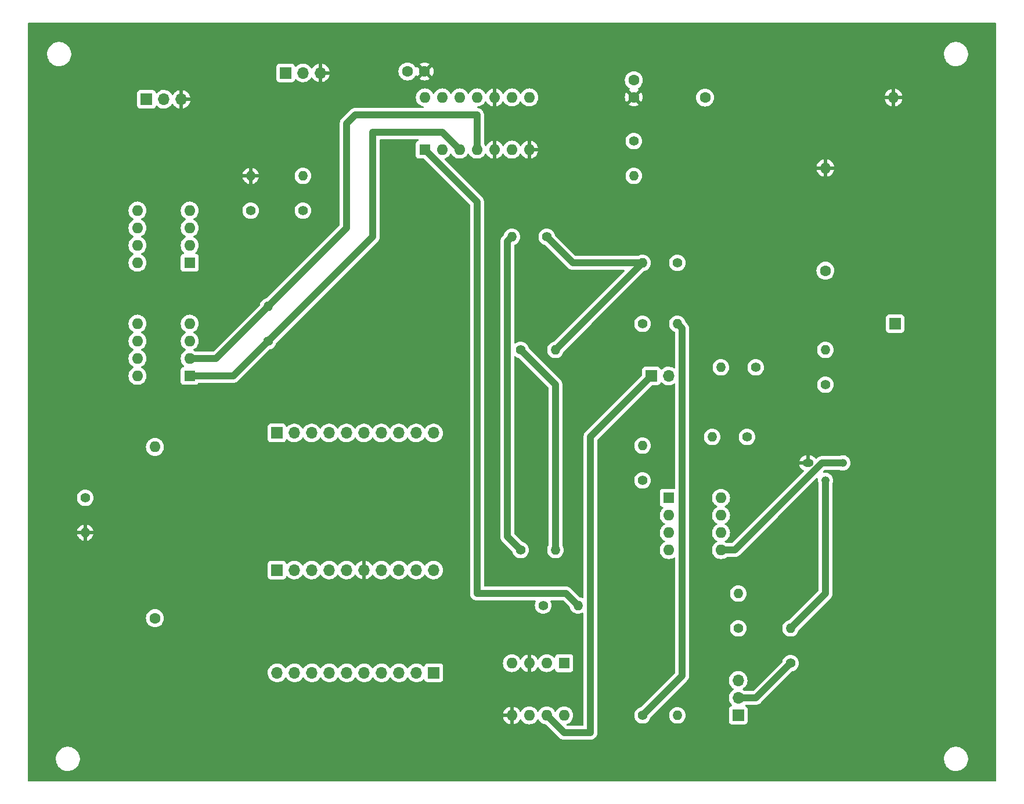
<source format=gbr>
%TF.GenerationSoftware,KiCad,Pcbnew,(6.0.11)*%
%TF.CreationDate,2023-04-16T19:35:35-07:00*%
%TF.ProjectId,FFRV_PCB_V1,46465256-5f50-4434-925f-56312e6b6963,rev?*%
%TF.SameCoordinates,Original*%
%TF.FileFunction,Copper,L1,Top*%
%TF.FilePolarity,Positive*%
%FSLAX46Y46*%
G04 Gerber Fmt 4.6, Leading zero omitted, Abs format (unit mm)*
G04 Created by KiCad (PCBNEW (6.0.11)) date 2023-04-16 19:35:35*
%MOMM*%
%LPD*%
G01*
G04 APERTURE LIST*
%TA.AperFunction,ComponentPad*%
%ADD10R,1.600000X1.600000*%
%TD*%
%TA.AperFunction,ComponentPad*%
%ADD11O,1.600000X1.600000*%
%TD*%
%TA.AperFunction,ComponentPad*%
%ADD12R,1.700000X1.700000*%
%TD*%
%TA.AperFunction,ComponentPad*%
%ADD13O,1.700000X1.700000*%
%TD*%
%TA.AperFunction,ComponentPad*%
%ADD14C,1.600000*%
%TD*%
%TA.AperFunction,ComponentPad*%
%ADD15C,1.400000*%
%TD*%
%TA.AperFunction,ComponentPad*%
%ADD16O,1.400000X1.400000*%
%TD*%
%TA.AperFunction,ComponentPad*%
%ADD17O,1.600000X1.200000*%
%TD*%
%TA.AperFunction,ComponentPad*%
%ADD18O,1.200000X1.200000*%
%TD*%
%TA.AperFunction,Conductor*%
%ADD19C,1.000000*%
%TD*%
G04 APERTURE END LIST*
D10*
%TO.P,U4,1,X1*%
%TO.N,vin*%
X78735000Y-73650000D03*
D11*
%TO.P,U4,2,X2*%
%TO.N,GND*%
X81275000Y-73650000D03*
%TO.P,U4,3,U0*%
%TO.N,Net-(R13-Pad1)*%
X83815000Y-73650000D03*
%TO.P,U4,4,U1*%
%TO.N,Net-(R13-Pad2)*%
X86355000Y-73650000D03*
%TO.P,U4,5,U2*%
%TO.N,GND*%
X88895000Y-73650000D03*
%TO.P,U4,6,Y1*%
%TO.N,Net-(R8-Pad2)*%
X91435000Y-73650000D03*
%TO.P,U4,7,Y2*%
%TO.N,GND*%
X93975000Y-73650000D03*
%TO.P,U4,8,VN*%
%TO.N,Net-(C3-Pad1)*%
X93975000Y-66030000D03*
%TO.P,U4,9,ER*%
%TO.N,unconnected-(U4-Pad9)*%
X91435000Y-66030000D03*
%TO.P,U4,10,Z2*%
%TO.N,GND*%
X88895000Y-66030000D03*
%TO.P,U4,11,Z1*%
%TO.N,Net-(R14-Pad1)*%
X86355000Y-66030000D03*
%TO.P,U4,12,W*%
X83815000Y-66030000D03*
%TO.P,U4,13,DD*%
%TO.N,Net-(C4-Pad1)*%
X81275000Y-66030000D03*
%TO.P,U4,14,VP*%
X78735000Y-66030000D03*
%TD*%
D12*
%TO.P,J4,1,Pin_1*%
%TO.N,unconnected-(J4-Pad1)*%
X57150000Y-115000000D03*
D13*
%TO.P,J4,2,Pin_2*%
%TO.N,unconnected-(J4-Pad2)*%
X59690000Y-115000000D03*
%TO.P,J4,3,Pin_3*%
%TO.N,unconnected-(J4-Pad3)*%
X62230000Y-115000000D03*
%TO.P,J4,4,Pin_4*%
%TO.N,unconnected-(J4-Pad4)*%
X64770000Y-115000000D03*
%TO.P,J4,5,Pin_5*%
%TO.N,unconnected-(J4-Pad5)*%
X67310000Y-115000000D03*
%TO.P,J4,6,Pin_6*%
%TO.N,unconnected-(J4-Pad6)*%
X69850000Y-115000000D03*
%TO.P,J4,7,Pin_7*%
%TO.N,unconnected-(J4-Pad7)*%
X72390000Y-115000000D03*
%TO.P,J4,8,Pin_8*%
%TO.N,unconnected-(J4-Pad8)*%
X74930000Y-115000000D03*
%TO.P,J4,9,Pin_9*%
%TO.N,unconnected-(J4-Pad9)*%
X77470000Y-115000000D03*
%TO.P,J4,10,Pin_10*%
%TO.N,unconnected-(J4-Pad10)*%
X80010000Y-115000000D03*
%TD*%
D14*
%TO.P,C5,1*%
%TO.N,Net-(C5-Pad1)*%
X119600000Y-66040000D03*
D11*
%TO.P,C5,2*%
%TO.N,GND*%
X147100000Y-66040000D03*
%TD*%
D15*
%TO.P,R4,1*%
%TO.N,Net-(D4-Pad2)*%
X96520000Y-86360000D03*
D16*
%TO.P,R4,2*%
%TO.N,Net-(D1-Pad1)*%
X91440000Y-86360000D03*
%TD*%
D15*
%TO.P,R8,1*%
%TO.N,Net-(R6-Pad1)*%
X60960000Y-82550000D03*
D16*
%TO.P,R8,2*%
%TO.N,Net-(R8-Pad2)*%
X60960000Y-77470000D03*
%TD*%
D14*
%TO.P,C4,1*%
%TO.N,Net-(C4-Pad1)*%
X76200000Y-62230000D03*
%TO.P,C4,2*%
%TO.N,GND*%
X78700000Y-62230000D03*
%TD*%
D15*
%TO.P,R7,1*%
%TO.N,vout*%
X124460000Y-143510000D03*
D16*
%TO.P,R7,2*%
%TO.N,Net-(D2-Pad2)*%
X124460000Y-138430000D03*
%TD*%
D15*
%TO.P,R11,1*%
%TO.N,dis*%
X132080000Y-148590000D03*
D16*
%TO.P,R11,2*%
%TO.N,Net-(Q1-Pad2)*%
X132080000Y-143510000D03*
%TD*%
D15*
%TO.P,R13,1*%
%TO.N,Net-(R13-Pad1)*%
X55880000Y-101600000D03*
D16*
%TO.P,R13,2*%
%TO.N,Net-(R13-Pad2)*%
X55880000Y-96520000D03*
%TD*%
D12*
%TO.P,J9,1,Pin_1*%
%TO.N,Net-(C5-Pad1)*%
X147320000Y-99060000D03*
%TD*%
D15*
%TO.P,R10,1*%
%TO.N,Net-(Q1-Pad3)*%
X137160000Y-107950000D03*
D16*
%TO.P,R10,2*%
%TO.N,Net-(C2-Pad1)*%
X137160000Y-102870000D03*
%TD*%
D15*
%TO.P,D2,1,K*%
%TO.N,Net-(D2-Pad1)*%
X125730000Y-115570000D03*
D16*
%TO.P,D2,2,A*%
%TO.N,Net-(D2-Pad2)*%
X120650000Y-115570000D03*
%TD*%
D10*
%TO.P,U3,1*%
%TO.N,Net-(R8-Pad2)*%
X44440000Y-90160000D03*
D11*
%TO.P,U3,2,-*%
%TO.N,Net-(R6-Pad1)*%
X44440000Y-87620000D03*
%TO.P,U3,3,+*%
%TO.N,Net-(C1-Pad2)*%
X44440000Y-85080000D03*
%TO.P,U3,4,VSS*%
%TO.N,v-*%
X44440000Y-82540000D03*
%TO.P,U3,5*%
%TO.N,N/C*%
X36820000Y-82540000D03*
%TO.P,U3,6*%
X36820000Y-85080000D03*
%TO.P,U3,7*%
X36820000Y-87620000D03*
%TO.P,U3,8,V+*%
%TO.N,v+*%
X36820000Y-90160000D03*
%TD*%
D10*
%TO.P,U2,1*%
%TO.N,Net-(D1-Pad2)*%
X99050000Y-148600000D03*
D11*
%TO.P,U2,2,-*%
%TO.N,Net-(D1-Pad1)*%
X96510000Y-148600000D03*
%TO.P,U2,3,+*%
%TO.N,GND*%
X93970000Y-148600000D03*
%TO.P,U2,4,VSS*%
%TO.N,v-*%
X91430000Y-148600000D03*
%TO.P,U2,5,+*%
%TO.N,GND*%
X91430000Y-156220000D03*
%TO.P,U2,6,-*%
%TO.N,Net-(R12-Pad2)*%
X93970000Y-156220000D03*
%TO.P,U2,7*%
%TO.N,rect_out*%
X96510000Y-156220000D03*
%TO.P,U2,8,V+*%
%TO.N,v+*%
X99050000Y-156220000D03*
%TD*%
D12*
%TO.P,J5,1,Pin_1*%
%TO.N,Net-(J3-Pad10)*%
X80040000Y-150000000D03*
D13*
%TO.P,J5,2,Pin_2*%
%TO.N,unconnected-(J5-Pad2)*%
X77500000Y-150000000D03*
%TO.P,J5,3,Pin_3*%
%TO.N,Net-(J3-Pad8)*%
X74960000Y-150000000D03*
%TO.P,J5,4,Pin_4*%
%TO.N,Net-(J3-Pad7)*%
X72420000Y-150000000D03*
%TO.P,J5,5,Pin_5*%
%TO.N,unconnected-(J5-Pad5)*%
X69880000Y-150000000D03*
%TO.P,J5,6,Pin_6*%
%TO.N,Net-(J3-Pad5)*%
X67340000Y-150000000D03*
%TO.P,J5,7,Pin_7*%
%TO.N,Net-(J3-Pad4)*%
X64800000Y-150000000D03*
%TO.P,J5,8,Pin_8*%
%TO.N,Net-(J3-Pad3)*%
X62260000Y-150000000D03*
%TO.P,J5,9,Pin_9*%
%TO.N,Net-(J3-Pad2)*%
X59720000Y-150000000D03*
%TO.P,J5,10,Pin_10*%
%TO.N,Net-(J3-Pad1)*%
X57180000Y-150000000D03*
%TD*%
D15*
%TO.P,D1,1,K*%
%TO.N,Net-(D1-Pad1)*%
X92710000Y-132080000D03*
D16*
%TO.P,D1,2,A*%
%TO.N,Net-(D1-Pad2)*%
X97790000Y-132080000D03*
%TD*%
D15*
%TO.P,R12,1*%
%TO.N,rect_out*%
X110490000Y-99060000D03*
D16*
%TO.P,R12,2*%
%TO.N,Net-(R12-Pad2)*%
X115570000Y-99060000D03*
%TD*%
D15*
%TO.P,R6,1*%
%TO.N,Net-(R6-Pad1)*%
X53340000Y-82550000D03*
D16*
%TO.P,R6,2*%
%TO.N,GND*%
X53340000Y-77470000D03*
%TD*%
D15*
%TO.P,R1,1*%
%TO.N,Net-(R1-Pad1)*%
X110490000Y-121920000D03*
D16*
%TO.P,R1,2*%
%TO.N,peak_in*%
X110490000Y-116840000D03*
%TD*%
D10*
%TO.P,U5,1*%
%TO.N,Net-(R13-Pad1)*%
X44440000Y-106670000D03*
D11*
%TO.P,U5,2,-*%
%TO.N,Net-(R13-Pad2)*%
X44440000Y-104130000D03*
%TO.P,U5,3,+*%
%TO.N,vout*%
X44440000Y-101590000D03*
%TO.P,U5,4,VSS*%
%TO.N,v-*%
X44440000Y-99050000D03*
%TO.P,U5,5*%
%TO.N,N/C*%
X36820000Y-99050000D03*
%TO.P,U5,6*%
X36820000Y-101590000D03*
%TO.P,U5,7*%
X36820000Y-104130000D03*
%TO.P,U5,8,V+*%
%TO.N,v+*%
X36820000Y-106670000D03*
%TD*%
D15*
%TO.P,D3,1,K*%
%TO.N,Net-(C2-Pad1)*%
X127000000Y-105410000D03*
D16*
%TO.P,D3,2,A*%
%TO.N,Net-(D2-Pad1)*%
X121920000Y-105410000D03*
%TD*%
D14*
%TO.P,C2,1*%
%TO.N,Net-(C2-Pad1)*%
X137160000Y-91320000D03*
D11*
%TO.P,C2,2*%
%TO.N,GND*%
X137160000Y-76320000D03*
%TD*%
D14*
%TO.P,C1,1*%
%TO.N,Net-(C1-Pad1)*%
X39370000Y-142040000D03*
D11*
%TO.P,C1,2*%
%TO.N,Net-(C1-Pad2)*%
X39370000Y-117040000D03*
%TD*%
D15*
%TO.P,R9,1*%
%TO.N,Net-(R12-Pad2)*%
X115570000Y-90170000D03*
D16*
%TO.P,R9,2*%
%TO.N,Net-(D4-Pad2)*%
X110490000Y-90170000D03*
%TD*%
D15*
%TO.P,R3,1*%
%TO.N,Net-(C1-Pad2)*%
X29210000Y-124460000D03*
D16*
%TO.P,R3,2*%
%TO.N,GND*%
X29210000Y-129540000D03*
%TD*%
D12*
%TO.P,J1,1,Pin_1*%
%TO.N,v+*%
X38125000Y-66297500D03*
D13*
%TO.P,J1,2,Pin_2*%
%TO.N,v-*%
X40665000Y-66297500D03*
%TO.P,J1,3,Pin_3*%
%TO.N,GND*%
X43205000Y-66297500D03*
%TD*%
D15*
%TO.P,R5,1*%
%TO.N,Net-(R12-Pad2)*%
X110490000Y-156210000D03*
D16*
%TO.P,R5,2*%
%TO.N,vin*%
X115570000Y-156210000D03*
%TD*%
D12*
%TO.P,J6,1,Pin_1*%
%TO.N,rect_out*%
X111760000Y-106680000D03*
D13*
%TO.P,J6,2,Pin_2*%
%TO.N,peak_in*%
X114300000Y-106680000D03*
%TD*%
D12*
%TO.P,J8,1,Pin_1*%
%TO.N,Net-(C4-Pad1)*%
X58435000Y-62447500D03*
D13*
%TO.P,J8,2,Pin_2*%
%TO.N,Net-(C3-Pad1)*%
X60975000Y-62447500D03*
%TO.P,J8,3,Pin_3*%
%TO.N,GND*%
X63515000Y-62447500D03*
%TD*%
D10*
%TO.P,U1,1*%
%TO.N,Net-(D2-Pad1)*%
X114310000Y-124470000D03*
D11*
%TO.P,U1,2,-*%
%TO.N,Net-(D2-Pad2)*%
X114310000Y-127010000D03*
%TO.P,U1,3,+*%
%TO.N,Net-(R1-Pad1)*%
X114310000Y-129550000D03*
%TO.P,U1,4,VSS*%
%TO.N,v-*%
X114310000Y-132090000D03*
%TO.P,U1,5,+*%
%TO.N,Net-(Q1-Pad3)*%
X121930000Y-132090000D03*
%TO.P,U1,6,-*%
%TO.N,vout*%
X121930000Y-129550000D03*
%TO.P,U1,7*%
X121930000Y-127010000D03*
%TO.P,U1,8,V+*%
%TO.N,v+*%
X121930000Y-124470000D03*
%TD*%
D12*
%TO.P,J7,1,Pin_1*%
%TO.N,vin*%
X124435000Y-156195000D03*
D13*
%TO.P,J7,2,Pin_2*%
%TO.N,dis*%
X124435000Y-153655000D03*
%TO.P,J7,3,Pin_3*%
%TO.N,vout*%
X124435000Y-151115000D03*
%TD*%
D15*
%TO.P,R14,1*%
%TO.N,Net-(R14-Pad1)*%
X109220000Y-72390000D03*
D16*
%TO.P,R14,2*%
%TO.N,Net-(C5-Pad1)*%
X109220000Y-77470000D03*
%TD*%
D14*
%TO.P,C3,1*%
%TO.N,Net-(C3-Pad1)*%
X109220000Y-63500000D03*
%TO.P,C3,2*%
%TO.N,GND*%
X109220000Y-66000000D03*
%TD*%
D15*
%TO.P,D4,1,K*%
%TO.N,Net-(D1-Pad2)*%
X92710000Y-102870000D03*
D16*
%TO.P,D4,2,A*%
%TO.N,Net-(D4-Pad2)*%
X97790000Y-102870000D03*
%TD*%
D15*
%TO.P,R2,1*%
%TO.N,Net-(D1-Pad1)*%
X95990000Y-140170000D03*
D16*
%TO.P,R2,2*%
%TO.N,vin*%
X101070000Y-140170000D03*
%TD*%
D12*
%TO.P,J3,1,Pin_1*%
%TO.N,Net-(J3-Pad1)*%
X57150000Y-135000000D03*
D13*
%TO.P,J3,2,Pin_2*%
%TO.N,Net-(J3-Pad2)*%
X59690000Y-135000000D03*
%TO.P,J3,3,Pin_3*%
%TO.N,Net-(J3-Pad3)*%
X62230000Y-135000000D03*
%TO.P,J3,4,Pin_4*%
%TO.N,Net-(J3-Pad4)*%
X64770000Y-135000000D03*
%TO.P,J3,5,Pin_5*%
%TO.N,Net-(J3-Pad5)*%
X67310000Y-135000000D03*
%TO.P,J3,6,Pin_6*%
%TO.N,GND*%
X69850000Y-135000000D03*
%TO.P,J3,7,Pin_7*%
%TO.N,Net-(J3-Pad7)*%
X72390000Y-135000000D03*
%TO.P,J3,8,Pin_8*%
%TO.N,Net-(J3-Pad8)*%
X74930000Y-135000000D03*
%TO.P,J3,9,Pin_9*%
%TO.N,Net-(C1-Pad1)*%
X77470000Y-135000000D03*
%TO.P,J3,10,Pin_10*%
%TO.N,Net-(J3-Pad10)*%
X80010000Y-135000000D03*
%TD*%
D17*
%TO.P,Q1,1,E*%
%TO.N,GND*%
X134620000Y-119380000D03*
D18*
%TO.P,Q1,2,B*%
%TO.N,Net-(Q1-Pad2)*%
X137160000Y-121920000D03*
%TO.P,Q1,3,C*%
%TO.N,Net-(Q1-Pad3)*%
X139700000Y-119380000D03*
%TD*%
D19*
%TO.N,Net-(D1-Pad1)*%
X91440000Y-86360000D02*
X90740000Y-87060000D01*
X90740000Y-87060000D02*
X90740000Y-130110000D01*
X90740000Y-130110000D02*
X92710000Y-132080000D01*
%TO.N,Net-(D1-Pad2)*%
X97790000Y-132080000D02*
X97790000Y-107950000D01*
X97790000Y-107950000D02*
X92710000Y-102870000D01*
%TO.N,Net-(D4-Pad2)*%
X97790000Y-102870000D02*
X110490000Y-90170000D01*
X100330000Y-90170000D02*
X96520000Y-86360000D01*
X110490000Y-90170000D02*
X100330000Y-90170000D01*
%TO.N,rect_out*%
X111760000Y-106680000D02*
X102870000Y-115570000D01*
X99040000Y-158750000D02*
X96510000Y-156220000D01*
X102870000Y-158750000D02*
X99040000Y-158750000D01*
X102870000Y-115570000D02*
X102870000Y-158750000D01*
%TO.N,vin*%
X86360000Y-138430000D02*
X99330000Y-138430000D01*
X99330000Y-138430000D02*
X101070000Y-140170000D01*
X86360000Y-81275000D02*
X86360000Y-138430000D01*
X78735000Y-73650000D02*
X86360000Y-81275000D01*
%TO.N,dis*%
X124435000Y-153655000D02*
X127015000Y-153655000D01*
X127015000Y-153655000D02*
X132080000Y-148590000D01*
%TO.N,Net-(Q1-Pad2)*%
X132080000Y-143510000D02*
X137160000Y-138430000D01*
X137160000Y-138430000D02*
X137160000Y-121920000D01*
%TO.N,Net-(Q1-Pad3)*%
X136658478Y-119380000D02*
X123948478Y-132090000D01*
X139700000Y-119380000D02*
X136658478Y-119380000D01*
X123948478Y-132090000D02*
X121930000Y-132090000D01*
%TO.N,Net-(R12-Pad2)*%
X115570000Y-99060000D02*
X116270000Y-99760000D01*
X116270000Y-150430000D02*
X110490000Y-156210000D01*
X116270000Y-99760000D02*
X116270000Y-150430000D01*
%TO.N,Net-(R13-Pad1)*%
X71120000Y-86360000D02*
X71120000Y-71120000D01*
X44440000Y-106670000D02*
X50810000Y-106670000D01*
X55880000Y-101600000D02*
X71120000Y-86360000D01*
X81285000Y-71120000D02*
X83815000Y-73650000D01*
X71120000Y-71120000D02*
X81285000Y-71120000D01*
X50810000Y-106670000D02*
X55880000Y-101600000D01*
%TO.N,Net-(R13-Pad2)*%
X67310000Y-69850000D02*
X68580000Y-68580000D01*
X86360000Y-68580000D02*
X86355000Y-68585000D01*
X48270000Y-104130000D02*
X55880000Y-96520000D01*
X55880000Y-96520000D02*
X67310000Y-85090000D01*
X68580000Y-68580000D02*
X86360000Y-68580000D01*
X67310000Y-85090000D02*
X67310000Y-69850000D01*
X86355000Y-68585000D02*
X86355000Y-73650000D01*
X44440000Y-104130000D02*
X48270000Y-104130000D01*
%TD*%
%TA.AperFunction,Conductor*%
%TO.N,GND*%
G36*
X161993621Y-55138502D02*
G01*
X162040114Y-55192158D01*
X162051500Y-55244500D01*
X162051500Y-165735500D01*
X162031498Y-165803621D01*
X161977842Y-165850114D01*
X161925500Y-165861500D01*
X20954500Y-165861500D01*
X20886379Y-165841498D01*
X20839886Y-165787842D01*
X20828500Y-165735500D01*
X20828500Y-162667655D01*
X24909858Y-162667655D01*
X24945104Y-162926638D01*
X24946412Y-162931124D01*
X24946412Y-162931126D01*
X24966098Y-162998664D01*
X25018243Y-163177567D01*
X25127668Y-163414928D01*
X25130231Y-163418837D01*
X25268410Y-163629596D01*
X25268414Y-163629601D01*
X25270976Y-163633509D01*
X25445018Y-163828506D01*
X25645970Y-163995637D01*
X25649973Y-163998066D01*
X25865422Y-164128804D01*
X25865426Y-164128806D01*
X25869419Y-164131229D01*
X26110455Y-164232303D01*
X26363783Y-164296641D01*
X26368434Y-164297109D01*
X26368438Y-164297110D01*
X26561308Y-164316531D01*
X26580867Y-164318500D01*
X26736354Y-164318500D01*
X26738679Y-164318327D01*
X26738685Y-164318327D01*
X26926000Y-164304407D01*
X26926004Y-164304406D01*
X26930652Y-164304061D01*
X26935200Y-164303032D01*
X26935206Y-164303031D01*
X27121601Y-164260853D01*
X27185577Y-164246377D01*
X27221769Y-164232303D01*
X27424824Y-164153340D01*
X27424827Y-164153339D01*
X27429177Y-164151647D01*
X27656098Y-164021951D01*
X27861357Y-163860138D01*
X28040443Y-163669763D01*
X28189424Y-163455009D01*
X28305025Y-163220593D01*
X28384707Y-162971665D01*
X28426721Y-162713693D01*
X28427324Y-162667655D01*
X154449858Y-162667655D01*
X154485104Y-162926638D01*
X154486412Y-162931124D01*
X154486412Y-162931126D01*
X154506098Y-162998664D01*
X154558243Y-163177567D01*
X154667668Y-163414928D01*
X154670231Y-163418837D01*
X154808410Y-163629596D01*
X154808414Y-163629601D01*
X154810976Y-163633509D01*
X154985018Y-163828506D01*
X155185970Y-163995637D01*
X155189973Y-163998066D01*
X155405422Y-164128804D01*
X155405426Y-164128806D01*
X155409419Y-164131229D01*
X155650455Y-164232303D01*
X155903783Y-164296641D01*
X155908434Y-164297109D01*
X155908438Y-164297110D01*
X156101308Y-164316531D01*
X156120867Y-164318500D01*
X156276354Y-164318500D01*
X156278679Y-164318327D01*
X156278685Y-164318327D01*
X156466000Y-164304407D01*
X156466004Y-164304406D01*
X156470652Y-164304061D01*
X156475200Y-164303032D01*
X156475206Y-164303031D01*
X156661601Y-164260853D01*
X156725577Y-164246377D01*
X156761769Y-164232303D01*
X156964824Y-164153340D01*
X156964827Y-164153339D01*
X156969177Y-164151647D01*
X157196098Y-164021951D01*
X157401357Y-163860138D01*
X157580443Y-163669763D01*
X157729424Y-163455009D01*
X157845025Y-163220593D01*
X157924707Y-162971665D01*
X157966721Y-162713693D01*
X157970142Y-162452345D01*
X157934896Y-162193362D01*
X157920473Y-162143877D01*
X157863068Y-161946932D01*
X157861757Y-161942433D01*
X157752332Y-161705072D01*
X157719519Y-161655024D01*
X157611590Y-161490404D01*
X157611586Y-161490399D01*
X157609024Y-161486491D01*
X157434982Y-161291494D01*
X157234030Y-161124363D01*
X157186844Y-161095730D01*
X157014578Y-160991196D01*
X157014574Y-160991194D01*
X157010581Y-160988771D01*
X156769545Y-160887697D01*
X156516217Y-160823359D01*
X156511566Y-160822891D01*
X156511562Y-160822890D01*
X156302271Y-160801816D01*
X156299133Y-160801500D01*
X156143646Y-160801500D01*
X156141321Y-160801673D01*
X156141315Y-160801673D01*
X155954000Y-160815593D01*
X155953996Y-160815594D01*
X155949348Y-160815939D01*
X155944800Y-160816968D01*
X155944794Y-160816969D01*
X155758399Y-160859147D01*
X155694423Y-160873623D01*
X155690071Y-160875315D01*
X155690069Y-160875316D01*
X155455176Y-160966660D01*
X155455173Y-160966661D01*
X155450823Y-160968353D01*
X155223902Y-161098049D01*
X155018643Y-161259862D01*
X154839557Y-161450237D01*
X154690576Y-161664991D01*
X154574975Y-161899407D01*
X154495293Y-162148335D01*
X154453279Y-162406307D01*
X154449858Y-162667655D01*
X28427324Y-162667655D01*
X28430142Y-162452345D01*
X28394896Y-162193362D01*
X28380473Y-162143877D01*
X28323068Y-161946932D01*
X28321757Y-161942433D01*
X28212332Y-161705072D01*
X28179519Y-161655024D01*
X28071590Y-161490404D01*
X28071586Y-161490399D01*
X28069024Y-161486491D01*
X27894982Y-161291494D01*
X27694030Y-161124363D01*
X27646844Y-161095730D01*
X27474578Y-160991196D01*
X27474574Y-160991194D01*
X27470581Y-160988771D01*
X27229545Y-160887697D01*
X26976217Y-160823359D01*
X26971566Y-160822891D01*
X26971562Y-160822890D01*
X26762271Y-160801816D01*
X26759133Y-160801500D01*
X26603646Y-160801500D01*
X26601321Y-160801673D01*
X26601315Y-160801673D01*
X26414000Y-160815593D01*
X26413996Y-160815594D01*
X26409348Y-160815939D01*
X26404800Y-160816968D01*
X26404794Y-160816969D01*
X26218399Y-160859147D01*
X26154423Y-160873623D01*
X26150071Y-160875315D01*
X26150069Y-160875316D01*
X25915176Y-160966660D01*
X25915173Y-160966661D01*
X25910823Y-160968353D01*
X25683902Y-161098049D01*
X25478643Y-161259862D01*
X25299557Y-161450237D01*
X25150576Y-161664991D01*
X25034975Y-161899407D01*
X24955293Y-162148335D01*
X24913279Y-162406307D01*
X24909858Y-162667655D01*
X20828500Y-162667655D01*
X20828500Y-156486522D01*
X90147273Y-156486522D01*
X90194764Y-156663761D01*
X90198510Y-156674053D01*
X90290586Y-156871511D01*
X90296069Y-156881007D01*
X90421028Y-157059467D01*
X90428084Y-157067875D01*
X90582125Y-157221916D01*
X90590533Y-157228972D01*
X90768993Y-157353931D01*
X90778489Y-157359414D01*
X90975947Y-157451490D01*
X90986239Y-157455236D01*
X91158503Y-157501394D01*
X91172599Y-157501058D01*
X91176000Y-157493116D01*
X91176000Y-156492115D01*
X91171525Y-156476876D01*
X91170135Y-156475671D01*
X91162452Y-156474000D01*
X90162033Y-156474000D01*
X90148502Y-156477973D01*
X90147273Y-156486522D01*
X20828500Y-156486522D01*
X20828500Y-155948503D01*
X90148606Y-155948503D01*
X90148942Y-155962599D01*
X90156884Y-155966000D01*
X91157885Y-155966000D01*
X91173124Y-155961525D01*
X91174329Y-155960135D01*
X91176000Y-155952452D01*
X91176000Y-154952033D01*
X91172027Y-154938502D01*
X91163478Y-154937273D01*
X90986239Y-154984764D01*
X90975947Y-154988510D01*
X90778489Y-155080586D01*
X90768993Y-155086069D01*
X90590533Y-155211028D01*
X90582125Y-155218084D01*
X90428084Y-155372125D01*
X90421028Y-155380533D01*
X90296069Y-155558993D01*
X90290586Y-155568489D01*
X90198510Y-155765947D01*
X90194764Y-155776239D01*
X90148606Y-155948503D01*
X20828500Y-155948503D01*
X20828500Y-149966695D01*
X55817251Y-149966695D01*
X55817548Y-149971848D01*
X55817548Y-149971851D01*
X55820797Y-150028197D01*
X55830110Y-150189715D01*
X55831247Y-150194761D01*
X55831248Y-150194767D01*
X55851195Y-150283277D01*
X55879222Y-150407639D01*
X55963266Y-150614616D01*
X56014942Y-150698944D01*
X56077291Y-150800688D01*
X56079987Y-150805088D01*
X56226250Y-150973938D01*
X56398126Y-151116632D01*
X56591000Y-151229338D01*
X56799692Y-151309030D01*
X56804760Y-151310061D01*
X56804763Y-151310062D01*
X56912017Y-151331883D01*
X57018597Y-151353567D01*
X57023772Y-151353757D01*
X57023774Y-151353757D01*
X57236673Y-151361564D01*
X57236677Y-151361564D01*
X57241837Y-151361753D01*
X57246957Y-151361097D01*
X57246959Y-151361097D01*
X57458288Y-151334025D01*
X57458289Y-151334025D01*
X57463416Y-151333368D01*
X57468366Y-151331883D01*
X57672429Y-151270661D01*
X57672434Y-151270659D01*
X57677384Y-151269174D01*
X57877994Y-151170896D01*
X58059860Y-151041173D01*
X58103831Y-150997356D01*
X58154124Y-150947238D01*
X58218096Y-150883489D01*
X58235284Y-150859570D01*
X58348453Y-150702077D01*
X58349776Y-150703028D01*
X58396645Y-150659857D01*
X58466580Y-150647625D01*
X58532026Y-150675144D01*
X58559875Y-150706994D01*
X58619987Y-150805088D01*
X58766250Y-150973938D01*
X58938126Y-151116632D01*
X59131000Y-151229338D01*
X59339692Y-151309030D01*
X59344760Y-151310061D01*
X59344763Y-151310062D01*
X59452017Y-151331883D01*
X59558597Y-151353567D01*
X59563772Y-151353757D01*
X59563774Y-151353757D01*
X59776673Y-151361564D01*
X59776677Y-151361564D01*
X59781837Y-151361753D01*
X59786957Y-151361097D01*
X59786959Y-151361097D01*
X59998288Y-151334025D01*
X59998289Y-151334025D01*
X60003416Y-151333368D01*
X60008366Y-151331883D01*
X60212429Y-151270661D01*
X60212434Y-151270659D01*
X60217384Y-151269174D01*
X60417994Y-151170896D01*
X60599860Y-151041173D01*
X60643831Y-150997356D01*
X60694124Y-150947238D01*
X60758096Y-150883489D01*
X60775284Y-150859570D01*
X60888453Y-150702077D01*
X60889776Y-150703028D01*
X60936645Y-150659857D01*
X61006580Y-150647625D01*
X61072026Y-150675144D01*
X61099875Y-150706994D01*
X61159987Y-150805088D01*
X61306250Y-150973938D01*
X61478126Y-151116632D01*
X61671000Y-151229338D01*
X61879692Y-151309030D01*
X61884760Y-151310061D01*
X61884763Y-151310062D01*
X61992017Y-151331883D01*
X62098597Y-151353567D01*
X62103772Y-151353757D01*
X62103774Y-151353757D01*
X62316673Y-151361564D01*
X62316677Y-151361564D01*
X62321837Y-151361753D01*
X62326957Y-151361097D01*
X62326959Y-151361097D01*
X62538288Y-151334025D01*
X62538289Y-151334025D01*
X62543416Y-151333368D01*
X62548366Y-151331883D01*
X62752429Y-151270661D01*
X62752434Y-151270659D01*
X62757384Y-151269174D01*
X62957994Y-151170896D01*
X63139860Y-151041173D01*
X63183831Y-150997356D01*
X63234124Y-150947238D01*
X63298096Y-150883489D01*
X63315284Y-150859570D01*
X63428453Y-150702077D01*
X63429776Y-150703028D01*
X63476645Y-150659857D01*
X63546580Y-150647625D01*
X63612026Y-150675144D01*
X63639875Y-150706994D01*
X63699987Y-150805088D01*
X63846250Y-150973938D01*
X64018126Y-151116632D01*
X64211000Y-151229338D01*
X64419692Y-151309030D01*
X64424760Y-151310061D01*
X64424763Y-151310062D01*
X64532017Y-151331883D01*
X64638597Y-151353567D01*
X64643772Y-151353757D01*
X64643774Y-151353757D01*
X64856673Y-151361564D01*
X64856677Y-151361564D01*
X64861837Y-151361753D01*
X64866957Y-151361097D01*
X64866959Y-151361097D01*
X65078288Y-151334025D01*
X65078289Y-151334025D01*
X65083416Y-151333368D01*
X65088366Y-151331883D01*
X65292429Y-151270661D01*
X65292434Y-151270659D01*
X65297384Y-151269174D01*
X65497994Y-151170896D01*
X65679860Y-151041173D01*
X65723831Y-150997356D01*
X65774124Y-150947238D01*
X65838096Y-150883489D01*
X65855284Y-150859570D01*
X65968453Y-150702077D01*
X65969776Y-150703028D01*
X66016645Y-150659857D01*
X66086580Y-150647625D01*
X66152026Y-150675144D01*
X66179875Y-150706994D01*
X66239987Y-150805088D01*
X66386250Y-150973938D01*
X66558126Y-151116632D01*
X66751000Y-151229338D01*
X66959692Y-151309030D01*
X66964760Y-151310061D01*
X66964763Y-151310062D01*
X67072017Y-151331883D01*
X67178597Y-151353567D01*
X67183772Y-151353757D01*
X67183774Y-151353757D01*
X67396673Y-151361564D01*
X67396677Y-151361564D01*
X67401837Y-151361753D01*
X67406957Y-151361097D01*
X67406959Y-151361097D01*
X67618288Y-151334025D01*
X67618289Y-151334025D01*
X67623416Y-151333368D01*
X67628366Y-151331883D01*
X67832429Y-151270661D01*
X67832434Y-151270659D01*
X67837384Y-151269174D01*
X68037994Y-151170896D01*
X68219860Y-151041173D01*
X68263831Y-150997356D01*
X68314124Y-150947238D01*
X68378096Y-150883489D01*
X68395284Y-150859570D01*
X68508453Y-150702077D01*
X68509776Y-150703028D01*
X68556645Y-150659857D01*
X68626580Y-150647625D01*
X68692026Y-150675144D01*
X68719875Y-150706994D01*
X68779987Y-150805088D01*
X68926250Y-150973938D01*
X69098126Y-151116632D01*
X69291000Y-151229338D01*
X69499692Y-151309030D01*
X69504760Y-151310061D01*
X69504763Y-151310062D01*
X69612017Y-151331883D01*
X69718597Y-151353567D01*
X69723772Y-151353757D01*
X69723774Y-151353757D01*
X69936673Y-151361564D01*
X69936677Y-151361564D01*
X69941837Y-151361753D01*
X69946957Y-151361097D01*
X69946959Y-151361097D01*
X70158288Y-151334025D01*
X70158289Y-151334025D01*
X70163416Y-151333368D01*
X70168366Y-151331883D01*
X70372429Y-151270661D01*
X70372434Y-151270659D01*
X70377384Y-151269174D01*
X70577994Y-151170896D01*
X70759860Y-151041173D01*
X70803831Y-150997356D01*
X70854124Y-150947238D01*
X70918096Y-150883489D01*
X70935284Y-150859570D01*
X71048453Y-150702077D01*
X71049776Y-150703028D01*
X71096645Y-150659857D01*
X71166580Y-150647625D01*
X71232026Y-150675144D01*
X71259875Y-150706994D01*
X71319987Y-150805088D01*
X71466250Y-150973938D01*
X71638126Y-151116632D01*
X71831000Y-151229338D01*
X72039692Y-151309030D01*
X72044760Y-151310061D01*
X72044763Y-151310062D01*
X72152017Y-151331883D01*
X72258597Y-151353567D01*
X72263772Y-151353757D01*
X72263774Y-151353757D01*
X72476673Y-151361564D01*
X72476677Y-151361564D01*
X72481837Y-151361753D01*
X72486957Y-151361097D01*
X72486959Y-151361097D01*
X72698288Y-151334025D01*
X72698289Y-151334025D01*
X72703416Y-151333368D01*
X72708366Y-151331883D01*
X72912429Y-151270661D01*
X72912434Y-151270659D01*
X72917384Y-151269174D01*
X73117994Y-151170896D01*
X73299860Y-151041173D01*
X73343831Y-150997356D01*
X73394124Y-150947238D01*
X73458096Y-150883489D01*
X73475284Y-150859570D01*
X73588453Y-150702077D01*
X73589776Y-150703028D01*
X73636645Y-150659857D01*
X73706580Y-150647625D01*
X73772026Y-150675144D01*
X73799875Y-150706994D01*
X73859987Y-150805088D01*
X74006250Y-150973938D01*
X74178126Y-151116632D01*
X74371000Y-151229338D01*
X74579692Y-151309030D01*
X74584760Y-151310061D01*
X74584763Y-151310062D01*
X74692017Y-151331883D01*
X74798597Y-151353567D01*
X74803772Y-151353757D01*
X74803774Y-151353757D01*
X75016673Y-151361564D01*
X75016677Y-151361564D01*
X75021837Y-151361753D01*
X75026957Y-151361097D01*
X75026959Y-151361097D01*
X75238288Y-151334025D01*
X75238289Y-151334025D01*
X75243416Y-151333368D01*
X75248366Y-151331883D01*
X75452429Y-151270661D01*
X75452434Y-151270659D01*
X75457384Y-151269174D01*
X75657994Y-151170896D01*
X75839860Y-151041173D01*
X75883831Y-150997356D01*
X75934124Y-150947238D01*
X75998096Y-150883489D01*
X76015284Y-150859570D01*
X76128453Y-150702077D01*
X76129776Y-150703028D01*
X76176645Y-150659857D01*
X76246580Y-150647625D01*
X76312026Y-150675144D01*
X76339875Y-150706994D01*
X76399987Y-150805088D01*
X76546250Y-150973938D01*
X76718126Y-151116632D01*
X76911000Y-151229338D01*
X77119692Y-151309030D01*
X77124760Y-151310061D01*
X77124763Y-151310062D01*
X77232017Y-151331883D01*
X77338597Y-151353567D01*
X77343772Y-151353757D01*
X77343774Y-151353757D01*
X77556673Y-151361564D01*
X77556677Y-151361564D01*
X77561837Y-151361753D01*
X77566957Y-151361097D01*
X77566959Y-151361097D01*
X77778288Y-151334025D01*
X77778289Y-151334025D01*
X77783416Y-151333368D01*
X77788366Y-151331883D01*
X77992429Y-151270661D01*
X77992434Y-151270659D01*
X77997384Y-151269174D01*
X78197994Y-151170896D01*
X78379860Y-151041173D01*
X78488091Y-150933319D01*
X78550462Y-150899404D01*
X78621268Y-150904592D01*
X78678030Y-150947238D01*
X78695012Y-150978341D01*
X78705848Y-151007245D01*
X78739385Y-151096705D01*
X78826739Y-151213261D01*
X78943295Y-151300615D01*
X79079684Y-151351745D01*
X79141866Y-151358500D01*
X80938134Y-151358500D01*
X81000316Y-151351745D01*
X81136705Y-151300615D01*
X81253261Y-151213261D01*
X81340615Y-151096705D01*
X81391745Y-150960316D01*
X81398500Y-150898134D01*
X81398500Y-149101866D01*
X81391745Y-149039684D01*
X81340615Y-148903295D01*
X81253261Y-148786739D01*
X81136705Y-148699385D01*
X81000316Y-148648255D01*
X80938134Y-148641500D01*
X79141866Y-148641500D01*
X79079684Y-148648255D01*
X78943295Y-148699385D01*
X78826739Y-148786739D01*
X78739385Y-148903295D01*
X78736233Y-148911703D01*
X78694919Y-149021907D01*
X78652277Y-149078671D01*
X78585716Y-149103371D01*
X78516367Y-149088163D01*
X78483743Y-149062476D01*
X78433151Y-149006875D01*
X78433142Y-149006866D01*
X78429670Y-149003051D01*
X78425619Y-148999852D01*
X78425615Y-148999848D01*
X78258414Y-148867800D01*
X78258410Y-148867798D01*
X78254359Y-148864598D01*
X78058789Y-148756638D01*
X78053920Y-148754914D01*
X78053916Y-148754912D01*
X77853087Y-148683795D01*
X77853083Y-148683794D01*
X77848212Y-148682069D01*
X77843119Y-148681162D01*
X77843116Y-148681161D01*
X77633373Y-148643800D01*
X77633367Y-148643799D01*
X77628284Y-148642894D01*
X77554452Y-148641992D01*
X77410081Y-148640228D01*
X77410079Y-148640228D01*
X77404911Y-148640165D01*
X77184091Y-148673955D01*
X76971756Y-148743357D01*
X76773607Y-148846507D01*
X76769474Y-148849610D01*
X76769471Y-148849612D01*
X76599100Y-148977530D01*
X76594965Y-148980635D01*
X76567006Y-149009892D01*
X76501280Y-149078671D01*
X76440629Y-149142138D01*
X76333201Y-149299621D01*
X76278293Y-149344621D01*
X76207768Y-149352792D01*
X76144021Y-149321538D01*
X76123324Y-149297054D01*
X76042822Y-149172617D01*
X76042820Y-149172614D01*
X76040014Y-149168277D01*
X75889670Y-149003051D01*
X75885619Y-148999852D01*
X75885615Y-148999848D01*
X75718414Y-148867800D01*
X75718410Y-148867798D01*
X75714359Y-148864598D01*
X75518789Y-148756638D01*
X75513920Y-148754914D01*
X75513916Y-148754912D01*
X75313087Y-148683795D01*
X75313083Y-148683794D01*
X75308212Y-148682069D01*
X75303119Y-148681162D01*
X75303116Y-148681161D01*
X75093373Y-148643800D01*
X75093367Y-148643799D01*
X75088284Y-148642894D01*
X75014452Y-148641992D01*
X74870081Y-148640228D01*
X74870079Y-148640228D01*
X74864911Y-148640165D01*
X74644091Y-148673955D01*
X74431756Y-148743357D01*
X74233607Y-148846507D01*
X74229474Y-148849610D01*
X74229471Y-148849612D01*
X74059100Y-148977530D01*
X74054965Y-148980635D01*
X74027006Y-149009892D01*
X73961280Y-149078671D01*
X73900629Y-149142138D01*
X73793201Y-149299621D01*
X73738293Y-149344621D01*
X73667768Y-149352792D01*
X73604021Y-149321538D01*
X73583324Y-149297054D01*
X73502822Y-149172617D01*
X73502820Y-149172614D01*
X73500014Y-149168277D01*
X73349670Y-149003051D01*
X73345619Y-148999852D01*
X73345615Y-148999848D01*
X73178414Y-148867800D01*
X73178410Y-148867798D01*
X73174359Y-148864598D01*
X72978789Y-148756638D01*
X72973920Y-148754914D01*
X72973916Y-148754912D01*
X72773087Y-148683795D01*
X72773083Y-148683794D01*
X72768212Y-148682069D01*
X72763119Y-148681162D01*
X72763116Y-148681161D01*
X72553373Y-148643800D01*
X72553367Y-148643799D01*
X72548284Y-148642894D01*
X72474452Y-148641992D01*
X72330081Y-148640228D01*
X72330079Y-148640228D01*
X72324911Y-148640165D01*
X72104091Y-148673955D01*
X71891756Y-148743357D01*
X71693607Y-148846507D01*
X71689474Y-148849610D01*
X71689471Y-148849612D01*
X71519100Y-148977530D01*
X71514965Y-148980635D01*
X71487006Y-149009892D01*
X71421280Y-149078671D01*
X71360629Y-149142138D01*
X71253201Y-149299621D01*
X71198293Y-149344621D01*
X71127768Y-149352792D01*
X71064021Y-149321538D01*
X71043324Y-149297054D01*
X70962822Y-149172617D01*
X70962820Y-149172614D01*
X70960014Y-149168277D01*
X70809670Y-149003051D01*
X70805619Y-148999852D01*
X70805615Y-148999848D01*
X70638414Y-148867800D01*
X70638410Y-148867798D01*
X70634359Y-148864598D01*
X70438789Y-148756638D01*
X70433920Y-148754914D01*
X70433916Y-148754912D01*
X70233087Y-148683795D01*
X70233083Y-148683794D01*
X70228212Y-148682069D01*
X70223119Y-148681162D01*
X70223116Y-148681161D01*
X70013373Y-148643800D01*
X70013367Y-148643799D01*
X70008284Y-148642894D01*
X69934452Y-148641992D01*
X69790081Y-148640228D01*
X69790079Y-148640228D01*
X69784911Y-148640165D01*
X69564091Y-148673955D01*
X69351756Y-148743357D01*
X69153607Y-148846507D01*
X69149474Y-148849610D01*
X69149471Y-148849612D01*
X68979100Y-148977530D01*
X68974965Y-148980635D01*
X68947006Y-149009892D01*
X68881280Y-149078671D01*
X68820629Y-149142138D01*
X68713201Y-149299621D01*
X68658293Y-149344621D01*
X68587768Y-149352792D01*
X68524021Y-149321538D01*
X68503324Y-149297054D01*
X68422822Y-149172617D01*
X68422820Y-149172614D01*
X68420014Y-149168277D01*
X68269670Y-149003051D01*
X68265619Y-148999852D01*
X68265615Y-148999848D01*
X68098414Y-148867800D01*
X68098410Y-148867798D01*
X68094359Y-148864598D01*
X67898789Y-148756638D01*
X67893920Y-148754914D01*
X67893916Y-148754912D01*
X67693087Y-148683795D01*
X67693083Y-148683794D01*
X67688212Y-148682069D01*
X67683119Y-148681162D01*
X67683116Y-148681161D01*
X67473373Y-148643800D01*
X67473367Y-148643799D01*
X67468284Y-148642894D01*
X67394452Y-148641992D01*
X67250081Y-148640228D01*
X67250079Y-148640228D01*
X67244911Y-148640165D01*
X67024091Y-148673955D01*
X66811756Y-148743357D01*
X66613607Y-148846507D01*
X66609474Y-148849610D01*
X66609471Y-148849612D01*
X66439100Y-148977530D01*
X66434965Y-148980635D01*
X66407006Y-149009892D01*
X66341280Y-149078671D01*
X66280629Y-149142138D01*
X66173201Y-149299621D01*
X66118293Y-149344621D01*
X66047768Y-149352792D01*
X65984021Y-149321538D01*
X65963324Y-149297054D01*
X65882822Y-149172617D01*
X65882820Y-149172614D01*
X65880014Y-149168277D01*
X65729670Y-149003051D01*
X65725619Y-148999852D01*
X65725615Y-148999848D01*
X65558414Y-148867800D01*
X65558410Y-148867798D01*
X65554359Y-148864598D01*
X65358789Y-148756638D01*
X65353920Y-148754914D01*
X65353916Y-148754912D01*
X65153087Y-148683795D01*
X65153083Y-148683794D01*
X65148212Y-148682069D01*
X65143119Y-148681162D01*
X65143116Y-148681161D01*
X64933373Y-148643800D01*
X64933367Y-148643799D01*
X64928284Y-148642894D01*
X64854452Y-148641992D01*
X64710081Y-148640228D01*
X64710079Y-148640228D01*
X64704911Y-148640165D01*
X64484091Y-148673955D01*
X64271756Y-148743357D01*
X64073607Y-148846507D01*
X64069474Y-148849610D01*
X64069471Y-148849612D01*
X63899100Y-148977530D01*
X63894965Y-148980635D01*
X63867006Y-149009892D01*
X63801280Y-149078671D01*
X63740629Y-149142138D01*
X63633201Y-149299621D01*
X63578293Y-149344621D01*
X63507768Y-149352792D01*
X63444021Y-149321538D01*
X63423324Y-149297054D01*
X63342822Y-149172617D01*
X63342820Y-149172614D01*
X63340014Y-149168277D01*
X63189670Y-149003051D01*
X63185619Y-148999852D01*
X63185615Y-148999848D01*
X63018414Y-148867800D01*
X63018410Y-148867798D01*
X63014359Y-148864598D01*
X62818789Y-148756638D01*
X62813920Y-148754914D01*
X62813916Y-148754912D01*
X62613087Y-148683795D01*
X62613083Y-148683794D01*
X62608212Y-148682069D01*
X62603119Y-148681162D01*
X62603116Y-148681161D01*
X62393373Y-148643800D01*
X62393367Y-148643799D01*
X62388284Y-148642894D01*
X62314452Y-148641992D01*
X62170081Y-148640228D01*
X62170079Y-148640228D01*
X62164911Y-148640165D01*
X61944091Y-148673955D01*
X61731756Y-148743357D01*
X61533607Y-148846507D01*
X61529474Y-148849610D01*
X61529471Y-148849612D01*
X61359100Y-148977530D01*
X61354965Y-148980635D01*
X61327006Y-149009892D01*
X61261280Y-149078671D01*
X61200629Y-149142138D01*
X61093201Y-149299621D01*
X61038293Y-149344621D01*
X60967768Y-149352792D01*
X60904021Y-149321538D01*
X60883324Y-149297054D01*
X60802822Y-149172617D01*
X60802820Y-149172614D01*
X60800014Y-149168277D01*
X60649670Y-149003051D01*
X60645619Y-148999852D01*
X60645615Y-148999848D01*
X60478414Y-148867800D01*
X60478410Y-148867798D01*
X60474359Y-148864598D01*
X60278789Y-148756638D01*
X60273920Y-148754914D01*
X60273916Y-148754912D01*
X60073087Y-148683795D01*
X60073083Y-148683794D01*
X60068212Y-148682069D01*
X60063119Y-148681162D01*
X60063116Y-148681161D01*
X59853373Y-148643800D01*
X59853367Y-148643799D01*
X59848284Y-148642894D01*
X59774452Y-148641992D01*
X59630081Y-148640228D01*
X59630079Y-148640228D01*
X59624911Y-148640165D01*
X59404091Y-148673955D01*
X59191756Y-148743357D01*
X58993607Y-148846507D01*
X58989474Y-148849610D01*
X58989471Y-148849612D01*
X58819100Y-148977530D01*
X58814965Y-148980635D01*
X58787006Y-149009892D01*
X58721280Y-149078671D01*
X58660629Y-149142138D01*
X58553201Y-149299621D01*
X58498293Y-149344621D01*
X58427768Y-149352792D01*
X58364021Y-149321538D01*
X58343324Y-149297054D01*
X58262822Y-149172617D01*
X58262820Y-149172614D01*
X58260014Y-149168277D01*
X58109670Y-149003051D01*
X58105619Y-148999852D01*
X58105615Y-148999848D01*
X57938414Y-148867800D01*
X57938410Y-148867798D01*
X57934359Y-148864598D01*
X57738789Y-148756638D01*
X57733920Y-148754914D01*
X57733916Y-148754912D01*
X57533087Y-148683795D01*
X57533083Y-148683794D01*
X57528212Y-148682069D01*
X57523119Y-148681162D01*
X57523116Y-148681161D01*
X57313373Y-148643800D01*
X57313367Y-148643799D01*
X57308284Y-148642894D01*
X57234452Y-148641992D01*
X57090081Y-148640228D01*
X57090079Y-148640228D01*
X57084911Y-148640165D01*
X56864091Y-148673955D01*
X56651756Y-148743357D01*
X56453607Y-148846507D01*
X56449474Y-148849610D01*
X56449471Y-148849612D01*
X56279100Y-148977530D01*
X56274965Y-148980635D01*
X56247006Y-149009892D01*
X56181280Y-149078671D01*
X56120629Y-149142138D01*
X56117720Y-149146403D01*
X56117714Y-149146411D01*
X56105404Y-149164457D01*
X55994743Y-149326680D01*
X55976833Y-149365264D01*
X55905332Y-149519301D01*
X55900688Y-149529305D01*
X55840989Y-149744570D01*
X55817251Y-149966695D01*
X20828500Y-149966695D01*
X20828500Y-148600000D01*
X90116502Y-148600000D01*
X90136457Y-148828087D01*
X90137881Y-148833400D01*
X90137881Y-148833402D01*
X90193155Y-149039684D01*
X90195716Y-149049243D01*
X90198039Y-149054224D01*
X90198039Y-149054225D01*
X90290151Y-149251762D01*
X90290154Y-149251767D01*
X90292477Y-149256749D01*
X90423802Y-149444300D01*
X90585700Y-149606198D01*
X90590208Y-149609355D01*
X90590211Y-149609357D01*
X90631542Y-149638297D01*
X90773251Y-149737523D01*
X90778233Y-149739846D01*
X90778238Y-149739849D01*
X90909192Y-149800913D01*
X90980757Y-149834284D01*
X90986065Y-149835706D01*
X90986067Y-149835707D01*
X91196598Y-149892119D01*
X91196600Y-149892119D01*
X91201913Y-149893543D01*
X91430000Y-149913498D01*
X91658087Y-149893543D01*
X91663400Y-149892119D01*
X91663402Y-149892119D01*
X91873933Y-149835707D01*
X91873935Y-149835706D01*
X91879243Y-149834284D01*
X91950808Y-149800913D01*
X92081762Y-149739849D01*
X92081767Y-149739846D01*
X92086749Y-149737523D01*
X92228458Y-149638297D01*
X92269789Y-149609357D01*
X92269792Y-149609355D01*
X92274300Y-149606198D01*
X92436198Y-149444300D01*
X92567523Y-149256749D01*
X92569846Y-149251767D01*
X92569849Y-149251762D01*
X92586081Y-149216951D01*
X92632998Y-149163666D01*
X92701275Y-149144205D01*
X92769235Y-149164747D01*
X92814471Y-149216951D01*
X92830586Y-149251511D01*
X92836069Y-149261007D01*
X92961028Y-149439467D01*
X92968084Y-149447875D01*
X93122125Y-149601916D01*
X93130533Y-149608972D01*
X93308993Y-149733931D01*
X93318489Y-149739414D01*
X93515947Y-149831490D01*
X93526239Y-149835236D01*
X93698503Y-149881394D01*
X93712599Y-149881058D01*
X93716000Y-149873116D01*
X93716000Y-149867967D01*
X94224000Y-149867967D01*
X94227973Y-149881498D01*
X94236522Y-149882727D01*
X94413761Y-149835236D01*
X94424053Y-149831490D01*
X94621511Y-149739414D01*
X94631007Y-149733931D01*
X94809467Y-149608972D01*
X94817875Y-149601916D01*
X94971916Y-149447875D01*
X94978972Y-149439467D01*
X95103931Y-149261007D01*
X95109414Y-149251511D01*
X95125529Y-149216951D01*
X95172446Y-149163666D01*
X95240723Y-149144205D01*
X95308683Y-149164747D01*
X95353919Y-149216951D01*
X95370151Y-149251762D01*
X95370154Y-149251767D01*
X95372477Y-149256749D01*
X95503802Y-149444300D01*
X95665700Y-149606198D01*
X95670208Y-149609355D01*
X95670211Y-149609357D01*
X95711542Y-149638297D01*
X95853251Y-149737523D01*
X95858233Y-149739846D01*
X95858238Y-149739849D01*
X95989192Y-149800913D01*
X96060757Y-149834284D01*
X96066065Y-149835706D01*
X96066067Y-149835707D01*
X96276598Y-149892119D01*
X96276600Y-149892119D01*
X96281913Y-149893543D01*
X96510000Y-149913498D01*
X96738087Y-149893543D01*
X96743400Y-149892119D01*
X96743402Y-149892119D01*
X96953933Y-149835707D01*
X96953935Y-149835706D01*
X96959243Y-149834284D01*
X97030808Y-149800913D01*
X97161762Y-149739849D01*
X97161767Y-149739846D01*
X97166749Y-149737523D01*
X97308458Y-149638297D01*
X97349789Y-149609357D01*
X97349792Y-149609355D01*
X97354300Y-149606198D01*
X97516198Y-149444300D01*
X97519357Y-149439789D01*
X97522892Y-149435576D01*
X97524026Y-149436527D01*
X97574071Y-149396529D01*
X97644690Y-149389224D01*
X97708049Y-149421258D01*
X97744030Y-149482462D01*
X97747082Y-149499517D01*
X97748255Y-149510316D01*
X97799385Y-149646705D01*
X97886739Y-149763261D01*
X98003295Y-149850615D01*
X98139684Y-149901745D01*
X98201866Y-149908500D01*
X99898134Y-149908500D01*
X99960316Y-149901745D01*
X100096705Y-149850615D01*
X100213261Y-149763261D01*
X100300615Y-149646705D01*
X100351745Y-149510316D01*
X100358500Y-149448134D01*
X100358500Y-147751866D01*
X100351745Y-147689684D01*
X100300615Y-147553295D01*
X100213261Y-147436739D01*
X100096705Y-147349385D01*
X99960316Y-147298255D01*
X99898134Y-147291500D01*
X98201866Y-147291500D01*
X98139684Y-147298255D01*
X98003295Y-147349385D01*
X97886739Y-147436739D01*
X97799385Y-147553295D01*
X97748255Y-147689684D01*
X97747083Y-147700474D01*
X97746197Y-147702606D01*
X97745575Y-147705222D01*
X97745152Y-147705121D01*
X97719845Y-147766035D01*
X97661483Y-147806463D01*
X97590529Y-147808922D01*
X97529510Y-147772629D01*
X97522511Y-147763969D01*
X97519354Y-147760207D01*
X97516198Y-147755700D01*
X97354300Y-147593802D01*
X97349792Y-147590645D01*
X97349789Y-147590643D01*
X97271611Y-147535902D01*
X97166749Y-147462477D01*
X97161767Y-147460154D01*
X97161762Y-147460151D01*
X96964225Y-147368039D01*
X96964224Y-147368039D01*
X96959243Y-147365716D01*
X96953935Y-147364294D01*
X96953933Y-147364293D01*
X96743402Y-147307881D01*
X96743400Y-147307881D01*
X96738087Y-147306457D01*
X96510000Y-147286502D01*
X96281913Y-147306457D01*
X96276600Y-147307881D01*
X96276598Y-147307881D01*
X96066067Y-147364293D01*
X96066065Y-147364294D01*
X96060757Y-147365716D01*
X96055776Y-147368039D01*
X96055775Y-147368039D01*
X95858238Y-147460151D01*
X95858233Y-147460154D01*
X95853251Y-147462477D01*
X95748389Y-147535902D01*
X95670211Y-147590643D01*
X95670208Y-147590645D01*
X95665700Y-147593802D01*
X95503802Y-147755700D01*
X95372477Y-147943251D01*
X95370154Y-147948233D01*
X95370151Y-147948238D01*
X95353919Y-147983049D01*
X95307002Y-148036334D01*
X95238725Y-148055795D01*
X95170765Y-148035253D01*
X95125529Y-147983049D01*
X95109414Y-147948489D01*
X95103931Y-147938993D01*
X94978972Y-147760533D01*
X94971916Y-147752125D01*
X94817875Y-147598084D01*
X94809467Y-147591028D01*
X94631007Y-147466069D01*
X94621511Y-147460586D01*
X94424053Y-147368510D01*
X94413761Y-147364764D01*
X94241497Y-147318606D01*
X94227401Y-147318942D01*
X94224000Y-147326884D01*
X94224000Y-149867967D01*
X93716000Y-149867967D01*
X93716000Y-147332033D01*
X93712027Y-147318502D01*
X93703478Y-147317273D01*
X93526239Y-147364764D01*
X93515947Y-147368510D01*
X93318489Y-147460586D01*
X93308993Y-147466069D01*
X93130533Y-147591028D01*
X93122125Y-147598084D01*
X92968084Y-147752125D01*
X92961028Y-147760533D01*
X92836069Y-147938993D01*
X92830586Y-147948489D01*
X92814471Y-147983049D01*
X92767554Y-148036334D01*
X92699277Y-148055795D01*
X92631317Y-148035253D01*
X92586081Y-147983049D01*
X92569849Y-147948238D01*
X92569846Y-147948233D01*
X92567523Y-147943251D01*
X92436198Y-147755700D01*
X92274300Y-147593802D01*
X92269792Y-147590645D01*
X92269789Y-147590643D01*
X92191611Y-147535902D01*
X92086749Y-147462477D01*
X92081767Y-147460154D01*
X92081762Y-147460151D01*
X91884225Y-147368039D01*
X91884224Y-147368039D01*
X91879243Y-147365716D01*
X91873935Y-147364294D01*
X91873933Y-147364293D01*
X91663402Y-147307881D01*
X91663400Y-147307881D01*
X91658087Y-147306457D01*
X91430000Y-147286502D01*
X91201913Y-147306457D01*
X91196600Y-147307881D01*
X91196598Y-147307881D01*
X90986067Y-147364293D01*
X90986065Y-147364294D01*
X90980757Y-147365716D01*
X90975776Y-147368039D01*
X90975775Y-147368039D01*
X90778238Y-147460151D01*
X90778233Y-147460154D01*
X90773251Y-147462477D01*
X90668389Y-147535902D01*
X90590211Y-147590643D01*
X90590208Y-147590645D01*
X90585700Y-147593802D01*
X90423802Y-147755700D01*
X90292477Y-147943251D01*
X90290154Y-147948233D01*
X90290151Y-147948238D01*
X90271413Y-147988423D01*
X90195716Y-148150757D01*
X90136457Y-148371913D01*
X90116502Y-148600000D01*
X20828500Y-148600000D01*
X20828500Y-142040000D01*
X38056502Y-142040000D01*
X38076457Y-142268087D01*
X38077881Y-142273400D01*
X38077881Y-142273402D01*
X38091161Y-142322961D01*
X38135716Y-142489243D01*
X38138039Y-142494224D01*
X38138039Y-142494225D01*
X38230151Y-142691762D01*
X38230154Y-142691767D01*
X38232477Y-142696749D01*
X38363802Y-142884300D01*
X38525700Y-143046198D01*
X38530208Y-143049355D01*
X38530211Y-143049357D01*
X38588410Y-143090108D01*
X38713251Y-143177523D01*
X38718233Y-143179846D01*
X38718238Y-143179849D01*
X38915775Y-143271961D01*
X38920757Y-143274284D01*
X38926065Y-143275706D01*
X38926067Y-143275707D01*
X39136598Y-143332119D01*
X39136600Y-143332119D01*
X39141913Y-143333543D01*
X39370000Y-143353498D01*
X39598087Y-143333543D01*
X39603400Y-143332119D01*
X39603402Y-143332119D01*
X39813933Y-143275707D01*
X39813935Y-143275706D01*
X39819243Y-143274284D01*
X39824225Y-143271961D01*
X40021762Y-143179849D01*
X40021767Y-143179846D01*
X40026749Y-143177523D01*
X40151590Y-143090108D01*
X40209789Y-143049357D01*
X40209792Y-143049355D01*
X40214300Y-143046198D01*
X40376198Y-142884300D01*
X40507523Y-142696749D01*
X40509846Y-142691767D01*
X40509849Y-142691762D01*
X40601961Y-142494225D01*
X40601961Y-142494224D01*
X40604284Y-142489243D01*
X40648840Y-142322961D01*
X40662119Y-142273402D01*
X40662119Y-142273400D01*
X40663543Y-142268087D01*
X40683498Y-142040000D01*
X40663543Y-141811913D01*
X40604284Y-141590757D01*
X40601961Y-141585775D01*
X40509849Y-141388238D01*
X40509846Y-141388233D01*
X40507523Y-141383251D01*
X40395252Y-141222912D01*
X40379357Y-141200211D01*
X40379355Y-141200208D01*
X40376198Y-141195700D01*
X40214300Y-141033802D01*
X40209792Y-141030645D01*
X40209789Y-141030643D01*
X40087855Y-140945264D01*
X40026749Y-140902477D01*
X40021767Y-140900154D01*
X40021762Y-140900151D01*
X39824225Y-140808039D01*
X39824224Y-140808039D01*
X39819243Y-140805716D01*
X39813935Y-140804294D01*
X39813933Y-140804293D01*
X39603402Y-140747881D01*
X39603400Y-140747881D01*
X39598087Y-140746457D01*
X39370000Y-140726502D01*
X39141913Y-140746457D01*
X39136600Y-140747881D01*
X39136598Y-140747881D01*
X38926067Y-140804293D01*
X38926065Y-140804294D01*
X38920757Y-140805716D01*
X38915776Y-140808039D01*
X38915775Y-140808039D01*
X38718238Y-140900151D01*
X38718233Y-140900154D01*
X38713251Y-140902477D01*
X38652145Y-140945264D01*
X38530211Y-141030643D01*
X38530208Y-141030645D01*
X38525700Y-141033802D01*
X38363802Y-141195700D01*
X38360645Y-141200208D01*
X38360643Y-141200211D01*
X38344748Y-141222912D01*
X38232477Y-141383251D01*
X38230154Y-141388233D01*
X38230151Y-141388238D01*
X38138039Y-141585775D01*
X38135716Y-141590757D01*
X38076457Y-141811913D01*
X38056502Y-142040000D01*
X20828500Y-142040000D01*
X20828500Y-135898134D01*
X55791500Y-135898134D01*
X55798255Y-135960316D01*
X55849385Y-136096705D01*
X55936739Y-136213261D01*
X56053295Y-136300615D01*
X56189684Y-136351745D01*
X56251866Y-136358500D01*
X58048134Y-136358500D01*
X58110316Y-136351745D01*
X58246705Y-136300615D01*
X58363261Y-136213261D01*
X58450615Y-136096705D01*
X58472799Y-136037529D01*
X58494598Y-135979382D01*
X58537240Y-135922618D01*
X58603802Y-135897918D01*
X58673150Y-135913126D01*
X58707817Y-135941114D01*
X58736250Y-135973938D01*
X58908126Y-136116632D01*
X59101000Y-136229338D01*
X59309692Y-136309030D01*
X59314760Y-136310061D01*
X59314763Y-136310062D01*
X59409862Y-136329410D01*
X59528597Y-136353567D01*
X59533772Y-136353757D01*
X59533774Y-136353757D01*
X59746673Y-136361564D01*
X59746677Y-136361564D01*
X59751837Y-136361753D01*
X59756957Y-136361097D01*
X59756959Y-136361097D01*
X59968288Y-136334025D01*
X59968289Y-136334025D01*
X59973416Y-136333368D01*
X59978366Y-136331883D01*
X60182429Y-136270661D01*
X60182434Y-136270659D01*
X60187384Y-136269174D01*
X60387994Y-136170896D01*
X60569860Y-136041173D01*
X60728096Y-135883489D01*
X60858453Y-135702077D01*
X60859776Y-135703028D01*
X60906645Y-135659857D01*
X60976580Y-135647625D01*
X61042026Y-135675144D01*
X61069875Y-135706994D01*
X61129987Y-135805088D01*
X61276250Y-135973938D01*
X61448126Y-136116632D01*
X61641000Y-136229338D01*
X61849692Y-136309030D01*
X61854760Y-136310061D01*
X61854763Y-136310062D01*
X61949862Y-136329410D01*
X62068597Y-136353567D01*
X62073772Y-136353757D01*
X62073774Y-136353757D01*
X62286673Y-136361564D01*
X62286677Y-136361564D01*
X62291837Y-136361753D01*
X62296957Y-136361097D01*
X62296959Y-136361097D01*
X62508288Y-136334025D01*
X62508289Y-136334025D01*
X62513416Y-136333368D01*
X62518366Y-136331883D01*
X62722429Y-136270661D01*
X62722434Y-136270659D01*
X62727384Y-136269174D01*
X62927994Y-136170896D01*
X63109860Y-136041173D01*
X63268096Y-135883489D01*
X63398453Y-135702077D01*
X63399776Y-135703028D01*
X63446645Y-135659857D01*
X63516580Y-135647625D01*
X63582026Y-135675144D01*
X63609875Y-135706994D01*
X63669987Y-135805088D01*
X63816250Y-135973938D01*
X63988126Y-136116632D01*
X64181000Y-136229338D01*
X64389692Y-136309030D01*
X64394760Y-136310061D01*
X64394763Y-136310062D01*
X64489862Y-136329410D01*
X64608597Y-136353567D01*
X64613772Y-136353757D01*
X64613774Y-136353757D01*
X64826673Y-136361564D01*
X64826677Y-136361564D01*
X64831837Y-136361753D01*
X64836957Y-136361097D01*
X64836959Y-136361097D01*
X65048288Y-136334025D01*
X65048289Y-136334025D01*
X65053416Y-136333368D01*
X65058366Y-136331883D01*
X65262429Y-136270661D01*
X65262434Y-136270659D01*
X65267384Y-136269174D01*
X65467994Y-136170896D01*
X65649860Y-136041173D01*
X65808096Y-135883489D01*
X65938453Y-135702077D01*
X65939776Y-135703028D01*
X65986645Y-135659857D01*
X66056580Y-135647625D01*
X66122026Y-135675144D01*
X66149875Y-135706994D01*
X66209987Y-135805088D01*
X66356250Y-135973938D01*
X66528126Y-136116632D01*
X66721000Y-136229338D01*
X66929692Y-136309030D01*
X66934760Y-136310061D01*
X66934763Y-136310062D01*
X67029862Y-136329410D01*
X67148597Y-136353567D01*
X67153772Y-136353757D01*
X67153774Y-136353757D01*
X67366673Y-136361564D01*
X67366677Y-136361564D01*
X67371837Y-136361753D01*
X67376957Y-136361097D01*
X67376959Y-136361097D01*
X67588288Y-136334025D01*
X67588289Y-136334025D01*
X67593416Y-136333368D01*
X67598366Y-136331883D01*
X67802429Y-136270661D01*
X67802434Y-136270659D01*
X67807384Y-136269174D01*
X68007994Y-136170896D01*
X68189860Y-136041173D01*
X68348096Y-135883489D01*
X68478453Y-135702077D01*
X68479640Y-135702930D01*
X68526960Y-135659362D01*
X68596897Y-135647145D01*
X68662338Y-135674678D01*
X68690166Y-135706511D01*
X68747694Y-135800388D01*
X68753777Y-135808699D01*
X68893213Y-135969667D01*
X68900580Y-135976883D01*
X69064434Y-136112916D01*
X69072881Y-136118831D01*
X69256756Y-136226279D01*
X69266042Y-136230729D01*
X69465001Y-136306703D01*
X69474899Y-136309579D01*
X69578250Y-136330606D01*
X69592299Y-136329410D01*
X69596000Y-136319065D01*
X69596000Y-136318517D01*
X70104000Y-136318517D01*
X70108064Y-136332359D01*
X70121478Y-136334393D01*
X70128184Y-136333534D01*
X70138262Y-136331392D01*
X70342255Y-136270191D01*
X70351842Y-136266433D01*
X70543095Y-136172739D01*
X70551945Y-136167464D01*
X70725328Y-136043792D01*
X70733200Y-136037139D01*
X70884052Y-135886812D01*
X70890730Y-135878965D01*
X71018022Y-135701819D01*
X71019279Y-135702722D01*
X71066373Y-135659362D01*
X71136311Y-135647145D01*
X71201751Y-135674678D01*
X71229579Y-135706511D01*
X71289987Y-135805088D01*
X71436250Y-135973938D01*
X71608126Y-136116632D01*
X71801000Y-136229338D01*
X72009692Y-136309030D01*
X72014760Y-136310061D01*
X72014763Y-136310062D01*
X72109862Y-136329410D01*
X72228597Y-136353567D01*
X72233772Y-136353757D01*
X72233774Y-136353757D01*
X72446673Y-136361564D01*
X72446677Y-136361564D01*
X72451837Y-136361753D01*
X72456957Y-136361097D01*
X72456959Y-136361097D01*
X72668288Y-136334025D01*
X72668289Y-136334025D01*
X72673416Y-136333368D01*
X72678366Y-136331883D01*
X72882429Y-136270661D01*
X72882434Y-136270659D01*
X72887384Y-136269174D01*
X73087994Y-136170896D01*
X73269860Y-136041173D01*
X73428096Y-135883489D01*
X73558453Y-135702077D01*
X73559776Y-135703028D01*
X73606645Y-135659857D01*
X73676580Y-135647625D01*
X73742026Y-135675144D01*
X73769875Y-135706994D01*
X73829987Y-135805088D01*
X73976250Y-135973938D01*
X74148126Y-136116632D01*
X74341000Y-136229338D01*
X74549692Y-136309030D01*
X74554760Y-136310061D01*
X74554763Y-136310062D01*
X74649862Y-136329410D01*
X74768597Y-136353567D01*
X74773772Y-136353757D01*
X74773774Y-136353757D01*
X74986673Y-136361564D01*
X74986677Y-136361564D01*
X74991837Y-136361753D01*
X74996957Y-136361097D01*
X74996959Y-136361097D01*
X75208288Y-136334025D01*
X75208289Y-136334025D01*
X75213416Y-136333368D01*
X75218366Y-136331883D01*
X75422429Y-136270661D01*
X75422434Y-136270659D01*
X75427384Y-136269174D01*
X75627994Y-136170896D01*
X75809860Y-136041173D01*
X75968096Y-135883489D01*
X76098453Y-135702077D01*
X76099776Y-135703028D01*
X76146645Y-135659857D01*
X76216580Y-135647625D01*
X76282026Y-135675144D01*
X76309875Y-135706994D01*
X76369987Y-135805088D01*
X76516250Y-135973938D01*
X76688126Y-136116632D01*
X76881000Y-136229338D01*
X77089692Y-136309030D01*
X77094760Y-136310061D01*
X77094763Y-136310062D01*
X77189862Y-136329410D01*
X77308597Y-136353567D01*
X77313772Y-136353757D01*
X77313774Y-136353757D01*
X77526673Y-136361564D01*
X77526677Y-136361564D01*
X77531837Y-136361753D01*
X77536957Y-136361097D01*
X77536959Y-136361097D01*
X77748288Y-136334025D01*
X77748289Y-136334025D01*
X77753416Y-136333368D01*
X77758366Y-136331883D01*
X77962429Y-136270661D01*
X77962434Y-136270659D01*
X77967384Y-136269174D01*
X78167994Y-136170896D01*
X78349860Y-136041173D01*
X78508096Y-135883489D01*
X78638453Y-135702077D01*
X78639776Y-135703028D01*
X78686645Y-135659857D01*
X78756580Y-135647625D01*
X78822026Y-135675144D01*
X78849875Y-135706994D01*
X78909987Y-135805088D01*
X79056250Y-135973938D01*
X79228126Y-136116632D01*
X79421000Y-136229338D01*
X79629692Y-136309030D01*
X79634760Y-136310061D01*
X79634763Y-136310062D01*
X79729862Y-136329410D01*
X79848597Y-136353567D01*
X79853772Y-136353757D01*
X79853774Y-136353757D01*
X80066673Y-136361564D01*
X80066677Y-136361564D01*
X80071837Y-136361753D01*
X80076957Y-136361097D01*
X80076959Y-136361097D01*
X80288288Y-136334025D01*
X80288289Y-136334025D01*
X80293416Y-136333368D01*
X80298366Y-136331883D01*
X80502429Y-136270661D01*
X80502434Y-136270659D01*
X80507384Y-136269174D01*
X80707994Y-136170896D01*
X80889860Y-136041173D01*
X81048096Y-135883489D01*
X81178453Y-135702077D01*
X81191995Y-135674678D01*
X81275136Y-135506453D01*
X81275137Y-135506451D01*
X81277430Y-135501811D01*
X81342370Y-135288069D01*
X81371529Y-135066590D01*
X81373156Y-135000000D01*
X81354852Y-134777361D01*
X81300431Y-134560702D01*
X81211354Y-134355840D01*
X81090014Y-134168277D01*
X80939670Y-134003051D01*
X80935619Y-133999852D01*
X80935615Y-133999848D01*
X80768414Y-133867800D01*
X80768410Y-133867798D01*
X80764359Y-133864598D01*
X80728028Y-133844542D01*
X80712136Y-133835769D01*
X80568789Y-133756638D01*
X80563920Y-133754914D01*
X80563916Y-133754912D01*
X80363087Y-133683795D01*
X80363083Y-133683794D01*
X80358212Y-133682069D01*
X80353119Y-133681162D01*
X80353116Y-133681161D01*
X80143373Y-133643800D01*
X80143367Y-133643799D01*
X80138284Y-133642894D01*
X80064452Y-133641992D01*
X79920081Y-133640228D01*
X79920079Y-133640228D01*
X79914911Y-133640165D01*
X79694091Y-133673955D01*
X79481756Y-133743357D01*
X79283607Y-133846507D01*
X79279474Y-133849610D01*
X79279471Y-133849612D01*
X79109100Y-133977530D01*
X79104965Y-133980635D01*
X79101393Y-133984373D01*
X78993729Y-134097037D01*
X78950629Y-134142138D01*
X78843201Y-134299621D01*
X78788293Y-134344621D01*
X78717768Y-134352792D01*
X78654021Y-134321538D01*
X78633324Y-134297054D01*
X78552822Y-134172617D01*
X78552820Y-134172614D01*
X78550014Y-134168277D01*
X78399670Y-134003051D01*
X78395619Y-133999852D01*
X78395615Y-133999848D01*
X78228414Y-133867800D01*
X78228410Y-133867798D01*
X78224359Y-133864598D01*
X78188028Y-133844542D01*
X78172136Y-133835769D01*
X78028789Y-133756638D01*
X78023920Y-133754914D01*
X78023916Y-133754912D01*
X77823087Y-133683795D01*
X77823083Y-133683794D01*
X77818212Y-133682069D01*
X77813119Y-133681162D01*
X77813116Y-133681161D01*
X77603373Y-133643800D01*
X77603367Y-133643799D01*
X77598284Y-133642894D01*
X77524452Y-133641992D01*
X77380081Y-133640228D01*
X77380079Y-133640228D01*
X77374911Y-133640165D01*
X77154091Y-133673955D01*
X76941756Y-133743357D01*
X76743607Y-133846507D01*
X76739474Y-133849610D01*
X76739471Y-133849612D01*
X76569100Y-133977530D01*
X76564965Y-133980635D01*
X76561393Y-133984373D01*
X76453729Y-134097037D01*
X76410629Y-134142138D01*
X76303201Y-134299621D01*
X76248293Y-134344621D01*
X76177768Y-134352792D01*
X76114021Y-134321538D01*
X76093324Y-134297054D01*
X76012822Y-134172617D01*
X76012820Y-134172614D01*
X76010014Y-134168277D01*
X75859670Y-134003051D01*
X75855619Y-133999852D01*
X75855615Y-133999848D01*
X75688414Y-133867800D01*
X75688410Y-133867798D01*
X75684359Y-133864598D01*
X75648028Y-133844542D01*
X75632136Y-133835769D01*
X75488789Y-133756638D01*
X75483920Y-133754914D01*
X75483916Y-133754912D01*
X75283087Y-133683795D01*
X75283083Y-133683794D01*
X75278212Y-133682069D01*
X75273119Y-133681162D01*
X75273116Y-133681161D01*
X75063373Y-133643800D01*
X75063367Y-133643799D01*
X75058284Y-133642894D01*
X74984452Y-133641992D01*
X74840081Y-133640228D01*
X74840079Y-133640228D01*
X74834911Y-133640165D01*
X74614091Y-133673955D01*
X74401756Y-133743357D01*
X74203607Y-133846507D01*
X74199474Y-133849610D01*
X74199471Y-133849612D01*
X74029100Y-133977530D01*
X74024965Y-133980635D01*
X74021393Y-133984373D01*
X73913729Y-134097037D01*
X73870629Y-134142138D01*
X73763201Y-134299621D01*
X73708293Y-134344621D01*
X73637768Y-134352792D01*
X73574021Y-134321538D01*
X73553324Y-134297054D01*
X73472822Y-134172617D01*
X73472820Y-134172614D01*
X73470014Y-134168277D01*
X73319670Y-134003051D01*
X73315619Y-133999852D01*
X73315615Y-133999848D01*
X73148414Y-133867800D01*
X73148410Y-133867798D01*
X73144359Y-133864598D01*
X73108028Y-133844542D01*
X73092136Y-133835769D01*
X72948789Y-133756638D01*
X72943920Y-133754914D01*
X72943916Y-133754912D01*
X72743087Y-133683795D01*
X72743083Y-133683794D01*
X72738212Y-133682069D01*
X72733119Y-133681162D01*
X72733116Y-133681161D01*
X72523373Y-133643800D01*
X72523367Y-133643799D01*
X72518284Y-133642894D01*
X72444452Y-133641992D01*
X72300081Y-133640228D01*
X72300079Y-133640228D01*
X72294911Y-133640165D01*
X72074091Y-133673955D01*
X71861756Y-133743357D01*
X71663607Y-133846507D01*
X71659474Y-133849610D01*
X71659471Y-133849612D01*
X71489100Y-133977530D01*
X71484965Y-133980635D01*
X71481393Y-133984373D01*
X71373729Y-134097037D01*
X71330629Y-134142138D01*
X71223204Y-134299618D01*
X71222898Y-134300066D01*
X71167987Y-134345069D01*
X71097462Y-134353240D01*
X71033715Y-134321986D01*
X71013018Y-134297502D01*
X70932426Y-134172926D01*
X70926136Y-134164757D01*
X70782806Y-134007240D01*
X70775273Y-134000215D01*
X70608139Y-133868222D01*
X70599552Y-133862517D01*
X70413117Y-133759599D01*
X70403705Y-133755369D01*
X70202959Y-133684280D01*
X70192988Y-133681646D01*
X70121837Y-133668972D01*
X70108540Y-133670432D01*
X70104000Y-133684989D01*
X70104000Y-136318517D01*
X69596000Y-136318517D01*
X69596000Y-133683102D01*
X69592082Y-133669758D01*
X69577806Y-133667771D01*
X69539324Y-133673660D01*
X69529288Y-133676051D01*
X69326868Y-133742212D01*
X69317359Y-133746209D01*
X69128463Y-133844542D01*
X69119738Y-133850036D01*
X68949433Y-133977905D01*
X68941726Y-133984748D01*
X68794590Y-134138717D01*
X68788109Y-134146722D01*
X68683498Y-134300074D01*
X68628587Y-134345076D01*
X68558062Y-134353247D01*
X68494315Y-134321993D01*
X68473618Y-134297509D01*
X68392822Y-134172617D01*
X68392820Y-134172614D01*
X68390014Y-134168277D01*
X68239670Y-134003051D01*
X68235619Y-133999852D01*
X68235615Y-133999848D01*
X68068414Y-133867800D01*
X68068410Y-133867798D01*
X68064359Y-133864598D01*
X68028028Y-133844542D01*
X68012136Y-133835769D01*
X67868789Y-133756638D01*
X67863920Y-133754914D01*
X67863916Y-133754912D01*
X67663087Y-133683795D01*
X67663083Y-133683794D01*
X67658212Y-133682069D01*
X67653119Y-133681162D01*
X67653116Y-133681161D01*
X67443373Y-133643800D01*
X67443367Y-133643799D01*
X67438284Y-133642894D01*
X67364452Y-133641992D01*
X67220081Y-133640228D01*
X67220079Y-133640228D01*
X67214911Y-133640165D01*
X66994091Y-133673955D01*
X66781756Y-133743357D01*
X66583607Y-133846507D01*
X66579474Y-133849610D01*
X66579471Y-133849612D01*
X66409100Y-133977530D01*
X66404965Y-133980635D01*
X66401393Y-133984373D01*
X66293729Y-134097037D01*
X66250629Y-134142138D01*
X66143201Y-134299621D01*
X66088293Y-134344621D01*
X66017768Y-134352792D01*
X65954021Y-134321538D01*
X65933324Y-134297054D01*
X65852822Y-134172617D01*
X65852820Y-134172614D01*
X65850014Y-134168277D01*
X65699670Y-134003051D01*
X65695619Y-133999852D01*
X65695615Y-133999848D01*
X65528414Y-133867800D01*
X65528410Y-133867798D01*
X65524359Y-133864598D01*
X65488028Y-133844542D01*
X65472136Y-133835769D01*
X65328789Y-133756638D01*
X65323920Y-133754914D01*
X65323916Y-133754912D01*
X65123087Y-133683795D01*
X65123083Y-133683794D01*
X65118212Y-133682069D01*
X65113119Y-133681162D01*
X65113116Y-133681161D01*
X64903373Y-133643800D01*
X64903367Y-133643799D01*
X64898284Y-133642894D01*
X64824452Y-133641992D01*
X64680081Y-133640228D01*
X64680079Y-133640228D01*
X64674911Y-133640165D01*
X64454091Y-133673955D01*
X64241756Y-133743357D01*
X64043607Y-133846507D01*
X64039474Y-133849610D01*
X64039471Y-133849612D01*
X63869100Y-133977530D01*
X63864965Y-133980635D01*
X63861393Y-133984373D01*
X63753729Y-134097037D01*
X63710629Y-134142138D01*
X63603201Y-134299621D01*
X63548293Y-134344621D01*
X63477768Y-134352792D01*
X63414021Y-134321538D01*
X63393324Y-134297054D01*
X63312822Y-134172617D01*
X63312820Y-134172614D01*
X63310014Y-134168277D01*
X63159670Y-134003051D01*
X63155619Y-133999852D01*
X63155615Y-133999848D01*
X62988414Y-133867800D01*
X62988410Y-133867798D01*
X62984359Y-133864598D01*
X62948028Y-133844542D01*
X62932136Y-133835769D01*
X62788789Y-133756638D01*
X62783920Y-133754914D01*
X62783916Y-133754912D01*
X62583087Y-133683795D01*
X62583083Y-133683794D01*
X62578212Y-133682069D01*
X62573119Y-133681162D01*
X62573116Y-133681161D01*
X62363373Y-133643800D01*
X62363367Y-133643799D01*
X62358284Y-133642894D01*
X62284452Y-133641992D01*
X62140081Y-133640228D01*
X62140079Y-133640228D01*
X62134911Y-133640165D01*
X61914091Y-133673955D01*
X61701756Y-133743357D01*
X61503607Y-133846507D01*
X61499474Y-133849610D01*
X61499471Y-133849612D01*
X61329100Y-133977530D01*
X61324965Y-133980635D01*
X61321393Y-133984373D01*
X61213729Y-134097037D01*
X61170629Y-134142138D01*
X61063201Y-134299621D01*
X61008293Y-134344621D01*
X60937768Y-134352792D01*
X60874021Y-134321538D01*
X60853324Y-134297054D01*
X60772822Y-134172617D01*
X60772820Y-134172614D01*
X60770014Y-134168277D01*
X60619670Y-134003051D01*
X60615619Y-133999852D01*
X60615615Y-133999848D01*
X60448414Y-133867800D01*
X60448410Y-133867798D01*
X60444359Y-133864598D01*
X60408028Y-133844542D01*
X60392136Y-133835769D01*
X60248789Y-133756638D01*
X60243920Y-133754914D01*
X60243916Y-133754912D01*
X60043087Y-133683795D01*
X60043083Y-133683794D01*
X60038212Y-133682069D01*
X60033119Y-133681162D01*
X60033116Y-133681161D01*
X59823373Y-133643800D01*
X59823367Y-133643799D01*
X59818284Y-133642894D01*
X59744452Y-133641992D01*
X59600081Y-133640228D01*
X59600079Y-133640228D01*
X59594911Y-133640165D01*
X59374091Y-133673955D01*
X59161756Y-133743357D01*
X58963607Y-133846507D01*
X58959474Y-133849610D01*
X58959471Y-133849612D01*
X58789100Y-133977530D01*
X58784965Y-133980635D01*
X58728537Y-134039684D01*
X58704283Y-134065064D01*
X58642759Y-134100494D01*
X58571846Y-134097037D01*
X58514060Y-134055791D01*
X58495207Y-134022243D01*
X58453767Y-133911703D01*
X58450615Y-133903295D01*
X58363261Y-133786739D01*
X58246705Y-133699385D01*
X58110316Y-133648255D01*
X58048134Y-133641500D01*
X56251866Y-133641500D01*
X56189684Y-133648255D01*
X56053295Y-133699385D01*
X55936739Y-133786739D01*
X55849385Y-133903295D01*
X55798255Y-134039684D01*
X55791500Y-134101866D01*
X55791500Y-135898134D01*
X20828500Y-135898134D01*
X20828500Y-129806522D01*
X28030801Y-129806522D01*
X28069092Y-129949423D01*
X28072842Y-129959727D01*
X28157521Y-130141323D01*
X28162998Y-130150811D01*
X28277925Y-130314942D01*
X28284981Y-130323350D01*
X28426650Y-130465019D01*
X28435058Y-130472075D01*
X28599189Y-130587002D01*
X28608677Y-130592479D01*
X28790273Y-130677158D01*
X28800577Y-130680908D01*
X28938503Y-130717866D01*
X28952599Y-130717530D01*
X28956000Y-130709588D01*
X28956000Y-130704439D01*
X29464000Y-130704439D01*
X29467973Y-130717970D01*
X29476522Y-130719199D01*
X29619423Y-130680908D01*
X29629727Y-130677158D01*
X29811323Y-130592479D01*
X29820811Y-130587002D01*
X29984942Y-130472075D01*
X29993350Y-130465019D01*
X30135019Y-130323350D01*
X30142075Y-130314942D01*
X30257002Y-130150811D01*
X30262479Y-130141323D01*
X30347158Y-129959727D01*
X30350908Y-129949423D01*
X30387866Y-129811497D01*
X30387530Y-129797401D01*
X30379588Y-129794000D01*
X29482115Y-129794000D01*
X29466876Y-129798475D01*
X29465671Y-129799865D01*
X29464000Y-129807548D01*
X29464000Y-130704439D01*
X28956000Y-130704439D01*
X28956000Y-129812115D01*
X28951525Y-129796876D01*
X28950135Y-129795671D01*
X28942452Y-129794000D01*
X28045561Y-129794000D01*
X28032030Y-129797973D01*
X28030801Y-129806522D01*
X20828500Y-129806522D01*
X20828500Y-129268503D01*
X28032134Y-129268503D01*
X28032470Y-129282599D01*
X28040412Y-129286000D01*
X28937885Y-129286000D01*
X28953124Y-129281525D01*
X28954329Y-129280135D01*
X28956000Y-129272452D01*
X28956000Y-129267885D01*
X29464000Y-129267885D01*
X29468475Y-129283124D01*
X29469865Y-129284329D01*
X29477548Y-129286000D01*
X30374439Y-129286000D01*
X30387970Y-129282027D01*
X30389199Y-129273478D01*
X30350908Y-129130577D01*
X30347158Y-129120273D01*
X30262479Y-128938677D01*
X30257002Y-128929189D01*
X30142075Y-128765058D01*
X30135019Y-128756650D01*
X29993350Y-128614981D01*
X29984942Y-128607925D01*
X29820811Y-128492998D01*
X29811323Y-128487521D01*
X29629727Y-128402842D01*
X29619423Y-128399092D01*
X29481497Y-128362134D01*
X29467401Y-128362470D01*
X29464000Y-128370412D01*
X29464000Y-129267885D01*
X28956000Y-129267885D01*
X28956000Y-128375561D01*
X28952027Y-128362030D01*
X28943478Y-128360801D01*
X28800577Y-128399092D01*
X28790273Y-128402842D01*
X28608677Y-128487521D01*
X28599189Y-128492998D01*
X28435058Y-128607925D01*
X28426650Y-128614981D01*
X28284981Y-128756650D01*
X28277925Y-128765058D01*
X28162998Y-128929189D01*
X28157521Y-128938677D01*
X28072842Y-129120273D01*
X28069092Y-129130577D01*
X28032134Y-129268503D01*
X20828500Y-129268503D01*
X20828500Y-124460000D01*
X27996884Y-124460000D01*
X28015314Y-124670655D01*
X28016738Y-124675968D01*
X28016738Y-124675970D01*
X28024089Y-124703402D01*
X28070044Y-124874910D01*
X28159411Y-125066558D01*
X28280699Y-125239776D01*
X28430224Y-125389301D01*
X28603442Y-125510589D01*
X28608420Y-125512910D01*
X28608423Y-125512912D01*
X28631968Y-125523891D01*
X28795090Y-125599956D01*
X28800398Y-125601378D01*
X28800400Y-125601379D01*
X28994030Y-125653262D01*
X28994032Y-125653262D01*
X28999345Y-125654686D01*
X29210000Y-125673116D01*
X29420655Y-125654686D01*
X29425968Y-125653262D01*
X29425970Y-125653262D01*
X29619600Y-125601379D01*
X29619602Y-125601378D01*
X29624910Y-125599956D01*
X29788032Y-125523891D01*
X29811577Y-125512912D01*
X29811580Y-125512910D01*
X29816558Y-125510589D01*
X29989776Y-125389301D01*
X30139301Y-125239776D01*
X30260589Y-125066558D01*
X30349956Y-124874910D01*
X30395912Y-124703402D01*
X30403262Y-124675970D01*
X30403262Y-124675968D01*
X30404686Y-124670655D01*
X30423116Y-124460000D01*
X30404686Y-124249345D01*
X30402695Y-124241913D01*
X30351379Y-124050400D01*
X30351378Y-124050398D01*
X30349956Y-124045090D01*
X30347633Y-124040108D01*
X30262912Y-123858423D01*
X30262910Y-123858420D01*
X30260589Y-123853442D01*
X30139301Y-123680224D01*
X29989776Y-123530699D01*
X29816558Y-123409411D01*
X29811580Y-123407090D01*
X29811577Y-123407088D01*
X29629892Y-123322367D01*
X29629891Y-123322366D01*
X29624910Y-123320044D01*
X29619602Y-123318622D01*
X29619600Y-123318621D01*
X29425970Y-123266738D01*
X29425968Y-123266738D01*
X29420655Y-123265314D01*
X29210000Y-123246884D01*
X28999345Y-123265314D01*
X28994032Y-123266738D01*
X28994030Y-123266738D01*
X28800400Y-123318621D01*
X28800398Y-123318622D01*
X28795090Y-123320044D01*
X28790109Y-123322366D01*
X28790108Y-123322367D01*
X28608423Y-123407088D01*
X28608420Y-123407090D01*
X28603442Y-123409411D01*
X28430224Y-123530699D01*
X28280699Y-123680224D01*
X28159411Y-123853442D01*
X28157090Y-123858420D01*
X28157088Y-123858423D01*
X28072367Y-124040108D01*
X28070044Y-124045090D01*
X28068622Y-124050398D01*
X28068621Y-124050400D01*
X28017305Y-124241913D01*
X28015314Y-124249345D01*
X27996884Y-124460000D01*
X20828500Y-124460000D01*
X20828500Y-117040000D01*
X38056502Y-117040000D01*
X38076457Y-117268087D01*
X38077881Y-117273400D01*
X38077881Y-117273402D01*
X38125486Y-117451063D01*
X38135716Y-117489243D01*
X38138039Y-117494224D01*
X38138039Y-117494225D01*
X38230151Y-117691762D01*
X38230154Y-117691767D01*
X38232477Y-117696749D01*
X38363802Y-117884300D01*
X38525700Y-118046198D01*
X38530208Y-118049355D01*
X38530211Y-118049357D01*
X38608389Y-118104098D01*
X38713251Y-118177523D01*
X38718233Y-118179846D01*
X38718238Y-118179849D01*
X38911962Y-118270183D01*
X38920757Y-118274284D01*
X38926065Y-118275706D01*
X38926067Y-118275707D01*
X39136598Y-118332119D01*
X39136600Y-118332119D01*
X39141913Y-118333543D01*
X39370000Y-118353498D01*
X39598087Y-118333543D01*
X39603400Y-118332119D01*
X39603402Y-118332119D01*
X39813933Y-118275707D01*
X39813935Y-118275706D01*
X39819243Y-118274284D01*
X39828038Y-118270183D01*
X40021762Y-118179849D01*
X40021767Y-118179846D01*
X40026749Y-118177523D01*
X40131611Y-118104098D01*
X40209789Y-118049357D01*
X40209792Y-118049355D01*
X40214300Y-118046198D01*
X40376198Y-117884300D01*
X40507523Y-117696749D01*
X40509846Y-117691767D01*
X40509849Y-117691762D01*
X40601961Y-117494225D01*
X40601961Y-117494224D01*
X40604284Y-117489243D01*
X40614515Y-117451063D01*
X40662119Y-117273402D01*
X40662119Y-117273400D01*
X40663543Y-117268087D01*
X40683498Y-117040000D01*
X40663543Y-116811913D01*
X40655827Y-116783116D01*
X40605707Y-116596067D01*
X40605706Y-116596065D01*
X40604284Y-116590757D01*
X40561638Y-116499301D01*
X40509849Y-116388238D01*
X40509846Y-116388233D01*
X40507523Y-116383251D01*
X40406113Y-116238423D01*
X40379357Y-116200211D01*
X40379355Y-116200208D01*
X40376198Y-116195700D01*
X40214300Y-116033802D01*
X40209792Y-116030645D01*
X40209789Y-116030643D01*
X40095804Y-115950830D01*
X40026749Y-115902477D01*
X40021767Y-115900154D01*
X40021762Y-115900151D01*
X40017436Y-115898134D01*
X55791500Y-115898134D01*
X55798255Y-115960316D01*
X55849385Y-116096705D01*
X55936739Y-116213261D01*
X56053295Y-116300615D01*
X56189684Y-116351745D01*
X56251866Y-116358500D01*
X58048134Y-116358500D01*
X58110316Y-116351745D01*
X58246705Y-116300615D01*
X58363261Y-116213261D01*
X58450615Y-116096705D01*
X58471901Y-116039925D01*
X58494598Y-115979382D01*
X58537240Y-115922618D01*
X58603802Y-115897918D01*
X58673150Y-115913126D01*
X58707817Y-115941114D01*
X58736250Y-115973938D01*
X58908126Y-116116632D01*
X59101000Y-116229338D01*
X59309692Y-116309030D01*
X59314760Y-116310061D01*
X59314763Y-116310062D01*
X59422017Y-116331883D01*
X59528597Y-116353567D01*
X59533772Y-116353757D01*
X59533774Y-116353757D01*
X59746673Y-116361564D01*
X59746677Y-116361564D01*
X59751837Y-116361753D01*
X59756957Y-116361097D01*
X59756959Y-116361097D01*
X59968288Y-116334025D01*
X59968289Y-116334025D01*
X59973416Y-116333368D01*
X59978366Y-116331883D01*
X60182429Y-116270661D01*
X60182434Y-116270659D01*
X60187384Y-116269174D01*
X60387994Y-116170896D01*
X60569860Y-116041173D01*
X60728096Y-115883489D01*
X60793431Y-115792566D01*
X60858453Y-115702077D01*
X60859776Y-115703028D01*
X60906645Y-115659857D01*
X60976580Y-115647625D01*
X61042026Y-115675144D01*
X61069875Y-115706994D01*
X61129987Y-115805088D01*
X61276250Y-115973938D01*
X61448126Y-116116632D01*
X61641000Y-116229338D01*
X61849692Y-116309030D01*
X61854760Y-116310061D01*
X61854763Y-116310062D01*
X61962017Y-116331883D01*
X62068597Y-116353567D01*
X62073772Y-116353757D01*
X62073774Y-116353757D01*
X62286673Y-116361564D01*
X62286677Y-116361564D01*
X62291837Y-116361753D01*
X62296957Y-116361097D01*
X62296959Y-116361097D01*
X62508288Y-116334025D01*
X62508289Y-116334025D01*
X62513416Y-116333368D01*
X62518366Y-116331883D01*
X62722429Y-116270661D01*
X62722434Y-116270659D01*
X62727384Y-116269174D01*
X62927994Y-116170896D01*
X63109860Y-116041173D01*
X63268096Y-115883489D01*
X63333431Y-115792566D01*
X63398453Y-115702077D01*
X63399776Y-115703028D01*
X63446645Y-115659857D01*
X63516580Y-115647625D01*
X63582026Y-115675144D01*
X63609875Y-115706994D01*
X63669987Y-115805088D01*
X63816250Y-115973938D01*
X63988126Y-116116632D01*
X64181000Y-116229338D01*
X64389692Y-116309030D01*
X64394760Y-116310061D01*
X64394763Y-116310062D01*
X64502017Y-116331883D01*
X64608597Y-116353567D01*
X64613772Y-116353757D01*
X64613774Y-116353757D01*
X64826673Y-116361564D01*
X64826677Y-116361564D01*
X64831837Y-116361753D01*
X64836957Y-116361097D01*
X64836959Y-116361097D01*
X65048288Y-116334025D01*
X65048289Y-116334025D01*
X65053416Y-116333368D01*
X65058366Y-116331883D01*
X65262429Y-116270661D01*
X65262434Y-116270659D01*
X65267384Y-116269174D01*
X65467994Y-116170896D01*
X65649860Y-116041173D01*
X65808096Y-115883489D01*
X65873431Y-115792566D01*
X65938453Y-115702077D01*
X65939776Y-115703028D01*
X65986645Y-115659857D01*
X66056580Y-115647625D01*
X66122026Y-115675144D01*
X66149875Y-115706994D01*
X66209987Y-115805088D01*
X66356250Y-115973938D01*
X66528126Y-116116632D01*
X66721000Y-116229338D01*
X66929692Y-116309030D01*
X66934760Y-116310061D01*
X66934763Y-116310062D01*
X67042017Y-116331883D01*
X67148597Y-116353567D01*
X67153772Y-116353757D01*
X67153774Y-116353757D01*
X67366673Y-116361564D01*
X67366677Y-116361564D01*
X67371837Y-116361753D01*
X67376957Y-116361097D01*
X67376959Y-116361097D01*
X67588288Y-116334025D01*
X67588289Y-116334025D01*
X67593416Y-116333368D01*
X67598366Y-116331883D01*
X67802429Y-116270661D01*
X67802434Y-116270659D01*
X67807384Y-116269174D01*
X68007994Y-116170896D01*
X68189860Y-116041173D01*
X68348096Y-115883489D01*
X68413431Y-115792566D01*
X68478453Y-115702077D01*
X68479776Y-115703028D01*
X68526645Y-115659857D01*
X68596580Y-115647625D01*
X68662026Y-115675144D01*
X68689875Y-115706994D01*
X68749987Y-115805088D01*
X68896250Y-115973938D01*
X69068126Y-116116632D01*
X69261000Y-116229338D01*
X69469692Y-116309030D01*
X69474760Y-116310061D01*
X69474763Y-116310062D01*
X69582017Y-116331883D01*
X69688597Y-116353567D01*
X69693772Y-116353757D01*
X69693774Y-116353757D01*
X69906673Y-116361564D01*
X69906677Y-116361564D01*
X69911837Y-116361753D01*
X69916957Y-116361097D01*
X69916959Y-116361097D01*
X70128288Y-116334025D01*
X70128289Y-116334025D01*
X70133416Y-116333368D01*
X70138366Y-116331883D01*
X70342429Y-116270661D01*
X70342434Y-116270659D01*
X70347384Y-116269174D01*
X70547994Y-116170896D01*
X70729860Y-116041173D01*
X70888096Y-115883489D01*
X70953431Y-115792566D01*
X71018453Y-115702077D01*
X71019776Y-115703028D01*
X71066645Y-115659857D01*
X71136580Y-115647625D01*
X71202026Y-115675144D01*
X71229875Y-115706994D01*
X71289987Y-115805088D01*
X71436250Y-115973938D01*
X71608126Y-116116632D01*
X71801000Y-116229338D01*
X72009692Y-116309030D01*
X72014760Y-116310061D01*
X72014763Y-116310062D01*
X72122017Y-116331883D01*
X72228597Y-116353567D01*
X72233772Y-116353757D01*
X72233774Y-116353757D01*
X72446673Y-116361564D01*
X72446677Y-116361564D01*
X72451837Y-116361753D01*
X72456957Y-116361097D01*
X72456959Y-116361097D01*
X72668288Y-116334025D01*
X72668289Y-116334025D01*
X72673416Y-116333368D01*
X72678366Y-116331883D01*
X72882429Y-116270661D01*
X72882434Y-116270659D01*
X72887384Y-116269174D01*
X73087994Y-116170896D01*
X73269860Y-116041173D01*
X73428096Y-115883489D01*
X73493431Y-115792566D01*
X73558453Y-115702077D01*
X73559776Y-115703028D01*
X73606645Y-115659857D01*
X73676580Y-115647625D01*
X73742026Y-115675144D01*
X73769875Y-115706994D01*
X73829987Y-115805088D01*
X73976250Y-115973938D01*
X74148126Y-116116632D01*
X74341000Y-116229338D01*
X74549692Y-116309030D01*
X74554760Y-116310061D01*
X74554763Y-116310062D01*
X74662017Y-116331883D01*
X74768597Y-116353567D01*
X74773772Y-116353757D01*
X74773774Y-116353757D01*
X74986673Y-116361564D01*
X74986677Y-116361564D01*
X74991837Y-116361753D01*
X74996957Y-116361097D01*
X74996959Y-116361097D01*
X75208288Y-116334025D01*
X75208289Y-116334025D01*
X75213416Y-116333368D01*
X75218366Y-116331883D01*
X75422429Y-116270661D01*
X75422434Y-116270659D01*
X75427384Y-116269174D01*
X75627994Y-116170896D01*
X75809860Y-116041173D01*
X75968096Y-115883489D01*
X76033431Y-115792566D01*
X76098453Y-115702077D01*
X76099776Y-115703028D01*
X76146645Y-115659857D01*
X76216580Y-115647625D01*
X76282026Y-115675144D01*
X76309875Y-115706994D01*
X76369987Y-115805088D01*
X76516250Y-115973938D01*
X76688126Y-116116632D01*
X76881000Y-116229338D01*
X77089692Y-116309030D01*
X77094760Y-116310061D01*
X77094763Y-116310062D01*
X77202017Y-116331883D01*
X77308597Y-116353567D01*
X77313772Y-116353757D01*
X77313774Y-116353757D01*
X77526673Y-116361564D01*
X77526677Y-116361564D01*
X77531837Y-116361753D01*
X77536957Y-116361097D01*
X77536959Y-116361097D01*
X77748288Y-116334025D01*
X77748289Y-116334025D01*
X77753416Y-116333368D01*
X77758366Y-116331883D01*
X77962429Y-116270661D01*
X77962434Y-116270659D01*
X77967384Y-116269174D01*
X78167994Y-116170896D01*
X78349860Y-116041173D01*
X78508096Y-115883489D01*
X78573431Y-115792566D01*
X78638453Y-115702077D01*
X78639776Y-115703028D01*
X78686645Y-115659857D01*
X78756580Y-115647625D01*
X78822026Y-115675144D01*
X78849875Y-115706994D01*
X78909987Y-115805088D01*
X79056250Y-115973938D01*
X79228126Y-116116632D01*
X79421000Y-116229338D01*
X79629692Y-116309030D01*
X79634760Y-116310061D01*
X79634763Y-116310062D01*
X79742017Y-116331883D01*
X79848597Y-116353567D01*
X79853772Y-116353757D01*
X79853774Y-116353757D01*
X80066673Y-116361564D01*
X80066677Y-116361564D01*
X80071837Y-116361753D01*
X80076957Y-116361097D01*
X80076959Y-116361097D01*
X80288288Y-116334025D01*
X80288289Y-116334025D01*
X80293416Y-116333368D01*
X80298366Y-116331883D01*
X80502429Y-116270661D01*
X80502434Y-116270659D01*
X80507384Y-116269174D01*
X80707994Y-116170896D01*
X80889860Y-116041173D01*
X81048096Y-115883489D01*
X81113431Y-115792566D01*
X81175435Y-115706277D01*
X81178453Y-115702077D01*
X81199320Y-115659857D01*
X81275136Y-115506453D01*
X81275137Y-115506451D01*
X81277430Y-115501811D01*
X81320715Y-115359345D01*
X81340865Y-115293023D01*
X81340865Y-115293021D01*
X81342370Y-115288069D01*
X81371529Y-115066590D01*
X81371611Y-115063240D01*
X81373074Y-115003365D01*
X81373074Y-115003361D01*
X81373156Y-115000000D01*
X81354852Y-114777361D01*
X81300431Y-114560702D01*
X81211354Y-114355840D01*
X81090014Y-114168277D01*
X80939670Y-114003051D01*
X80935619Y-113999852D01*
X80935615Y-113999848D01*
X80768414Y-113867800D01*
X80768410Y-113867798D01*
X80764359Y-113864598D01*
X80568789Y-113756638D01*
X80563920Y-113754914D01*
X80563916Y-113754912D01*
X80363087Y-113683795D01*
X80363083Y-113683794D01*
X80358212Y-113682069D01*
X80353119Y-113681162D01*
X80353116Y-113681161D01*
X80143373Y-113643800D01*
X80143367Y-113643799D01*
X80138284Y-113642894D01*
X80064452Y-113641992D01*
X79920081Y-113640228D01*
X79920079Y-113640228D01*
X79914911Y-113640165D01*
X79694091Y-113673955D01*
X79481756Y-113743357D01*
X79283607Y-113846507D01*
X79279474Y-113849610D01*
X79279471Y-113849612D01*
X79109100Y-113977530D01*
X79104965Y-113980635D01*
X79101393Y-113984373D01*
X78993729Y-114097037D01*
X78950629Y-114142138D01*
X78843201Y-114299621D01*
X78788293Y-114344621D01*
X78717768Y-114352792D01*
X78654021Y-114321538D01*
X78633324Y-114297054D01*
X78552822Y-114172617D01*
X78552820Y-114172614D01*
X78550014Y-114168277D01*
X78399670Y-114003051D01*
X78395619Y-113999852D01*
X78395615Y-113999848D01*
X78228414Y-113867800D01*
X78228410Y-113867798D01*
X78224359Y-113864598D01*
X78028789Y-113756638D01*
X78023920Y-113754914D01*
X78023916Y-113754912D01*
X77823087Y-113683795D01*
X77823083Y-113683794D01*
X77818212Y-113682069D01*
X77813119Y-113681162D01*
X77813116Y-113681161D01*
X77603373Y-113643800D01*
X77603367Y-113643799D01*
X77598284Y-113642894D01*
X77524452Y-113641992D01*
X77380081Y-113640228D01*
X77380079Y-113640228D01*
X77374911Y-113640165D01*
X77154091Y-113673955D01*
X76941756Y-113743357D01*
X76743607Y-113846507D01*
X76739474Y-113849610D01*
X76739471Y-113849612D01*
X76569100Y-113977530D01*
X76564965Y-113980635D01*
X76561393Y-113984373D01*
X76453729Y-114097037D01*
X76410629Y-114142138D01*
X76303201Y-114299621D01*
X76248293Y-114344621D01*
X76177768Y-114352792D01*
X76114021Y-114321538D01*
X76093324Y-114297054D01*
X76012822Y-114172617D01*
X76012820Y-114172614D01*
X76010014Y-114168277D01*
X75859670Y-114003051D01*
X75855619Y-113999852D01*
X75855615Y-113999848D01*
X75688414Y-113867800D01*
X75688410Y-113867798D01*
X75684359Y-113864598D01*
X75488789Y-113756638D01*
X75483920Y-113754914D01*
X75483916Y-113754912D01*
X75283087Y-113683795D01*
X75283083Y-113683794D01*
X75278212Y-113682069D01*
X75273119Y-113681162D01*
X75273116Y-113681161D01*
X75063373Y-113643800D01*
X75063367Y-113643799D01*
X75058284Y-113642894D01*
X74984452Y-113641992D01*
X74840081Y-113640228D01*
X74840079Y-113640228D01*
X74834911Y-113640165D01*
X74614091Y-113673955D01*
X74401756Y-113743357D01*
X74203607Y-113846507D01*
X74199474Y-113849610D01*
X74199471Y-113849612D01*
X74029100Y-113977530D01*
X74024965Y-113980635D01*
X74021393Y-113984373D01*
X73913729Y-114097037D01*
X73870629Y-114142138D01*
X73763201Y-114299621D01*
X73708293Y-114344621D01*
X73637768Y-114352792D01*
X73574021Y-114321538D01*
X73553324Y-114297054D01*
X73472822Y-114172617D01*
X73472820Y-114172614D01*
X73470014Y-114168277D01*
X73319670Y-114003051D01*
X73315619Y-113999852D01*
X73315615Y-113999848D01*
X73148414Y-113867800D01*
X73148410Y-113867798D01*
X73144359Y-113864598D01*
X72948789Y-113756638D01*
X72943920Y-113754914D01*
X72943916Y-113754912D01*
X72743087Y-113683795D01*
X72743083Y-113683794D01*
X72738212Y-113682069D01*
X72733119Y-113681162D01*
X72733116Y-113681161D01*
X72523373Y-113643800D01*
X72523367Y-113643799D01*
X72518284Y-113642894D01*
X72444452Y-113641992D01*
X72300081Y-113640228D01*
X72300079Y-113640228D01*
X72294911Y-113640165D01*
X72074091Y-113673955D01*
X71861756Y-113743357D01*
X71663607Y-113846507D01*
X71659474Y-113849610D01*
X71659471Y-113849612D01*
X71489100Y-113977530D01*
X71484965Y-113980635D01*
X71481393Y-113984373D01*
X71373729Y-114097037D01*
X71330629Y-114142138D01*
X71223201Y-114299621D01*
X71168293Y-114344621D01*
X71097768Y-114352792D01*
X71034021Y-114321538D01*
X71013324Y-114297054D01*
X70932822Y-114172617D01*
X70932820Y-114172614D01*
X70930014Y-114168277D01*
X70779670Y-114003051D01*
X70775619Y-113999852D01*
X70775615Y-113999848D01*
X70608414Y-113867800D01*
X70608410Y-113867798D01*
X70604359Y-113864598D01*
X70408789Y-113756638D01*
X70403920Y-113754914D01*
X70403916Y-113754912D01*
X70203087Y-113683795D01*
X70203083Y-113683794D01*
X70198212Y-113682069D01*
X70193119Y-113681162D01*
X70193116Y-113681161D01*
X69983373Y-113643800D01*
X69983367Y-113643799D01*
X69978284Y-113642894D01*
X69904452Y-113641992D01*
X69760081Y-113640228D01*
X69760079Y-113640228D01*
X69754911Y-113640165D01*
X69534091Y-113673955D01*
X69321756Y-113743357D01*
X69123607Y-113846507D01*
X69119474Y-113849610D01*
X69119471Y-113849612D01*
X68949100Y-113977530D01*
X68944965Y-113980635D01*
X68941393Y-113984373D01*
X68833729Y-114097037D01*
X68790629Y-114142138D01*
X68683201Y-114299621D01*
X68628293Y-114344621D01*
X68557768Y-114352792D01*
X68494021Y-114321538D01*
X68473324Y-114297054D01*
X68392822Y-114172617D01*
X68392820Y-114172614D01*
X68390014Y-114168277D01*
X68239670Y-114003051D01*
X68235619Y-113999852D01*
X68235615Y-113999848D01*
X68068414Y-113867800D01*
X68068410Y-113867798D01*
X68064359Y-113864598D01*
X67868789Y-113756638D01*
X67863920Y-113754914D01*
X67863916Y-113754912D01*
X67663087Y-113683795D01*
X67663083Y-113683794D01*
X67658212Y-113682069D01*
X67653119Y-113681162D01*
X67653116Y-113681161D01*
X67443373Y-113643800D01*
X67443367Y-113643799D01*
X67438284Y-113642894D01*
X67364452Y-113641992D01*
X67220081Y-113640228D01*
X67220079Y-113640228D01*
X67214911Y-113640165D01*
X66994091Y-113673955D01*
X66781756Y-113743357D01*
X66583607Y-113846507D01*
X66579474Y-113849610D01*
X66579471Y-113849612D01*
X66409100Y-113977530D01*
X66404965Y-113980635D01*
X66401393Y-113984373D01*
X66293729Y-114097037D01*
X66250629Y-114142138D01*
X66143201Y-114299621D01*
X66088293Y-114344621D01*
X66017768Y-114352792D01*
X65954021Y-114321538D01*
X65933324Y-114297054D01*
X65852822Y-114172617D01*
X65852820Y-114172614D01*
X65850014Y-114168277D01*
X65699670Y-114003051D01*
X65695619Y-113999852D01*
X65695615Y-113999848D01*
X65528414Y-113867800D01*
X65528410Y-113867798D01*
X65524359Y-113864598D01*
X65328789Y-113756638D01*
X65323920Y-113754914D01*
X65323916Y-113754912D01*
X65123087Y-113683795D01*
X65123083Y-113683794D01*
X65118212Y-113682069D01*
X65113119Y-113681162D01*
X65113116Y-113681161D01*
X64903373Y-113643800D01*
X64903367Y-113643799D01*
X64898284Y-113642894D01*
X64824452Y-113641992D01*
X64680081Y-113640228D01*
X64680079Y-113640228D01*
X64674911Y-113640165D01*
X64454091Y-113673955D01*
X64241756Y-113743357D01*
X64043607Y-113846507D01*
X64039474Y-113849610D01*
X64039471Y-113849612D01*
X63869100Y-113977530D01*
X63864965Y-113980635D01*
X63861393Y-113984373D01*
X63753729Y-114097037D01*
X63710629Y-114142138D01*
X63603201Y-114299621D01*
X63548293Y-114344621D01*
X63477768Y-114352792D01*
X63414021Y-114321538D01*
X63393324Y-114297054D01*
X63312822Y-114172617D01*
X63312820Y-114172614D01*
X63310014Y-114168277D01*
X63159670Y-114003051D01*
X63155619Y-113999852D01*
X63155615Y-113999848D01*
X62988414Y-113867800D01*
X62988410Y-113867798D01*
X62984359Y-113864598D01*
X62788789Y-113756638D01*
X62783920Y-113754914D01*
X62783916Y-113754912D01*
X62583087Y-113683795D01*
X62583083Y-113683794D01*
X62578212Y-113682069D01*
X62573119Y-113681162D01*
X62573116Y-113681161D01*
X62363373Y-113643800D01*
X62363367Y-113643799D01*
X62358284Y-113642894D01*
X62284452Y-113641992D01*
X62140081Y-113640228D01*
X62140079Y-113640228D01*
X62134911Y-113640165D01*
X61914091Y-113673955D01*
X61701756Y-113743357D01*
X61503607Y-113846507D01*
X61499474Y-113849610D01*
X61499471Y-113849612D01*
X61329100Y-113977530D01*
X61324965Y-113980635D01*
X61321393Y-113984373D01*
X61213729Y-114097037D01*
X61170629Y-114142138D01*
X61063201Y-114299621D01*
X61008293Y-114344621D01*
X60937768Y-114352792D01*
X60874021Y-114321538D01*
X60853324Y-114297054D01*
X60772822Y-114172617D01*
X60772820Y-114172614D01*
X60770014Y-114168277D01*
X60619670Y-114003051D01*
X60615619Y-113999852D01*
X60615615Y-113999848D01*
X60448414Y-113867800D01*
X60448410Y-113867798D01*
X60444359Y-113864598D01*
X60248789Y-113756638D01*
X60243920Y-113754914D01*
X60243916Y-113754912D01*
X60043087Y-113683795D01*
X60043083Y-113683794D01*
X60038212Y-113682069D01*
X60033119Y-113681162D01*
X60033116Y-113681161D01*
X59823373Y-113643800D01*
X59823367Y-113643799D01*
X59818284Y-113642894D01*
X59744452Y-113641992D01*
X59600081Y-113640228D01*
X59600079Y-113640228D01*
X59594911Y-113640165D01*
X59374091Y-113673955D01*
X59161756Y-113743357D01*
X58963607Y-113846507D01*
X58959474Y-113849610D01*
X58959471Y-113849612D01*
X58789100Y-113977530D01*
X58784965Y-113980635D01*
X58728537Y-114039684D01*
X58704283Y-114065064D01*
X58642759Y-114100494D01*
X58571846Y-114097037D01*
X58514060Y-114055791D01*
X58495207Y-114022243D01*
X58453767Y-113911703D01*
X58450615Y-113903295D01*
X58363261Y-113786739D01*
X58246705Y-113699385D01*
X58110316Y-113648255D01*
X58048134Y-113641500D01*
X56251866Y-113641500D01*
X56189684Y-113648255D01*
X56053295Y-113699385D01*
X55936739Y-113786739D01*
X55849385Y-113903295D01*
X55798255Y-114039684D01*
X55791500Y-114101866D01*
X55791500Y-115898134D01*
X40017436Y-115898134D01*
X39824225Y-115808039D01*
X39824224Y-115808039D01*
X39819243Y-115805716D01*
X39813935Y-115804294D01*
X39813933Y-115804293D01*
X39603402Y-115747881D01*
X39603400Y-115747881D01*
X39598087Y-115746457D01*
X39370000Y-115726502D01*
X39141913Y-115746457D01*
X39136600Y-115747881D01*
X39136598Y-115747881D01*
X38926067Y-115804293D01*
X38926065Y-115804294D01*
X38920757Y-115805716D01*
X38915776Y-115808039D01*
X38915775Y-115808039D01*
X38718238Y-115900151D01*
X38718233Y-115900154D01*
X38713251Y-115902477D01*
X38644196Y-115950830D01*
X38530211Y-116030643D01*
X38530208Y-116030645D01*
X38525700Y-116033802D01*
X38363802Y-116195700D01*
X38360645Y-116200208D01*
X38360643Y-116200211D01*
X38333887Y-116238423D01*
X38232477Y-116383251D01*
X38230154Y-116388233D01*
X38230151Y-116388238D01*
X38178362Y-116499301D01*
X38135716Y-116590757D01*
X38134294Y-116596065D01*
X38134293Y-116596067D01*
X38084173Y-116783116D01*
X38076457Y-116811913D01*
X38056502Y-117040000D01*
X20828500Y-117040000D01*
X20828500Y-106670000D01*
X35506502Y-106670000D01*
X35526457Y-106898087D01*
X35527881Y-106903400D01*
X35527881Y-106903402D01*
X35558465Y-107017540D01*
X35585716Y-107119243D01*
X35588039Y-107124224D01*
X35588039Y-107124225D01*
X35680151Y-107321762D01*
X35680154Y-107321767D01*
X35682477Y-107326749D01*
X35813802Y-107514300D01*
X35975700Y-107676198D01*
X35980208Y-107679355D01*
X35980211Y-107679357D01*
X35990298Y-107686420D01*
X36163251Y-107807523D01*
X36168233Y-107809846D01*
X36168238Y-107809849D01*
X36362065Y-107900231D01*
X36370757Y-107904284D01*
X36376065Y-107905706D01*
X36376067Y-107905707D01*
X36586598Y-107962119D01*
X36586600Y-107962119D01*
X36591913Y-107963543D01*
X36820000Y-107983498D01*
X37048087Y-107963543D01*
X37053400Y-107962119D01*
X37053402Y-107962119D01*
X37263933Y-107905707D01*
X37263935Y-107905706D01*
X37269243Y-107904284D01*
X37277935Y-107900231D01*
X37471762Y-107809849D01*
X37471767Y-107809846D01*
X37476749Y-107807523D01*
X37649702Y-107686420D01*
X37659789Y-107679357D01*
X37659792Y-107679355D01*
X37664300Y-107676198D01*
X37826198Y-107514300D01*
X37957523Y-107326749D01*
X37959846Y-107321767D01*
X37959849Y-107321762D01*
X38051961Y-107124225D01*
X38051961Y-107124224D01*
X38054284Y-107119243D01*
X38081536Y-107017540D01*
X38112119Y-106903402D01*
X38112119Y-106903400D01*
X38113543Y-106898087D01*
X38133498Y-106670000D01*
X38113543Y-106441913D01*
X38112119Y-106436598D01*
X38055707Y-106226067D01*
X38055706Y-106226065D01*
X38054284Y-106220757D01*
X38041654Y-106193671D01*
X37959849Y-106018238D01*
X37959846Y-106018233D01*
X37957523Y-106013251D01*
X37826198Y-105825700D01*
X37664300Y-105663802D01*
X37659792Y-105660645D01*
X37659789Y-105660643D01*
X37549324Y-105583295D01*
X37476749Y-105532477D01*
X37471767Y-105530154D01*
X37471762Y-105530151D01*
X37437543Y-105514195D01*
X37384258Y-105467278D01*
X37364797Y-105399001D01*
X37385339Y-105331041D01*
X37437543Y-105285805D01*
X37471762Y-105269849D01*
X37471767Y-105269846D01*
X37476749Y-105267523D01*
X37639145Y-105153812D01*
X37659789Y-105139357D01*
X37659792Y-105139355D01*
X37664300Y-105136198D01*
X37826198Y-104974300D01*
X37957523Y-104786749D01*
X37959846Y-104781767D01*
X37959849Y-104781762D01*
X38051961Y-104584225D01*
X38051961Y-104584224D01*
X38054284Y-104579243D01*
X38081536Y-104477540D01*
X38112119Y-104363402D01*
X38112119Y-104363400D01*
X38113543Y-104358087D01*
X38133498Y-104130000D01*
X43126502Y-104130000D01*
X43146457Y-104358087D01*
X43147881Y-104363400D01*
X43147881Y-104363402D01*
X43178465Y-104477540D01*
X43205716Y-104579243D01*
X43208039Y-104584224D01*
X43208039Y-104584225D01*
X43300151Y-104781762D01*
X43300154Y-104781767D01*
X43302477Y-104786749D01*
X43433802Y-104974300D01*
X43595700Y-105136198D01*
X43600211Y-105139357D01*
X43604424Y-105142892D01*
X43603473Y-105144026D01*
X43643471Y-105194071D01*
X43650776Y-105264690D01*
X43618742Y-105328049D01*
X43557538Y-105364030D01*
X43540483Y-105367082D01*
X43529684Y-105368255D01*
X43393295Y-105419385D01*
X43276739Y-105506739D01*
X43189385Y-105623295D01*
X43138255Y-105759684D01*
X43131500Y-105821866D01*
X43131500Y-107518134D01*
X43138255Y-107580316D01*
X43189385Y-107716705D01*
X43276739Y-107833261D01*
X43393295Y-107920615D01*
X43529684Y-107971745D01*
X43591866Y-107978500D01*
X45288134Y-107978500D01*
X45350316Y-107971745D01*
X45486705Y-107920615D01*
X45603261Y-107833261D01*
X45681449Y-107728935D01*
X45738308Y-107686420D01*
X45782275Y-107678500D01*
X50748157Y-107678500D01*
X50761764Y-107679237D01*
X50793262Y-107682659D01*
X50793267Y-107682659D01*
X50799388Y-107683324D01*
X50825638Y-107681027D01*
X50849388Y-107678950D01*
X50854214Y-107678621D01*
X50856686Y-107678500D01*
X50859769Y-107678500D01*
X50871738Y-107677326D01*
X50902506Y-107674310D01*
X50903819Y-107674188D01*
X50948084Y-107670315D01*
X50996413Y-107666087D01*
X51001532Y-107664600D01*
X51006833Y-107664080D01*
X51095834Y-107637209D01*
X51096967Y-107636874D01*
X51180414Y-107612630D01*
X51180418Y-107612628D01*
X51186336Y-107610909D01*
X51191068Y-107608456D01*
X51196169Y-107606916D01*
X51247571Y-107579586D01*
X51278260Y-107563269D01*
X51279426Y-107562657D01*
X51356453Y-107522729D01*
X51361926Y-107519892D01*
X51366089Y-107516569D01*
X51370796Y-107514066D01*
X51442918Y-107455245D01*
X51443774Y-107454554D01*
X51482973Y-107423262D01*
X51485477Y-107420758D01*
X51486195Y-107420116D01*
X51490528Y-107416415D01*
X51524062Y-107389065D01*
X51553288Y-107353737D01*
X51561277Y-107344958D01*
X56095322Y-102810913D01*
X56151806Y-102778301D01*
X56289596Y-102741380D01*
X56289597Y-102741380D01*
X56294910Y-102739956D01*
X56467781Y-102659345D01*
X56481577Y-102652912D01*
X56481580Y-102652910D01*
X56486558Y-102650589D01*
X56659776Y-102529301D01*
X56809301Y-102379776D01*
X56930589Y-102206558D01*
X56963394Y-102136209D01*
X57017633Y-102019892D01*
X57017634Y-102019891D01*
X57019956Y-102014910D01*
X57058300Y-101871806D01*
X57090912Y-101815323D01*
X71789379Y-87116855D01*
X71799522Y-87107753D01*
X71824218Y-87087897D01*
X71829025Y-87084032D01*
X71861292Y-87045578D01*
X71864472Y-87041931D01*
X71866115Y-87040119D01*
X71868309Y-87037925D01*
X71895642Y-87004651D01*
X71896348Y-87003800D01*
X71899764Y-86999730D01*
X71956154Y-86932526D01*
X71958722Y-86927856D01*
X71962103Y-86923739D01*
X72006015Y-86841842D01*
X72006624Y-86840720D01*
X72048466Y-86764611D01*
X72048468Y-86764606D01*
X72051433Y-86759213D01*
X72053044Y-86754135D01*
X72055563Y-86749437D01*
X72082753Y-86660502D01*
X72083136Y-86659272D01*
X72109371Y-86576570D01*
X72111235Y-86570694D01*
X72111828Y-86565403D01*
X72113388Y-86560302D01*
X72122795Y-86467689D01*
X72122915Y-86466569D01*
X72128500Y-86416773D01*
X72128500Y-86413244D01*
X72128555Y-86412261D01*
X72129004Y-86406556D01*
X72132752Y-86369664D01*
X72132752Y-86369661D01*
X72133374Y-86363537D01*
X72129059Y-86317888D01*
X72128500Y-86306031D01*
X72128500Y-72254500D01*
X72148502Y-72186379D01*
X72202158Y-72139886D01*
X72254500Y-72128500D01*
X77715829Y-72128500D01*
X77783950Y-72148502D01*
X77830443Y-72202158D01*
X77840547Y-72272432D01*
X77811053Y-72337012D01*
X77760058Y-72372482D01*
X77696705Y-72396232D01*
X77696704Y-72396233D01*
X77688295Y-72399385D01*
X77571739Y-72486739D01*
X77484385Y-72603295D01*
X77433255Y-72739684D01*
X77426500Y-72801866D01*
X77426500Y-74498134D01*
X77433255Y-74560316D01*
X77484385Y-74696705D01*
X77571739Y-74813261D01*
X77688295Y-74900615D01*
X77824684Y-74951745D01*
X77886866Y-74958500D01*
X78565075Y-74958500D01*
X78633196Y-74978502D01*
X78654170Y-74995405D01*
X85314595Y-81655829D01*
X85348621Y-81718141D01*
X85351500Y-81744924D01*
X85351500Y-138370127D01*
X85350810Y-138383297D01*
X85346645Y-138422925D01*
X85351218Y-138473173D01*
X85351500Y-138477207D01*
X85351500Y-138479769D01*
X85351800Y-138482827D01*
X85351800Y-138482831D01*
X85355895Y-138524596D01*
X85355977Y-138525471D01*
X85364570Y-138619888D01*
X85365573Y-138623297D01*
X85365920Y-138626833D01*
X85393334Y-138717630D01*
X85393561Y-138718390D01*
X85420410Y-138809619D01*
X85422058Y-138812772D01*
X85423084Y-138816169D01*
X85441015Y-138849892D01*
X85467669Y-138900022D01*
X85468016Y-138900681D01*
X85512040Y-138984890D01*
X85514265Y-138987658D01*
X85515934Y-138990796D01*
X85519831Y-138995574D01*
X85575941Y-139064372D01*
X85576494Y-139065056D01*
X85632102Y-139134218D01*
X85632108Y-139134224D01*
X85635968Y-139139025D01*
X85638689Y-139141308D01*
X85640935Y-139144062D01*
X85645682Y-139147989D01*
X85645684Y-139147991D01*
X85673949Y-139171373D01*
X85714136Y-139204619D01*
X85714671Y-139205065D01*
X85787474Y-139266154D01*
X85790589Y-139267866D01*
X85793325Y-139270130D01*
X85798746Y-139273061D01*
X85876865Y-139315300D01*
X85877603Y-139315702D01*
X85960787Y-139361433D01*
X85964170Y-139362506D01*
X85967299Y-139364198D01*
X86058002Y-139392275D01*
X86058842Y-139392538D01*
X86143435Y-139419373D01*
X86143439Y-139419374D01*
X86149306Y-139421235D01*
X86152837Y-139421631D01*
X86156232Y-139422682D01*
X86250707Y-139432611D01*
X86251421Y-139432689D01*
X86303227Y-139438500D01*
X86305800Y-139438500D01*
X86309776Y-139438820D01*
X86346796Y-139442711D01*
X86346798Y-139442711D01*
X86352925Y-139443355D01*
X86400570Y-139439019D01*
X86411990Y-139438500D01*
X94799892Y-139438500D01*
X94868013Y-139458502D01*
X94914506Y-139512158D01*
X94924610Y-139582432D01*
X94914087Y-139617748D01*
X94850044Y-139755090D01*
X94795314Y-139959345D01*
X94776884Y-140170000D01*
X94795314Y-140380655D01*
X94796738Y-140385968D01*
X94796738Y-140385970D01*
X94802962Y-140409196D01*
X94850044Y-140584910D01*
X94852366Y-140589891D01*
X94852367Y-140589892D01*
X94926039Y-140747881D01*
X94939411Y-140776558D01*
X95060699Y-140949776D01*
X95210224Y-141099301D01*
X95383442Y-141220589D01*
X95388420Y-141222910D01*
X95388423Y-141222912D01*
X95401164Y-141228853D01*
X95575090Y-141309956D01*
X95580398Y-141311378D01*
X95580400Y-141311379D01*
X95774030Y-141363262D01*
X95774032Y-141363262D01*
X95779345Y-141364686D01*
X95990000Y-141383116D01*
X96200655Y-141364686D01*
X96205968Y-141363262D01*
X96205970Y-141363262D01*
X96399600Y-141311379D01*
X96399602Y-141311378D01*
X96404910Y-141309956D01*
X96578836Y-141228853D01*
X96591577Y-141222912D01*
X96591580Y-141222910D01*
X96596558Y-141220589D01*
X96769776Y-141099301D01*
X96919301Y-140949776D01*
X97040589Y-140776558D01*
X97053962Y-140747881D01*
X97127633Y-140589892D01*
X97127634Y-140589891D01*
X97129956Y-140584910D01*
X97177039Y-140409196D01*
X97183262Y-140385970D01*
X97183262Y-140385968D01*
X97184686Y-140380655D01*
X97203116Y-140170000D01*
X97184686Y-139959345D01*
X97129956Y-139755090D01*
X97065913Y-139617749D01*
X97055252Y-139547559D01*
X97084232Y-139482746D01*
X97143651Y-139443889D01*
X97180108Y-139438500D01*
X98860075Y-139438500D01*
X98928196Y-139458502D01*
X98949170Y-139475405D01*
X99859087Y-140385322D01*
X99891699Y-140441806D01*
X99930044Y-140584910D01*
X99932369Y-140589895D01*
X100006039Y-140747881D01*
X100019411Y-140776558D01*
X100140699Y-140949776D01*
X100290224Y-141099301D01*
X100463442Y-141220589D01*
X100468420Y-141222910D01*
X100468423Y-141222912D01*
X100481164Y-141228853D01*
X100655090Y-141309956D01*
X100660398Y-141311378D01*
X100660400Y-141311379D01*
X100854030Y-141363262D01*
X100854032Y-141363262D01*
X100859345Y-141364686D01*
X101070000Y-141383116D01*
X101280655Y-141364686D01*
X101285968Y-141363262D01*
X101285970Y-141363262D01*
X101479600Y-141311379D01*
X101479602Y-141311378D01*
X101484910Y-141309956D01*
X101539166Y-141284656D01*
X101671573Y-141222914D01*
X101671577Y-141222912D01*
X101676558Y-141220589D01*
X101676896Y-141221315D01*
X101741483Y-141205639D01*
X101808577Y-141228853D01*
X101852470Y-141284656D01*
X101861500Y-141331497D01*
X101861500Y-157615500D01*
X101841498Y-157683621D01*
X101787842Y-157730114D01*
X101735500Y-157741500D01*
X99509925Y-157741500D01*
X99441804Y-157721498D01*
X99420830Y-157704595D01*
X99394304Y-157678069D01*
X99360278Y-157615757D01*
X99365343Y-157544942D01*
X99407890Y-157488106D01*
X99450788Y-157467268D01*
X99464630Y-157463559D01*
X99493931Y-157455708D01*
X99493938Y-157455706D01*
X99499243Y-157454284D01*
X99505235Y-157451490D01*
X99701762Y-157359849D01*
X99701767Y-157359846D01*
X99706749Y-157357523D01*
X99845185Y-157260589D01*
X99889789Y-157229357D01*
X99889792Y-157229355D01*
X99894300Y-157226198D01*
X100056198Y-157064300D01*
X100187523Y-156876749D01*
X100189846Y-156871767D01*
X100189849Y-156871762D01*
X100281961Y-156674225D01*
X100281961Y-156674224D01*
X100284284Y-156669243D01*
X100343543Y-156448087D01*
X100363498Y-156220000D01*
X100343543Y-155991913D01*
X100335028Y-155960135D01*
X100285707Y-155776067D01*
X100285706Y-155776065D01*
X100284284Y-155770757D01*
X100208587Y-155608423D01*
X100189849Y-155568238D01*
X100189846Y-155568233D01*
X100187523Y-155563251D01*
X100056198Y-155375700D01*
X99894300Y-155213802D01*
X99889792Y-155210645D01*
X99889789Y-155210643D01*
X99729339Y-155098295D01*
X99706749Y-155082477D01*
X99701767Y-155080154D01*
X99701762Y-155080151D01*
X99504225Y-154988039D01*
X99504224Y-154988039D01*
X99499243Y-154985716D01*
X99493935Y-154984294D01*
X99493933Y-154984293D01*
X99283402Y-154927881D01*
X99283400Y-154927881D01*
X99278087Y-154926457D01*
X99050000Y-154906502D01*
X98821913Y-154926457D01*
X98816600Y-154927881D01*
X98816598Y-154927881D01*
X98606067Y-154984293D01*
X98606065Y-154984294D01*
X98600757Y-154985716D01*
X98595776Y-154988039D01*
X98595775Y-154988039D01*
X98398238Y-155080151D01*
X98398233Y-155080154D01*
X98393251Y-155082477D01*
X98370661Y-155098295D01*
X98210211Y-155210643D01*
X98210208Y-155210645D01*
X98205700Y-155213802D01*
X98043802Y-155375700D01*
X97912477Y-155563251D01*
X97910154Y-155568233D01*
X97910151Y-155568238D01*
X97894195Y-155602457D01*
X97847278Y-155655742D01*
X97779001Y-155675203D01*
X97711041Y-155654661D01*
X97665805Y-155602457D01*
X97649849Y-155568238D01*
X97649846Y-155568233D01*
X97647523Y-155563251D01*
X97516198Y-155375700D01*
X97354300Y-155213802D01*
X97349792Y-155210645D01*
X97349789Y-155210643D01*
X97189339Y-155098295D01*
X97166749Y-155082477D01*
X97161767Y-155080154D01*
X97161762Y-155080151D01*
X96964225Y-154988039D01*
X96964224Y-154988039D01*
X96959243Y-154985716D01*
X96953935Y-154984294D01*
X96953933Y-154984293D01*
X96743402Y-154927881D01*
X96743400Y-154927881D01*
X96738087Y-154926457D01*
X96510000Y-154906502D01*
X96281913Y-154926457D01*
X96276600Y-154927881D01*
X96276598Y-154927881D01*
X96066067Y-154984293D01*
X96066065Y-154984294D01*
X96060757Y-154985716D01*
X96055776Y-154988039D01*
X96055775Y-154988039D01*
X95858238Y-155080151D01*
X95858233Y-155080154D01*
X95853251Y-155082477D01*
X95830661Y-155098295D01*
X95670211Y-155210643D01*
X95670208Y-155210645D01*
X95665700Y-155213802D01*
X95503802Y-155375700D01*
X95372477Y-155563251D01*
X95370154Y-155568233D01*
X95370151Y-155568238D01*
X95354195Y-155602457D01*
X95307278Y-155655742D01*
X95239001Y-155675203D01*
X95171041Y-155654661D01*
X95125805Y-155602457D01*
X95109849Y-155568238D01*
X95109846Y-155568233D01*
X95107523Y-155563251D01*
X94976198Y-155375700D01*
X94814300Y-155213802D01*
X94809792Y-155210645D01*
X94809789Y-155210643D01*
X94649339Y-155098295D01*
X94626749Y-155082477D01*
X94621767Y-155080154D01*
X94621762Y-155080151D01*
X94424225Y-154988039D01*
X94424224Y-154988039D01*
X94419243Y-154985716D01*
X94413935Y-154984294D01*
X94413933Y-154984293D01*
X94203402Y-154927881D01*
X94203400Y-154927881D01*
X94198087Y-154926457D01*
X93970000Y-154906502D01*
X93741913Y-154926457D01*
X93736600Y-154927881D01*
X93736598Y-154927881D01*
X93526067Y-154984293D01*
X93526065Y-154984294D01*
X93520757Y-154985716D01*
X93515776Y-154988039D01*
X93515775Y-154988039D01*
X93318238Y-155080151D01*
X93318233Y-155080154D01*
X93313251Y-155082477D01*
X93290661Y-155098295D01*
X93130211Y-155210643D01*
X93130208Y-155210645D01*
X93125700Y-155213802D01*
X92963802Y-155375700D01*
X92832477Y-155563251D01*
X92830154Y-155568233D01*
X92830151Y-155568238D01*
X92813919Y-155603049D01*
X92767002Y-155656334D01*
X92698725Y-155675795D01*
X92630765Y-155655253D01*
X92585529Y-155603049D01*
X92569414Y-155568489D01*
X92563931Y-155558993D01*
X92438972Y-155380533D01*
X92431916Y-155372125D01*
X92277875Y-155218084D01*
X92269467Y-155211028D01*
X92091007Y-155086069D01*
X92081511Y-155080586D01*
X91884053Y-154988510D01*
X91873761Y-154984764D01*
X91701497Y-154938606D01*
X91687401Y-154938942D01*
X91684000Y-154946884D01*
X91684000Y-157487967D01*
X91687973Y-157501498D01*
X91696522Y-157502727D01*
X91873761Y-157455236D01*
X91884053Y-157451490D01*
X92081511Y-157359414D01*
X92091007Y-157353931D01*
X92269467Y-157228972D01*
X92277875Y-157221916D01*
X92431916Y-157067875D01*
X92438972Y-157059467D01*
X92563931Y-156881007D01*
X92569414Y-156871511D01*
X92585529Y-156836951D01*
X92632446Y-156783666D01*
X92700723Y-156764205D01*
X92768683Y-156784747D01*
X92813919Y-156836951D01*
X92830151Y-156871762D01*
X92830154Y-156871767D01*
X92832477Y-156876749D01*
X92963802Y-157064300D01*
X93125700Y-157226198D01*
X93130208Y-157229355D01*
X93130211Y-157229357D01*
X93174815Y-157260589D01*
X93313251Y-157357523D01*
X93318233Y-157359846D01*
X93318238Y-157359849D01*
X93514765Y-157451490D01*
X93520757Y-157454284D01*
X93526065Y-157455706D01*
X93526067Y-157455707D01*
X93736598Y-157512119D01*
X93736600Y-157512119D01*
X93741913Y-157513543D01*
X93970000Y-157533498D01*
X94198087Y-157513543D01*
X94203400Y-157512119D01*
X94203402Y-157512119D01*
X94413933Y-157455707D01*
X94413935Y-157455706D01*
X94419243Y-157454284D01*
X94425235Y-157451490D01*
X94621762Y-157359849D01*
X94621767Y-157359846D01*
X94626749Y-157357523D01*
X94765185Y-157260589D01*
X94809789Y-157229357D01*
X94809792Y-157229355D01*
X94814300Y-157226198D01*
X94976198Y-157064300D01*
X95107523Y-156876749D01*
X95109846Y-156871767D01*
X95109849Y-156871762D01*
X95125805Y-156837543D01*
X95172722Y-156784258D01*
X95240999Y-156764797D01*
X95308959Y-156785339D01*
X95354195Y-156837543D01*
X95370151Y-156871762D01*
X95370154Y-156871767D01*
X95372477Y-156876749D01*
X95503802Y-157064300D01*
X95665700Y-157226198D01*
X95670208Y-157229355D01*
X95670211Y-157229357D01*
X95714815Y-157260589D01*
X95853251Y-157357523D01*
X95858233Y-157359846D01*
X95858238Y-157359849D01*
X96054765Y-157451490D01*
X96060757Y-157454284D01*
X96066065Y-157455706D01*
X96066067Y-157455707D01*
X96066071Y-157455708D01*
X96281913Y-157513543D01*
X96340769Y-157518692D01*
X96406887Y-157544555D01*
X96418883Y-157555118D01*
X98283145Y-159419379D01*
X98292247Y-159429522D01*
X98315968Y-159459025D01*
X98354456Y-159491320D01*
X98358075Y-159494478D01*
X98359890Y-159496124D01*
X98362075Y-159498309D01*
X98364455Y-159500264D01*
X98364465Y-159500273D01*
X98395236Y-159525549D01*
X98396251Y-159526391D01*
X98431182Y-159555702D01*
X98467474Y-159586154D01*
X98472148Y-159588723D01*
X98476261Y-159592102D01*
X98481698Y-159595017D01*
X98481699Y-159595018D01*
X98558047Y-159635955D01*
X98559177Y-159636568D01*
X98640787Y-159681433D01*
X98645869Y-159683045D01*
X98650563Y-159685562D01*
X98739531Y-159712762D01*
X98740559Y-159713082D01*
X98829306Y-159741235D01*
X98834602Y-159741829D01*
X98839698Y-159743387D01*
X98932257Y-159752790D01*
X98933393Y-159752911D01*
X98967008Y-159756681D01*
X98979730Y-159758108D01*
X98979734Y-159758108D01*
X98983227Y-159758500D01*
X98986754Y-159758500D01*
X98987739Y-159758555D01*
X98993419Y-159759002D01*
X99022825Y-159761989D01*
X99030337Y-159762752D01*
X99030339Y-159762752D01*
X99036462Y-159763374D01*
X99082108Y-159759059D01*
X99093967Y-159758500D01*
X102810127Y-159758500D01*
X102823297Y-159759190D01*
X102856796Y-159762711D01*
X102856798Y-159762711D01*
X102862925Y-159763355D01*
X102913173Y-159758782D01*
X102917207Y-159758500D01*
X102919769Y-159758500D01*
X102922827Y-159758200D01*
X102922831Y-159758200D01*
X102964596Y-159754105D01*
X102965471Y-159754023D01*
X102987170Y-159752048D01*
X103059888Y-159745430D01*
X103063297Y-159744427D01*
X103066833Y-159744080D01*
X103157721Y-159716639D01*
X103158390Y-159716439D01*
X103249619Y-159689590D01*
X103252772Y-159687942D01*
X103256169Y-159686916D01*
X103263450Y-159683045D01*
X103285987Y-159671062D01*
X103340101Y-159642289D01*
X103340681Y-159641984D01*
X103424890Y-159597960D01*
X103427658Y-159595735D01*
X103430796Y-159594066D01*
X103448889Y-159579310D01*
X103504372Y-159534059D01*
X103505056Y-159533506D01*
X103574218Y-159477898D01*
X103574224Y-159477892D01*
X103579025Y-159474032D01*
X103581308Y-159471311D01*
X103584062Y-159469065D01*
X103596345Y-159454218D01*
X103644559Y-159395936D01*
X103645123Y-159395259D01*
X103702193Y-159327247D01*
X103702195Y-159327244D01*
X103706154Y-159322526D01*
X103707866Y-159319411D01*
X103710130Y-159316675D01*
X103755318Y-159233101D01*
X103755721Y-159232363D01*
X103798465Y-159154612D01*
X103798465Y-159154611D01*
X103801433Y-159149213D01*
X103802506Y-159145830D01*
X103804198Y-159142701D01*
X103832282Y-159051974D01*
X103832538Y-159051158D01*
X103859373Y-158966565D01*
X103859374Y-158966561D01*
X103861235Y-158960694D01*
X103861631Y-158957163D01*
X103862682Y-158953768D01*
X103872611Y-158859293D01*
X103872699Y-158858486D01*
X103878500Y-158806773D01*
X103878500Y-158804200D01*
X103878820Y-158800224D01*
X103882711Y-158763204D01*
X103882711Y-158763202D01*
X103883355Y-158757075D01*
X103879019Y-158709430D01*
X103878500Y-158698010D01*
X103878500Y-121920000D01*
X109276884Y-121920000D01*
X109295314Y-122130655D01*
X109296738Y-122135968D01*
X109296738Y-122135970D01*
X109308505Y-122179883D01*
X109350044Y-122334910D01*
X109352366Y-122339891D01*
X109352367Y-122339892D01*
X109367856Y-122373107D01*
X109439411Y-122526558D01*
X109560699Y-122699776D01*
X109710224Y-122849301D01*
X109883442Y-122970589D01*
X109888420Y-122972910D01*
X109888423Y-122972912D01*
X110022644Y-123035500D01*
X110075090Y-123059956D01*
X110080398Y-123061378D01*
X110080400Y-123061379D01*
X110274030Y-123113262D01*
X110274032Y-123113262D01*
X110279345Y-123114686D01*
X110490000Y-123133116D01*
X110700655Y-123114686D01*
X110705968Y-123113262D01*
X110705970Y-123113262D01*
X110899600Y-123061379D01*
X110899602Y-123061378D01*
X110904910Y-123059956D01*
X110957356Y-123035500D01*
X111091577Y-122972912D01*
X111091580Y-122972910D01*
X111096558Y-122970589D01*
X111269776Y-122849301D01*
X111419301Y-122699776D01*
X111540589Y-122526558D01*
X111612145Y-122373107D01*
X111627633Y-122339892D01*
X111627634Y-122339891D01*
X111629956Y-122334910D01*
X111671496Y-122179883D01*
X111683262Y-122135970D01*
X111683262Y-122135968D01*
X111684686Y-122130655D01*
X111703116Y-121920000D01*
X111684686Y-121709345D01*
X111629956Y-121505090D01*
X111627633Y-121500108D01*
X111542912Y-121318423D01*
X111542910Y-121318420D01*
X111540589Y-121313442D01*
X111419301Y-121140224D01*
X111269776Y-120990699D01*
X111096558Y-120869411D01*
X111091580Y-120867090D01*
X111091577Y-120867088D01*
X110909892Y-120782367D01*
X110909891Y-120782366D01*
X110904910Y-120780044D01*
X110899602Y-120778622D01*
X110899600Y-120778621D01*
X110705970Y-120726738D01*
X110705968Y-120726738D01*
X110700655Y-120725314D01*
X110490000Y-120706884D01*
X110279345Y-120725314D01*
X110274032Y-120726738D01*
X110274030Y-120726738D01*
X110080400Y-120778621D01*
X110080398Y-120778622D01*
X110075090Y-120780044D01*
X110070109Y-120782366D01*
X110070108Y-120782367D01*
X109888423Y-120867088D01*
X109888420Y-120867090D01*
X109883442Y-120869411D01*
X109710224Y-120990699D01*
X109560699Y-121140224D01*
X109439411Y-121313442D01*
X109437090Y-121318420D01*
X109437088Y-121318423D01*
X109352367Y-121500108D01*
X109350044Y-121505090D01*
X109295314Y-121709345D01*
X109276884Y-121920000D01*
X103878500Y-121920000D01*
X103878500Y-116840000D01*
X109276884Y-116840000D01*
X109295314Y-117050655D01*
X109350044Y-117254910D01*
X109352366Y-117259891D01*
X109352367Y-117259892D01*
X109356189Y-117268087D01*
X109439411Y-117446558D01*
X109560699Y-117619776D01*
X109710224Y-117769301D01*
X109883442Y-117890589D01*
X109888420Y-117892910D01*
X109888423Y-117892912D01*
X110070108Y-117977633D01*
X110075090Y-117979956D01*
X110080398Y-117981378D01*
X110080400Y-117981379D01*
X110274030Y-118033262D01*
X110274032Y-118033262D01*
X110279345Y-118034686D01*
X110490000Y-118053116D01*
X110700655Y-118034686D01*
X110705968Y-118033262D01*
X110705970Y-118033262D01*
X110899600Y-117981379D01*
X110899602Y-117981378D01*
X110904910Y-117979956D01*
X110909892Y-117977633D01*
X111091577Y-117892912D01*
X111091580Y-117892910D01*
X111096558Y-117890589D01*
X111269776Y-117769301D01*
X111419301Y-117619776D01*
X111540589Y-117446558D01*
X111623812Y-117268087D01*
X111627633Y-117259892D01*
X111627634Y-117259891D01*
X111629956Y-117254910D01*
X111684686Y-117050655D01*
X111703116Y-116840000D01*
X111684686Y-116629345D01*
X111682340Y-116620589D01*
X111631379Y-116430400D01*
X111631378Y-116430398D01*
X111629956Y-116425090D01*
X111608344Y-116378743D01*
X111542912Y-116238423D01*
X111542910Y-116238420D01*
X111540589Y-116233442D01*
X111419301Y-116060224D01*
X111269776Y-115910699D01*
X111096558Y-115789411D01*
X111091580Y-115787090D01*
X111091577Y-115787088D01*
X110909892Y-115702367D01*
X110909891Y-115702366D01*
X110904910Y-115700044D01*
X110899602Y-115698622D01*
X110899600Y-115698621D01*
X110705970Y-115646738D01*
X110705968Y-115646738D01*
X110700655Y-115645314D01*
X110490000Y-115626884D01*
X110279345Y-115645314D01*
X110274032Y-115646738D01*
X110274030Y-115646738D01*
X110080400Y-115698621D01*
X110080398Y-115698622D01*
X110075090Y-115700044D01*
X110070109Y-115702366D01*
X110070108Y-115702367D01*
X109888423Y-115787088D01*
X109888420Y-115787090D01*
X109883442Y-115789411D01*
X109710224Y-115910699D01*
X109560699Y-116060224D01*
X109439411Y-116233442D01*
X109437090Y-116238420D01*
X109437088Y-116238423D01*
X109371656Y-116378743D01*
X109350044Y-116425090D01*
X109348622Y-116430398D01*
X109348621Y-116430400D01*
X109297660Y-116620589D01*
X109295314Y-116629345D01*
X109276884Y-116840000D01*
X103878500Y-116840000D01*
X103878500Y-116039925D01*
X103898502Y-115971804D01*
X103915405Y-115950830D01*
X111790829Y-108075405D01*
X111853141Y-108041379D01*
X111879924Y-108038500D01*
X112658134Y-108038500D01*
X112720316Y-108031745D01*
X112856705Y-107980615D01*
X112973261Y-107893261D01*
X113060615Y-107776705D01*
X113086260Y-107708297D01*
X113104598Y-107659382D01*
X113147240Y-107602618D01*
X113213802Y-107577918D01*
X113283150Y-107593126D01*
X113317817Y-107621114D01*
X113346250Y-107653938D01*
X113518126Y-107796632D01*
X113711000Y-107909338D01*
X113919692Y-107989030D01*
X113924760Y-107990061D01*
X113924763Y-107990062D01*
X113998280Y-108005019D01*
X114138597Y-108033567D01*
X114143772Y-108033757D01*
X114143774Y-108033757D01*
X114356673Y-108041564D01*
X114356677Y-108041564D01*
X114361837Y-108041753D01*
X114366957Y-108041097D01*
X114366959Y-108041097D01*
X114578288Y-108014025D01*
X114578289Y-108014025D01*
X114583416Y-108013368D01*
X114588499Y-108011843D01*
X114792429Y-107950661D01*
X114792434Y-107950659D01*
X114797384Y-107949174D01*
X114997994Y-107850896D01*
X115062331Y-107805005D01*
X115129405Y-107781731D01*
X115198413Y-107798414D01*
X115247447Y-107849757D01*
X115261500Y-107907583D01*
X115261500Y-123035500D01*
X115241498Y-123103621D01*
X115187842Y-123150114D01*
X115135500Y-123161500D01*
X113461866Y-123161500D01*
X113399684Y-123168255D01*
X113263295Y-123219385D01*
X113146739Y-123306739D01*
X113059385Y-123423295D01*
X113008255Y-123559684D01*
X113001500Y-123621866D01*
X113001500Y-125318134D01*
X113008255Y-125380316D01*
X113059385Y-125516705D01*
X113146739Y-125633261D01*
X113263295Y-125720615D01*
X113399684Y-125771745D01*
X113410474Y-125772917D01*
X113412606Y-125773803D01*
X113415222Y-125774425D01*
X113415121Y-125774848D01*
X113476035Y-125800155D01*
X113516463Y-125858517D01*
X113518922Y-125929471D01*
X113482629Y-125990490D01*
X113473969Y-125997489D01*
X113470207Y-126000646D01*
X113465700Y-126003802D01*
X113303802Y-126165700D01*
X113172477Y-126353251D01*
X113170154Y-126358233D01*
X113170151Y-126358238D01*
X113078039Y-126555775D01*
X113075716Y-126560757D01*
X113016457Y-126781913D01*
X112996502Y-127010000D01*
X113016457Y-127238087D01*
X113075716Y-127459243D01*
X113078039Y-127464224D01*
X113078039Y-127464225D01*
X113170151Y-127661762D01*
X113170154Y-127661767D01*
X113172477Y-127666749D01*
X113303802Y-127854300D01*
X113465700Y-128016198D01*
X113470208Y-128019355D01*
X113470211Y-128019357D01*
X113548389Y-128074098D01*
X113653251Y-128147523D01*
X113658233Y-128149846D01*
X113658238Y-128149849D01*
X113692457Y-128165805D01*
X113745742Y-128212722D01*
X113765203Y-128280999D01*
X113744661Y-128348959D01*
X113692457Y-128394195D01*
X113658238Y-128410151D01*
X113658233Y-128410154D01*
X113653251Y-128412477D01*
X113606888Y-128444941D01*
X113470211Y-128540643D01*
X113470208Y-128540645D01*
X113465700Y-128543802D01*
X113303802Y-128705700D01*
X113172477Y-128893251D01*
X113170154Y-128898233D01*
X113170151Y-128898238D01*
X113078039Y-129095775D01*
X113075716Y-129100757D01*
X113074294Y-129106065D01*
X113074293Y-129106067D01*
X113026528Y-129284329D01*
X113016457Y-129321913D01*
X112996502Y-129550000D01*
X113016457Y-129778087D01*
X113017881Y-129783400D01*
X113017881Y-129783402D01*
X113065128Y-129959727D01*
X113075716Y-129999243D01*
X113078039Y-130004224D01*
X113078039Y-130004225D01*
X113170151Y-130201762D01*
X113170154Y-130201767D01*
X113172477Y-130206749D01*
X113303802Y-130394300D01*
X113465700Y-130556198D01*
X113470208Y-130559355D01*
X113470211Y-130559357D01*
X113548389Y-130614098D01*
X113653251Y-130687523D01*
X113658233Y-130689846D01*
X113658238Y-130689849D01*
X113692457Y-130705805D01*
X113745742Y-130752722D01*
X113765203Y-130820999D01*
X113744661Y-130888959D01*
X113692457Y-130934195D01*
X113658238Y-130950151D01*
X113658233Y-130950154D01*
X113653251Y-130952477D01*
X113606888Y-130984941D01*
X113470211Y-131080643D01*
X113470208Y-131080645D01*
X113465700Y-131083802D01*
X113303802Y-131245700D01*
X113172477Y-131433251D01*
X113170154Y-131438233D01*
X113170151Y-131438238D01*
X113151413Y-131478423D01*
X113075716Y-131640757D01*
X113016457Y-131861913D01*
X112996502Y-132090000D01*
X113016457Y-132318087D01*
X113017881Y-132323400D01*
X113017881Y-132323402D01*
X113065173Y-132499895D01*
X113075716Y-132539243D01*
X113078039Y-132544224D01*
X113078039Y-132544225D01*
X113170151Y-132741762D01*
X113170154Y-132741767D01*
X113172477Y-132746749D01*
X113303802Y-132934300D01*
X113465700Y-133096198D01*
X113470208Y-133099355D01*
X113470211Y-133099357D01*
X113548389Y-133154098D01*
X113653251Y-133227523D01*
X113658233Y-133229846D01*
X113658238Y-133229849D01*
X113855775Y-133321961D01*
X113860757Y-133324284D01*
X113866065Y-133325706D01*
X113866067Y-133325707D01*
X114076598Y-133382119D01*
X114076600Y-133382119D01*
X114081913Y-133383543D01*
X114310000Y-133403498D01*
X114538087Y-133383543D01*
X114543400Y-133382119D01*
X114543402Y-133382119D01*
X114753933Y-133325707D01*
X114753935Y-133325706D01*
X114759243Y-133324284D01*
X114764225Y-133321961D01*
X114961762Y-133229849D01*
X114961767Y-133229846D01*
X114966749Y-133227523D01*
X114980874Y-133217633D01*
X115063229Y-133159967D01*
X115130503Y-133137279D01*
X115199364Y-133154564D01*
X115247948Y-133206334D01*
X115261500Y-133263180D01*
X115261500Y-149960076D01*
X115241498Y-150028197D01*
X115224595Y-150049171D01*
X110274679Y-154999087D01*
X110218195Y-155031699D01*
X110080400Y-155068621D01*
X110080398Y-155068622D01*
X110075090Y-155070044D01*
X110070109Y-155072366D01*
X110070108Y-155072367D01*
X109888423Y-155157088D01*
X109888420Y-155157090D01*
X109883442Y-155159411D01*
X109710224Y-155280699D01*
X109560699Y-155430224D01*
X109439411Y-155603442D01*
X109437090Y-155608420D01*
X109437088Y-155608423D01*
X109358834Y-155776239D01*
X109350044Y-155795090D01*
X109348622Y-155800398D01*
X109348621Y-155800400D01*
X109297305Y-155991913D01*
X109295314Y-155999345D01*
X109276884Y-156210000D01*
X109295314Y-156420655D01*
X109296738Y-156425968D01*
X109296738Y-156425970D01*
X109314462Y-156492115D01*
X109350044Y-156624910D01*
X109352366Y-156629891D01*
X109352367Y-156629892D01*
X109368161Y-156663761D01*
X109439411Y-156816558D01*
X109560699Y-156989776D01*
X109710224Y-157139301D01*
X109883442Y-157260589D01*
X109888420Y-157262910D01*
X109888423Y-157262912D01*
X110070108Y-157347633D01*
X110075090Y-157349956D01*
X110080398Y-157351378D01*
X110080400Y-157351379D01*
X110274030Y-157403262D01*
X110274032Y-157403262D01*
X110279345Y-157404686D01*
X110490000Y-157423116D01*
X110700655Y-157404686D01*
X110705968Y-157403262D01*
X110705970Y-157403262D01*
X110899600Y-157351379D01*
X110899602Y-157351378D01*
X110904910Y-157349956D01*
X110909892Y-157347633D01*
X111091577Y-157262912D01*
X111091580Y-157262910D01*
X111096558Y-157260589D01*
X111269776Y-157139301D01*
X111419301Y-156989776D01*
X111540589Y-156816558D01*
X111611840Y-156663761D01*
X111627633Y-156629892D01*
X111627634Y-156629891D01*
X111629956Y-156624910D01*
X111668300Y-156481806D01*
X111700912Y-156425323D01*
X111916235Y-156210000D01*
X114356884Y-156210000D01*
X114375314Y-156420655D01*
X114376738Y-156425968D01*
X114376738Y-156425970D01*
X114394462Y-156492115D01*
X114430044Y-156624910D01*
X114432366Y-156629891D01*
X114432367Y-156629892D01*
X114448161Y-156663761D01*
X114519411Y-156816558D01*
X114640699Y-156989776D01*
X114790224Y-157139301D01*
X114963442Y-157260589D01*
X114968420Y-157262910D01*
X114968423Y-157262912D01*
X115150108Y-157347633D01*
X115155090Y-157349956D01*
X115160398Y-157351378D01*
X115160400Y-157351379D01*
X115354030Y-157403262D01*
X115354032Y-157403262D01*
X115359345Y-157404686D01*
X115570000Y-157423116D01*
X115780655Y-157404686D01*
X115785968Y-157403262D01*
X115785970Y-157403262D01*
X115979600Y-157351379D01*
X115979602Y-157351378D01*
X115984910Y-157349956D01*
X115989892Y-157347633D01*
X116171577Y-157262912D01*
X116171580Y-157262910D01*
X116176558Y-157260589D01*
X116349776Y-157139301D01*
X116499301Y-156989776D01*
X116620589Y-156816558D01*
X116691840Y-156663761D01*
X116707633Y-156629892D01*
X116707634Y-156629891D01*
X116709956Y-156624910D01*
X116745539Y-156492115D01*
X116763262Y-156425970D01*
X116763262Y-156425968D01*
X116764686Y-156420655D01*
X116783116Y-156210000D01*
X116764686Y-155999345D01*
X116762695Y-155991913D01*
X116711379Y-155800400D01*
X116711378Y-155800398D01*
X116709956Y-155795090D01*
X116701166Y-155776239D01*
X116622912Y-155608423D01*
X116622910Y-155608420D01*
X116620589Y-155603442D01*
X116499301Y-155430224D01*
X116349776Y-155280699D01*
X116176558Y-155159411D01*
X116171580Y-155157090D01*
X116171577Y-155157088D01*
X115989892Y-155072367D01*
X115989891Y-155072366D01*
X115984910Y-155070044D01*
X115979602Y-155068622D01*
X115979600Y-155068621D01*
X115785970Y-155016738D01*
X115785968Y-155016738D01*
X115780655Y-155015314D01*
X115570000Y-154996884D01*
X115359345Y-155015314D01*
X115354032Y-155016738D01*
X115354030Y-155016738D01*
X115160400Y-155068621D01*
X115160398Y-155068622D01*
X115155090Y-155070044D01*
X115150109Y-155072366D01*
X115150108Y-155072367D01*
X114968423Y-155157088D01*
X114968420Y-155157090D01*
X114963442Y-155159411D01*
X114790224Y-155280699D01*
X114640699Y-155430224D01*
X114519411Y-155603442D01*
X114517090Y-155608420D01*
X114517088Y-155608423D01*
X114438834Y-155776239D01*
X114430044Y-155795090D01*
X114428622Y-155800398D01*
X114428621Y-155800400D01*
X114377305Y-155991913D01*
X114375314Y-155999345D01*
X114356884Y-156210000D01*
X111916235Y-156210000D01*
X114504539Y-153621695D01*
X123072251Y-153621695D01*
X123085110Y-153844715D01*
X123086247Y-153849761D01*
X123086248Y-153849767D01*
X123110304Y-153956508D01*
X123134222Y-154062639D01*
X123218266Y-154269616D01*
X123220965Y-154274020D01*
X123299021Y-154401396D01*
X123334987Y-154460088D01*
X123481250Y-154628938D01*
X123485230Y-154632242D01*
X123489981Y-154636187D01*
X123529616Y-154695090D01*
X123531113Y-154766071D01*
X123493997Y-154826593D01*
X123453724Y-154851112D01*
X123338295Y-154894385D01*
X123221739Y-154981739D01*
X123134385Y-155098295D01*
X123083255Y-155234684D01*
X123076500Y-155296866D01*
X123076500Y-157093134D01*
X123083255Y-157155316D01*
X123134385Y-157291705D01*
X123221739Y-157408261D01*
X123338295Y-157495615D01*
X123474684Y-157546745D01*
X123536866Y-157553500D01*
X125333134Y-157553500D01*
X125395316Y-157546745D01*
X125531705Y-157495615D01*
X125648261Y-157408261D01*
X125735615Y-157291705D01*
X125786745Y-157155316D01*
X125793500Y-157093134D01*
X125793500Y-155296866D01*
X125786745Y-155234684D01*
X125735615Y-155098295D01*
X125648261Y-154981739D01*
X125531705Y-154894385D01*
X125532571Y-154893229D01*
X125489202Y-154849763D01*
X125474187Y-154780372D01*
X125499071Y-154713880D01*
X125555954Y-154671396D01*
X125599856Y-154663500D01*
X126953157Y-154663500D01*
X126966764Y-154664237D01*
X126998262Y-154667659D01*
X126998267Y-154667659D01*
X127004388Y-154668324D01*
X127030638Y-154666027D01*
X127054388Y-154663950D01*
X127059214Y-154663621D01*
X127061686Y-154663500D01*
X127064769Y-154663500D01*
X127076738Y-154662326D01*
X127107506Y-154659310D01*
X127108819Y-154659188D01*
X127153084Y-154655315D01*
X127201413Y-154651087D01*
X127206532Y-154649600D01*
X127211833Y-154649080D01*
X127300834Y-154622209D01*
X127301967Y-154621874D01*
X127385414Y-154597630D01*
X127385418Y-154597628D01*
X127391336Y-154595909D01*
X127396068Y-154593456D01*
X127401169Y-154591916D01*
X127406612Y-154589022D01*
X127483260Y-154548269D01*
X127484426Y-154547657D01*
X127561453Y-154507729D01*
X127566926Y-154504892D01*
X127571089Y-154501569D01*
X127575796Y-154499066D01*
X127647918Y-154440245D01*
X127648774Y-154439554D01*
X127687973Y-154408262D01*
X127690477Y-154405758D01*
X127691195Y-154405116D01*
X127695528Y-154401415D01*
X127729062Y-154374065D01*
X127758288Y-154338737D01*
X127766277Y-154329958D01*
X132295322Y-149800913D01*
X132351806Y-149768301D01*
X132370616Y-149763261D01*
X132421199Y-149749707D01*
X132489596Y-149731380D01*
X132489597Y-149731380D01*
X132494910Y-149729956D01*
X132658032Y-149653891D01*
X132681577Y-149642912D01*
X132681580Y-149642910D01*
X132686558Y-149640589D01*
X132859776Y-149519301D01*
X133009301Y-149369776D01*
X133130589Y-149196558D01*
X133155966Y-149142138D01*
X133217633Y-149009892D01*
X133217634Y-149009891D01*
X133219956Y-149004910D01*
X133226461Y-148980635D01*
X133273262Y-148805970D01*
X133273262Y-148805968D01*
X133274686Y-148800655D01*
X133293116Y-148590000D01*
X133274686Y-148379345D01*
X133272695Y-148371913D01*
X133221379Y-148180400D01*
X133221378Y-148180398D01*
X133219956Y-148175090D01*
X133217633Y-148170108D01*
X133132912Y-147988423D01*
X133132910Y-147988420D01*
X133130589Y-147983442D01*
X133009301Y-147810224D01*
X132859776Y-147660699D01*
X132686558Y-147539411D01*
X132681580Y-147537090D01*
X132681577Y-147537088D01*
X132499892Y-147452367D01*
X132499891Y-147452366D01*
X132494910Y-147450044D01*
X132489602Y-147448622D01*
X132489600Y-147448621D01*
X132295970Y-147396738D01*
X132295968Y-147396738D01*
X132290655Y-147395314D01*
X132080000Y-147376884D01*
X131869345Y-147395314D01*
X131864032Y-147396738D01*
X131864030Y-147396738D01*
X131670400Y-147448621D01*
X131670398Y-147448622D01*
X131665090Y-147450044D01*
X131660109Y-147452366D01*
X131660108Y-147452367D01*
X131478423Y-147537088D01*
X131478420Y-147537090D01*
X131473442Y-147539411D01*
X131300224Y-147660699D01*
X131150699Y-147810224D01*
X131029411Y-147983442D01*
X131027090Y-147988420D01*
X131027088Y-147988423D01*
X130942367Y-148170108D01*
X130940044Y-148175090D01*
X130938622Y-148180398D01*
X130938621Y-148180400D01*
X130901699Y-148318195D01*
X130869087Y-148374679D01*
X126634171Y-152609595D01*
X126571859Y-152643621D01*
X126545076Y-152646500D01*
X125393799Y-152646500D01*
X125325678Y-152626498D01*
X125315707Y-152619382D01*
X125193414Y-152522800D01*
X125193410Y-152522798D01*
X125189359Y-152519598D01*
X125148053Y-152496796D01*
X125098084Y-152446364D01*
X125083312Y-152376921D01*
X125108428Y-152310516D01*
X125135780Y-152283909D01*
X125179603Y-152252650D01*
X125314860Y-152156173D01*
X125473096Y-151998489D01*
X125532594Y-151915689D01*
X125600435Y-151821277D01*
X125603453Y-151817077D01*
X125702430Y-151616811D01*
X125767370Y-151403069D01*
X125796529Y-151181590D01*
X125797108Y-151157897D01*
X125798074Y-151118365D01*
X125798074Y-151118361D01*
X125798156Y-151115000D01*
X125779852Y-150892361D01*
X125725431Y-150675702D01*
X125636354Y-150470840D01*
X125515014Y-150283277D01*
X125364670Y-150118051D01*
X125360619Y-150114852D01*
X125360615Y-150114848D01*
X125193414Y-149982800D01*
X125193410Y-149982798D01*
X125189359Y-149979598D01*
X125175326Y-149971851D01*
X125137136Y-149950769D01*
X124993789Y-149871638D01*
X124988920Y-149869914D01*
X124988916Y-149869912D01*
X124788087Y-149798795D01*
X124788083Y-149798794D01*
X124783212Y-149797069D01*
X124778119Y-149796162D01*
X124778116Y-149796161D01*
X124568373Y-149758800D01*
X124568367Y-149758799D01*
X124563284Y-149757894D01*
X124489452Y-149756992D01*
X124345081Y-149755228D01*
X124345079Y-149755228D01*
X124339911Y-149755165D01*
X124119091Y-149788955D01*
X123906756Y-149858357D01*
X123708607Y-149961507D01*
X123704474Y-149964610D01*
X123704471Y-149964612D01*
X123680247Y-149982800D01*
X123529965Y-150095635D01*
X123375629Y-150257138D01*
X123249743Y-150441680D01*
X123221831Y-150501811D01*
X123162181Y-150630318D01*
X123155688Y-150644305D01*
X123095989Y-150859570D01*
X123072251Y-151081695D01*
X123072548Y-151086848D01*
X123072548Y-151086851D01*
X123080764Y-151229338D01*
X123085110Y-151304715D01*
X123086247Y-151309761D01*
X123086248Y-151309767D01*
X123097964Y-151361753D01*
X123134222Y-151522639D01*
X123218266Y-151729616D01*
X123334987Y-151920088D01*
X123481250Y-152088938D01*
X123653126Y-152231632D01*
X123723595Y-152272811D01*
X123726445Y-152274476D01*
X123775169Y-152326114D01*
X123788240Y-152395897D01*
X123761509Y-152461669D01*
X123721055Y-152495027D01*
X123708607Y-152501507D01*
X123704474Y-152504610D01*
X123704471Y-152504612D01*
X123680247Y-152522800D01*
X123529965Y-152635635D01*
X123375629Y-152797138D01*
X123249743Y-152981680D01*
X123155688Y-153184305D01*
X123095989Y-153399570D01*
X123072251Y-153621695D01*
X114504539Y-153621695D01*
X116939379Y-151186855D01*
X116949522Y-151177753D01*
X116974218Y-151157897D01*
X116979025Y-151154032D01*
X117011320Y-151115544D01*
X117014478Y-151111925D01*
X117016124Y-151110110D01*
X117018309Y-151107925D01*
X117020264Y-151105545D01*
X117020273Y-151105535D01*
X117045549Y-151074764D01*
X117046391Y-151073749D01*
X117102194Y-151007245D01*
X117106154Y-151002526D01*
X117108723Y-150997852D01*
X117112102Y-150993739D01*
X117155975Y-150911915D01*
X117156584Y-150910793D01*
X117163544Y-150898134D01*
X117201433Y-150829213D01*
X117203045Y-150824131D01*
X117205562Y-150819437D01*
X117232762Y-150730469D01*
X117233108Y-150729358D01*
X117241763Y-150702077D01*
X117261235Y-150640694D01*
X117261829Y-150635398D01*
X117263387Y-150630302D01*
X117272790Y-150537743D01*
X117272911Y-150536607D01*
X117278500Y-150486773D01*
X117278500Y-150483246D01*
X117278555Y-150482261D01*
X117279002Y-150476581D01*
X117283374Y-150433538D01*
X117279059Y-150387891D01*
X117278500Y-150376033D01*
X117278500Y-143510000D01*
X123246884Y-143510000D01*
X123265314Y-143720655D01*
X123266738Y-143725968D01*
X123266738Y-143725970D01*
X123281700Y-143781807D01*
X123320044Y-143924910D01*
X123409411Y-144116558D01*
X123530699Y-144289776D01*
X123680224Y-144439301D01*
X123853442Y-144560589D01*
X123858420Y-144562910D01*
X123858423Y-144562912D01*
X124040108Y-144647633D01*
X124045090Y-144649956D01*
X124050398Y-144651378D01*
X124050400Y-144651379D01*
X124244030Y-144703262D01*
X124244032Y-144703262D01*
X124249345Y-144704686D01*
X124460000Y-144723116D01*
X124670655Y-144704686D01*
X124675968Y-144703262D01*
X124675970Y-144703262D01*
X124869600Y-144651379D01*
X124869602Y-144651378D01*
X124874910Y-144649956D01*
X124879892Y-144647633D01*
X125061577Y-144562912D01*
X125061580Y-144562910D01*
X125066558Y-144560589D01*
X125239776Y-144439301D01*
X125389301Y-144289776D01*
X125510589Y-144116558D01*
X125599956Y-143924910D01*
X125638301Y-143781807D01*
X125653262Y-143725970D01*
X125653262Y-143725968D01*
X125654686Y-143720655D01*
X125673116Y-143510000D01*
X125654686Y-143299345D01*
X125647971Y-143274284D01*
X125601379Y-143100400D01*
X125601378Y-143100398D01*
X125599956Y-143095090D01*
X125597633Y-143090108D01*
X125512912Y-142908423D01*
X125512910Y-142908420D01*
X125510589Y-142903442D01*
X125389301Y-142730224D01*
X125239776Y-142580699D01*
X125066558Y-142459411D01*
X125061580Y-142457090D01*
X125061577Y-142457088D01*
X124879892Y-142372367D01*
X124879891Y-142372366D01*
X124874910Y-142370044D01*
X124869602Y-142368622D01*
X124869600Y-142368621D01*
X124675970Y-142316738D01*
X124675968Y-142316738D01*
X124670655Y-142315314D01*
X124460000Y-142296884D01*
X124249345Y-142315314D01*
X124244032Y-142316738D01*
X124244030Y-142316738D01*
X124050400Y-142368621D01*
X124050398Y-142368622D01*
X124045090Y-142370044D01*
X124040109Y-142372366D01*
X124040108Y-142372367D01*
X123858423Y-142457088D01*
X123858420Y-142457090D01*
X123853442Y-142459411D01*
X123680224Y-142580699D01*
X123530699Y-142730224D01*
X123409411Y-142903442D01*
X123407090Y-142908420D01*
X123407088Y-142908423D01*
X123322367Y-143090108D01*
X123320044Y-143095090D01*
X123318622Y-143100398D01*
X123318621Y-143100400D01*
X123272029Y-143274284D01*
X123265314Y-143299345D01*
X123246884Y-143510000D01*
X117278500Y-143510000D01*
X117278500Y-138430000D01*
X123246884Y-138430000D01*
X123265314Y-138640655D01*
X123266738Y-138645968D01*
X123266738Y-138645970D01*
X123317287Y-138834619D01*
X123320044Y-138844910D01*
X123322366Y-138849891D01*
X123322367Y-138849892D01*
X123396329Y-139008503D01*
X123409411Y-139036558D01*
X123530699Y-139209776D01*
X123680224Y-139359301D01*
X123853442Y-139480589D01*
X123858420Y-139482910D01*
X123858423Y-139482912D01*
X124040108Y-139567633D01*
X124045090Y-139569956D01*
X124050398Y-139571378D01*
X124050400Y-139571379D01*
X124244030Y-139623262D01*
X124244032Y-139623262D01*
X124249345Y-139624686D01*
X124460000Y-139643116D01*
X124670655Y-139624686D01*
X124675968Y-139623262D01*
X124675970Y-139623262D01*
X124869600Y-139571379D01*
X124869602Y-139571378D01*
X124874910Y-139569956D01*
X124879892Y-139567633D01*
X125061577Y-139482912D01*
X125061580Y-139482910D01*
X125066558Y-139480589D01*
X125239776Y-139359301D01*
X125389301Y-139209776D01*
X125510589Y-139036558D01*
X125523672Y-139008503D01*
X125597633Y-138849892D01*
X125597634Y-138849891D01*
X125599956Y-138844910D01*
X125602714Y-138834619D01*
X125653262Y-138645970D01*
X125653262Y-138645968D01*
X125654686Y-138640655D01*
X125673116Y-138430000D01*
X125654686Y-138219345D01*
X125599956Y-138015090D01*
X125510589Y-137823442D01*
X125389301Y-137650224D01*
X125239776Y-137500699D01*
X125066558Y-137379411D01*
X125061580Y-137377090D01*
X125061577Y-137377088D01*
X124879892Y-137292367D01*
X124879891Y-137292366D01*
X124874910Y-137290044D01*
X124869602Y-137288622D01*
X124869600Y-137288621D01*
X124675970Y-137236738D01*
X124675968Y-137236738D01*
X124670655Y-137235314D01*
X124460000Y-137216884D01*
X124249345Y-137235314D01*
X124244032Y-137236738D01*
X124244030Y-137236738D01*
X124050400Y-137288621D01*
X124050398Y-137288622D01*
X124045090Y-137290044D01*
X124040109Y-137292366D01*
X124040108Y-137292367D01*
X123858423Y-137377088D01*
X123858420Y-137377090D01*
X123853442Y-137379411D01*
X123680224Y-137500699D01*
X123530699Y-137650224D01*
X123409411Y-137823442D01*
X123320044Y-138015090D01*
X123265314Y-138219345D01*
X123246884Y-138430000D01*
X117278500Y-138430000D01*
X117278500Y-132090000D01*
X120616502Y-132090000D01*
X120636457Y-132318087D01*
X120637881Y-132323400D01*
X120637881Y-132323402D01*
X120685173Y-132499895D01*
X120695716Y-132539243D01*
X120698039Y-132544224D01*
X120698039Y-132544225D01*
X120790151Y-132741762D01*
X120790154Y-132741767D01*
X120792477Y-132746749D01*
X120923802Y-132934300D01*
X121085700Y-133096198D01*
X121090208Y-133099355D01*
X121090211Y-133099357D01*
X121168389Y-133154098D01*
X121273251Y-133227523D01*
X121278233Y-133229846D01*
X121278238Y-133229849D01*
X121475775Y-133321961D01*
X121480757Y-133324284D01*
X121486065Y-133325706D01*
X121486067Y-133325707D01*
X121696598Y-133382119D01*
X121696600Y-133382119D01*
X121701913Y-133383543D01*
X121930000Y-133403498D01*
X122158087Y-133383543D01*
X122163400Y-133382119D01*
X122163402Y-133382119D01*
X122373933Y-133325707D01*
X122373935Y-133325706D01*
X122379243Y-133324284D01*
X122384225Y-133321961D01*
X122581762Y-133229849D01*
X122581767Y-133229846D01*
X122586749Y-133227523D01*
X122738469Y-133121287D01*
X122810740Y-133098500D01*
X123886635Y-133098500D01*
X123900242Y-133099237D01*
X123931740Y-133102659D01*
X123931745Y-133102659D01*
X123937866Y-133103324D01*
X123964116Y-133101027D01*
X123987866Y-133098950D01*
X123992692Y-133098621D01*
X123995164Y-133098500D01*
X123998247Y-133098500D01*
X124010216Y-133097326D01*
X124040984Y-133094310D01*
X124042297Y-133094188D01*
X124086562Y-133090315D01*
X124134891Y-133086087D01*
X124140010Y-133084600D01*
X124145311Y-133084080D01*
X124234312Y-133057209D01*
X124235445Y-133056874D01*
X124318892Y-133032630D01*
X124318896Y-133032628D01*
X124324814Y-133030909D01*
X124329546Y-133028456D01*
X124334647Y-133026916D01*
X124340090Y-133024022D01*
X124416738Y-132983269D01*
X124417904Y-132982657D01*
X124494931Y-132942729D01*
X124500404Y-132939892D01*
X124504567Y-132936569D01*
X124509274Y-132934066D01*
X124581396Y-132875245D01*
X124582252Y-132874554D01*
X124621451Y-132843262D01*
X124623955Y-132840758D01*
X124624673Y-132840116D01*
X124629006Y-132836415D01*
X124662540Y-132809065D01*
X124691766Y-132773737D01*
X124699755Y-132764958D01*
X130232106Y-127232607D01*
X135853739Y-121610973D01*
X135916051Y-121576947D01*
X135986866Y-121582012D01*
X136043702Y-121624559D01*
X136068513Y-121691079D01*
X136067961Y-121714878D01*
X136047132Y-121890859D01*
X136060457Y-122094151D01*
X136110605Y-122291610D01*
X136113024Y-122296857D01*
X136139926Y-122355212D01*
X136151500Y-122407963D01*
X136151500Y-137960075D01*
X136131498Y-138028196D01*
X136114595Y-138049170D01*
X131864678Y-142299087D01*
X131808194Y-142331699D01*
X131665090Y-142370044D01*
X131553452Y-142422102D01*
X131478423Y-142457088D01*
X131478420Y-142457090D01*
X131473442Y-142459411D01*
X131300224Y-142580699D01*
X131150699Y-142730224D01*
X131029411Y-142903442D01*
X131027090Y-142908420D01*
X131027088Y-142908423D01*
X130942367Y-143090108D01*
X130940044Y-143095090D01*
X130938622Y-143100398D01*
X130938621Y-143100400D01*
X130892029Y-143274284D01*
X130885314Y-143299345D01*
X130866884Y-143510000D01*
X130885314Y-143720655D01*
X130886738Y-143725968D01*
X130886738Y-143725970D01*
X130901700Y-143781807D01*
X130940044Y-143924910D01*
X131029411Y-144116558D01*
X131150699Y-144289776D01*
X131300224Y-144439301D01*
X131473442Y-144560589D01*
X131478420Y-144562910D01*
X131478423Y-144562912D01*
X131660108Y-144647633D01*
X131665090Y-144649956D01*
X131670398Y-144651378D01*
X131670400Y-144651379D01*
X131864030Y-144703262D01*
X131864032Y-144703262D01*
X131869345Y-144704686D01*
X132080000Y-144723116D01*
X132290655Y-144704686D01*
X132295968Y-144703262D01*
X132295970Y-144703262D01*
X132489600Y-144651379D01*
X132489602Y-144651378D01*
X132494910Y-144649956D01*
X132499892Y-144647633D01*
X132681577Y-144562912D01*
X132681580Y-144562910D01*
X132686558Y-144560589D01*
X132859776Y-144439301D01*
X133009301Y-144289776D01*
X133130589Y-144116558D01*
X133219956Y-143924910D01*
X133258300Y-143781806D01*
X133290912Y-143725323D01*
X137829379Y-139186855D01*
X137839522Y-139177753D01*
X137864218Y-139157897D01*
X137869025Y-139154032D01*
X137901292Y-139115578D01*
X137904472Y-139111931D01*
X137906115Y-139110119D01*
X137908309Y-139107925D01*
X137935642Y-139074651D01*
X137936348Y-139073800D01*
X137943966Y-139064722D01*
X137996154Y-139002526D01*
X137998722Y-138997856D01*
X138002103Y-138993739D01*
X138045977Y-138911914D01*
X138046606Y-138910755D01*
X138088462Y-138834619D01*
X138088465Y-138834611D01*
X138091433Y-138829213D01*
X138093045Y-138824131D01*
X138095562Y-138819437D01*
X138122747Y-138730523D01*
X138123139Y-138729265D01*
X138149372Y-138646567D01*
X138151235Y-138640694D01*
X138151829Y-138635403D01*
X138153388Y-138630302D01*
X138162790Y-138537737D01*
X138162925Y-138536470D01*
X138164220Y-138524932D01*
X138168500Y-138486773D01*
X138168500Y-138483248D01*
X138168555Y-138482263D01*
X138169004Y-138476559D01*
X138172752Y-138439666D01*
X138172752Y-138439661D01*
X138173374Y-138433538D01*
X138169059Y-138387891D01*
X138168500Y-138376033D01*
X138168500Y-122417381D01*
X138177911Y-122373107D01*
X138177004Y-122372799D01*
X138240634Y-122185352D01*
X138240635Y-122185347D01*
X138242490Y-122179883D01*
X138271723Y-121978263D01*
X138273249Y-121920000D01*
X138254608Y-121717126D01*
X138253040Y-121711566D01*
X138200875Y-121526606D01*
X138200874Y-121526604D01*
X138199307Y-121521047D01*
X138188982Y-121500108D01*
X138111756Y-121343510D01*
X138109201Y-121338329D01*
X138094337Y-121318423D01*
X137990758Y-121179715D01*
X137990758Y-121179714D01*
X137987305Y-121175091D01*
X137837703Y-121036800D01*
X137759630Y-120987540D01*
X137670288Y-120931169D01*
X137670283Y-120931167D01*
X137665404Y-120928088D01*
X137526238Y-120872566D01*
X137481549Y-120854737D01*
X137476180Y-120852595D01*
X137276366Y-120812849D01*
X137270592Y-120812773D01*
X137270588Y-120812773D01*
X137167452Y-120811424D01*
X137072655Y-120810183D01*
X137066958Y-120811162D01*
X137066957Y-120811162D01*
X136958647Y-120829773D01*
X136888123Y-120821596D01*
X136833215Y-120776589D01*
X136811356Y-120709041D01*
X136829487Y-120640398D01*
X136848214Y-120616498D01*
X137039307Y-120425405D01*
X137101619Y-120391379D01*
X137128402Y-120388500D01*
X139213075Y-120388500D01*
X139262812Y-120398732D01*
X139355987Y-120438763D01*
X139428817Y-120455243D01*
X139549055Y-120482450D01*
X139549060Y-120482451D01*
X139554692Y-120483725D01*
X139560463Y-120483952D01*
X139560465Y-120483952D01*
X139623470Y-120486427D01*
X139758263Y-120491723D01*
X139959883Y-120462490D01*
X139965347Y-120460635D01*
X139965352Y-120460634D01*
X140147327Y-120398862D01*
X140147332Y-120398860D01*
X140152799Y-120397004D01*
X140162844Y-120391379D01*
X140211941Y-120363883D01*
X140330551Y-120297458D01*
X140487186Y-120167186D01*
X140617458Y-120010551D01*
X140717004Y-119832799D01*
X140718860Y-119827332D01*
X140718862Y-119827327D01*
X140780634Y-119645352D01*
X140780635Y-119645347D01*
X140782490Y-119639883D01*
X140811723Y-119438263D01*
X140813249Y-119380000D01*
X140794608Y-119177126D01*
X140739307Y-118981047D01*
X140649201Y-118798329D01*
X140527305Y-118635091D01*
X140437646Y-118552211D01*
X140381943Y-118500719D01*
X140381940Y-118500717D01*
X140377703Y-118496800D01*
X140297156Y-118445979D01*
X140210288Y-118391169D01*
X140210283Y-118391167D01*
X140205404Y-118388088D01*
X140016180Y-118312595D01*
X139816366Y-118272849D01*
X139810592Y-118272773D01*
X139810588Y-118272773D01*
X139707452Y-118271424D01*
X139612655Y-118270183D01*
X139606958Y-118271162D01*
X139606957Y-118271162D01*
X139504717Y-118288730D01*
X139411870Y-118304684D01*
X139302936Y-118344872D01*
X139251868Y-118363712D01*
X139208257Y-118371500D01*
X136720318Y-118371500D01*
X136706710Y-118370763D01*
X136675214Y-118367341D01*
X136675210Y-118367341D01*
X136669089Y-118366676D01*
X136651089Y-118368251D01*
X136619087Y-118371050D01*
X136614262Y-118371379D01*
X136611791Y-118371500D01*
X136608709Y-118371500D01*
X136586241Y-118373703D01*
X136565967Y-118375691D01*
X136564652Y-118375813D01*
X136532391Y-118378636D01*
X136472065Y-118383913D01*
X136466946Y-118385400D01*
X136461645Y-118385920D01*
X136372672Y-118412782D01*
X136371532Y-118413120D01*
X136282141Y-118439091D01*
X136277407Y-118441545D01*
X136272309Y-118443084D01*
X136266865Y-118445978D01*
X136266864Y-118445979D01*
X136190309Y-118486684D01*
X136189141Y-118487298D01*
X136176756Y-118493718D01*
X136106552Y-118530108D01*
X136102389Y-118533431D01*
X136097682Y-118535934D01*
X136092908Y-118539828D01*
X136092906Y-118539829D01*
X136025583Y-118594737D01*
X136024638Y-118595500D01*
X135985505Y-118626739D01*
X135983014Y-118629230D01*
X135982287Y-118629880D01*
X135977941Y-118633592D01*
X135970434Y-118639715D01*
X135944416Y-118660935D01*
X135940493Y-118665677D01*
X135940491Y-118665679D01*
X135915181Y-118696273D01*
X135907191Y-118705053D01*
X135891323Y-118720921D01*
X135829011Y-118754947D01*
X135758196Y-118749882D01*
X135699458Y-118704725D01*
X135666036Y-118657607D01*
X135658239Y-118648575D01*
X135514169Y-118510658D01*
X135504804Y-118503262D01*
X135337259Y-118395079D01*
X135326655Y-118389583D01*
X135141688Y-118315039D01*
X135130230Y-118311645D01*
X134933072Y-118273143D01*
X134924209Y-118272066D01*
X134921500Y-118272000D01*
X134892115Y-118272000D01*
X134876876Y-118276475D01*
X134875671Y-118277865D01*
X134874000Y-118285548D01*
X134874000Y-119508000D01*
X134853998Y-119576121D01*
X134800342Y-119622614D01*
X134748000Y-119634000D01*
X133359598Y-119634000D01*
X133346067Y-119637973D01*
X133344712Y-119647399D01*
X133366194Y-119736537D01*
X133370083Y-119747832D01*
X133452629Y-119929382D01*
X133458576Y-119939724D01*
X133573968Y-120102397D01*
X133581761Y-120111425D01*
X133725831Y-120249342D01*
X133735196Y-120256738D01*
X133902741Y-120364921D01*
X133913336Y-120370412D01*
X133970739Y-120393546D01*
X134026445Y-120437561D01*
X134049512Y-120504706D01*
X134032615Y-120573663D01*
X134012736Y-120599508D01*
X123567649Y-131044595D01*
X123505337Y-131078621D01*
X123478554Y-131081500D01*
X122810740Y-131081500D01*
X122738469Y-131058713D01*
X122699511Y-131031434D01*
X122586749Y-130952477D01*
X122581767Y-130950154D01*
X122581762Y-130950151D01*
X122547543Y-130934195D01*
X122494258Y-130887278D01*
X122474797Y-130819001D01*
X122495339Y-130751041D01*
X122547543Y-130705805D01*
X122581762Y-130689849D01*
X122581767Y-130689846D01*
X122586749Y-130687523D01*
X122691611Y-130614098D01*
X122769789Y-130559357D01*
X122769792Y-130559355D01*
X122774300Y-130556198D01*
X122936198Y-130394300D01*
X123067523Y-130206749D01*
X123069846Y-130201767D01*
X123069849Y-130201762D01*
X123161961Y-130004225D01*
X123161961Y-130004224D01*
X123164284Y-129999243D01*
X123174873Y-129959727D01*
X123222119Y-129783402D01*
X123222119Y-129783400D01*
X123223543Y-129778087D01*
X123243498Y-129550000D01*
X123223543Y-129321913D01*
X123213472Y-129284329D01*
X123165707Y-129106067D01*
X123165706Y-129106065D01*
X123164284Y-129100757D01*
X123161961Y-129095775D01*
X123069849Y-128898238D01*
X123069846Y-128898233D01*
X123067523Y-128893251D01*
X122936198Y-128705700D01*
X122774300Y-128543802D01*
X122769792Y-128540645D01*
X122769789Y-128540643D01*
X122633112Y-128444941D01*
X122586749Y-128412477D01*
X122581767Y-128410154D01*
X122581762Y-128410151D01*
X122547543Y-128394195D01*
X122494258Y-128347278D01*
X122474797Y-128279001D01*
X122495339Y-128211041D01*
X122547543Y-128165805D01*
X122581762Y-128149849D01*
X122581767Y-128149846D01*
X122586749Y-128147523D01*
X122691611Y-128074098D01*
X122769789Y-128019357D01*
X122769792Y-128019355D01*
X122774300Y-128016198D01*
X122936198Y-127854300D01*
X123067523Y-127666749D01*
X123069846Y-127661767D01*
X123069849Y-127661762D01*
X123161961Y-127464225D01*
X123161961Y-127464224D01*
X123164284Y-127459243D01*
X123223543Y-127238087D01*
X123243498Y-127010000D01*
X123223543Y-126781913D01*
X123164284Y-126560757D01*
X123161961Y-126555775D01*
X123069849Y-126358238D01*
X123069846Y-126358233D01*
X123067523Y-126353251D01*
X122936198Y-126165700D01*
X122774300Y-126003802D01*
X122769792Y-126000645D01*
X122769789Y-126000643D01*
X122691611Y-125945902D01*
X122586749Y-125872477D01*
X122581767Y-125870154D01*
X122581762Y-125870151D01*
X122547543Y-125854195D01*
X122494258Y-125807278D01*
X122474797Y-125739001D01*
X122495339Y-125671041D01*
X122547543Y-125625805D01*
X122581762Y-125609849D01*
X122581767Y-125609846D01*
X122586749Y-125607523D01*
X122728458Y-125508297D01*
X122769789Y-125479357D01*
X122769792Y-125479355D01*
X122774300Y-125476198D01*
X122936198Y-125314300D01*
X123067523Y-125126749D01*
X123069846Y-125121767D01*
X123069849Y-125121762D01*
X123161961Y-124924225D01*
X123161961Y-124924224D01*
X123164284Y-124919243D01*
X123223543Y-124698087D01*
X123243498Y-124470000D01*
X123223543Y-124241913D01*
X123164284Y-124020757D01*
X123088587Y-123858423D01*
X123069849Y-123818238D01*
X123069846Y-123818233D01*
X123067523Y-123813251D01*
X122936198Y-123625700D01*
X122774300Y-123463802D01*
X122769792Y-123460645D01*
X122769789Y-123460643D01*
X122691611Y-123405902D01*
X122586749Y-123332477D01*
X122581767Y-123330154D01*
X122581762Y-123330151D01*
X122384225Y-123238039D01*
X122384224Y-123238039D01*
X122379243Y-123235716D01*
X122373935Y-123234294D01*
X122373933Y-123234293D01*
X122163402Y-123177881D01*
X122163400Y-123177881D01*
X122158087Y-123176457D01*
X121930000Y-123156502D01*
X121701913Y-123176457D01*
X121696600Y-123177881D01*
X121696598Y-123177881D01*
X121486067Y-123234293D01*
X121486065Y-123234294D01*
X121480757Y-123235716D01*
X121475776Y-123238039D01*
X121475775Y-123238039D01*
X121278238Y-123330151D01*
X121278233Y-123330154D01*
X121273251Y-123332477D01*
X121168389Y-123405902D01*
X121090211Y-123460643D01*
X121090208Y-123460645D01*
X121085700Y-123463802D01*
X120923802Y-123625700D01*
X120792477Y-123813251D01*
X120790154Y-123818233D01*
X120790151Y-123818238D01*
X120771413Y-123858423D01*
X120695716Y-124020757D01*
X120636457Y-124241913D01*
X120616502Y-124470000D01*
X120636457Y-124698087D01*
X120695716Y-124919243D01*
X120698039Y-124924224D01*
X120698039Y-124924225D01*
X120790151Y-125121762D01*
X120790154Y-125121767D01*
X120792477Y-125126749D01*
X120923802Y-125314300D01*
X121085700Y-125476198D01*
X121090208Y-125479355D01*
X121090211Y-125479357D01*
X121131542Y-125508297D01*
X121273251Y-125607523D01*
X121278233Y-125609846D01*
X121278238Y-125609849D01*
X121312457Y-125625805D01*
X121365742Y-125672722D01*
X121385203Y-125740999D01*
X121364661Y-125808959D01*
X121312457Y-125854195D01*
X121278238Y-125870151D01*
X121278233Y-125870154D01*
X121273251Y-125872477D01*
X121168389Y-125945902D01*
X121090211Y-126000643D01*
X121090208Y-126000645D01*
X121085700Y-126003802D01*
X120923802Y-126165700D01*
X120792477Y-126353251D01*
X120790154Y-126358233D01*
X120790151Y-126358238D01*
X120698039Y-126555775D01*
X120695716Y-126560757D01*
X120636457Y-126781913D01*
X120616502Y-127010000D01*
X120636457Y-127238087D01*
X120695716Y-127459243D01*
X120698039Y-127464224D01*
X120698039Y-127464225D01*
X120790151Y-127661762D01*
X120790154Y-127661767D01*
X120792477Y-127666749D01*
X120923802Y-127854300D01*
X121085700Y-128016198D01*
X121090208Y-128019355D01*
X121090211Y-128019357D01*
X121168389Y-128074098D01*
X121273251Y-128147523D01*
X121278233Y-128149846D01*
X121278238Y-128149849D01*
X121312457Y-128165805D01*
X121365742Y-128212722D01*
X121385203Y-128280999D01*
X121364661Y-128348959D01*
X121312457Y-128394195D01*
X121278238Y-128410151D01*
X121278233Y-128410154D01*
X121273251Y-128412477D01*
X121226888Y-128444941D01*
X121090211Y-128540643D01*
X121090208Y-128540645D01*
X121085700Y-128543802D01*
X120923802Y-128705700D01*
X120792477Y-128893251D01*
X120790154Y-128898233D01*
X120790151Y-128898238D01*
X120698039Y-129095775D01*
X120695716Y-129100757D01*
X120694294Y-129106065D01*
X120694293Y-129106067D01*
X120646528Y-129284329D01*
X120636457Y-129321913D01*
X120616502Y-129550000D01*
X120636457Y-129778087D01*
X120637881Y-129783400D01*
X120637881Y-129783402D01*
X120685128Y-129959727D01*
X120695716Y-129999243D01*
X120698039Y-130004224D01*
X120698039Y-130004225D01*
X120790151Y-130201762D01*
X120790154Y-130201767D01*
X120792477Y-130206749D01*
X120923802Y-130394300D01*
X121085700Y-130556198D01*
X121090208Y-130559355D01*
X121090211Y-130559357D01*
X121168389Y-130614098D01*
X121273251Y-130687523D01*
X121278233Y-130689846D01*
X121278238Y-130689849D01*
X121312457Y-130705805D01*
X121365742Y-130752722D01*
X121385203Y-130820999D01*
X121364661Y-130888959D01*
X121312457Y-130934195D01*
X121278238Y-130950151D01*
X121278233Y-130950154D01*
X121273251Y-130952477D01*
X121226888Y-130984941D01*
X121090211Y-131080643D01*
X121090208Y-131080645D01*
X121085700Y-131083802D01*
X120923802Y-131245700D01*
X120792477Y-131433251D01*
X120790154Y-131438233D01*
X120790151Y-131438238D01*
X120771413Y-131478423D01*
X120695716Y-131640757D01*
X120636457Y-131861913D01*
X120616502Y-132090000D01*
X117278500Y-132090000D01*
X117278500Y-119111716D01*
X133340352Y-119111716D01*
X133341820Y-119122008D01*
X133355385Y-119126000D01*
X134347885Y-119126000D01*
X134363124Y-119121525D01*
X134364329Y-119120135D01*
X134366000Y-119112452D01*
X134366000Y-118290227D01*
X134361749Y-118275750D01*
X134349488Y-118273687D01*
X134215506Y-118286471D01*
X134203772Y-118288730D01*
X134012401Y-118344872D01*
X134001325Y-118349302D01*
X133824022Y-118440619D01*
X133813976Y-118447069D01*
X133657143Y-118570262D01*
X133648494Y-118578499D01*
X133517788Y-118729123D01*
X133510853Y-118738847D01*
X133410990Y-118911467D01*
X133406016Y-118922331D01*
X133340593Y-119110727D01*
X133340352Y-119111716D01*
X117278500Y-119111716D01*
X117278500Y-115570000D01*
X119436884Y-115570000D01*
X119455314Y-115780655D01*
X119456738Y-115785968D01*
X119456738Y-115785970D01*
X119505437Y-115967715D01*
X119510044Y-115984910D01*
X119512366Y-115989891D01*
X119512367Y-115989892D01*
X119596771Y-116170896D01*
X119599411Y-116176558D01*
X119720699Y-116349776D01*
X119870224Y-116499301D01*
X120043442Y-116620589D01*
X120048420Y-116622910D01*
X120048423Y-116622912D01*
X120050821Y-116624030D01*
X120235090Y-116709956D01*
X120240398Y-116711378D01*
X120240400Y-116711379D01*
X120434030Y-116763262D01*
X120434032Y-116763262D01*
X120439345Y-116764686D01*
X120650000Y-116783116D01*
X120860655Y-116764686D01*
X120865968Y-116763262D01*
X120865970Y-116763262D01*
X121059600Y-116711379D01*
X121059602Y-116711378D01*
X121064910Y-116709956D01*
X121249179Y-116624030D01*
X121251577Y-116622912D01*
X121251580Y-116622910D01*
X121256558Y-116620589D01*
X121429776Y-116499301D01*
X121579301Y-116349776D01*
X121700589Y-116176558D01*
X121703230Y-116170896D01*
X121787633Y-115989892D01*
X121787634Y-115989891D01*
X121789956Y-115984910D01*
X121794564Y-115967715D01*
X121843262Y-115785970D01*
X121843262Y-115785968D01*
X121844686Y-115780655D01*
X121863116Y-115570000D01*
X124516884Y-115570000D01*
X124535314Y-115780655D01*
X124536738Y-115785968D01*
X124536738Y-115785970D01*
X124585437Y-115967715D01*
X124590044Y-115984910D01*
X124592366Y-115989891D01*
X124592367Y-115989892D01*
X124676771Y-116170896D01*
X124679411Y-116176558D01*
X124800699Y-116349776D01*
X124950224Y-116499301D01*
X125123442Y-116620589D01*
X125128420Y-116622910D01*
X125128423Y-116622912D01*
X125130821Y-116624030D01*
X125315090Y-116709956D01*
X125320398Y-116711378D01*
X125320400Y-116711379D01*
X125514030Y-116763262D01*
X125514032Y-116763262D01*
X125519345Y-116764686D01*
X125730000Y-116783116D01*
X125940655Y-116764686D01*
X125945968Y-116763262D01*
X125945970Y-116763262D01*
X126139600Y-116711379D01*
X126139602Y-116711378D01*
X126144910Y-116709956D01*
X126329179Y-116624030D01*
X126331577Y-116622912D01*
X126331580Y-116622910D01*
X126336558Y-116620589D01*
X126509776Y-116499301D01*
X126659301Y-116349776D01*
X126780589Y-116176558D01*
X126783230Y-116170896D01*
X126867633Y-115989892D01*
X126867634Y-115989891D01*
X126869956Y-115984910D01*
X126874564Y-115967715D01*
X126923262Y-115785970D01*
X126923262Y-115785968D01*
X126924686Y-115780655D01*
X126943116Y-115570000D01*
X126924686Y-115359345D01*
X126877125Y-115181846D01*
X126871379Y-115160400D01*
X126871378Y-115160398D01*
X126869956Y-115155090D01*
X126839011Y-115088728D01*
X126782912Y-114968423D01*
X126782910Y-114968420D01*
X126780589Y-114963442D01*
X126659301Y-114790224D01*
X126509776Y-114640699D01*
X126336558Y-114519411D01*
X126331580Y-114517090D01*
X126331577Y-114517088D01*
X126149892Y-114432367D01*
X126149891Y-114432366D01*
X126144910Y-114430044D01*
X126139602Y-114428622D01*
X126139600Y-114428621D01*
X125945970Y-114376738D01*
X125945968Y-114376738D01*
X125940655Y-114375314D01*
X125730000Y-114356884D01*
X125519345Y-114375314D01*
X125514032Y-114376738D01*
X125514030Y-114376738D01*
X125320400Y-114428621D01*
X125320398Y-114428622D01*
X125315090Y-114430044D01*
X125310109Y-114432366D01*
X125310108Y-114432367D01*
X125128423Y-114517088D01*
X125128420Y-114517090D01*
X125123442Y-114519411D01*
X124950224Y-114640699D01*
X124800699Y-114790224D01*
X124679411Y-114963442D01*
X124677090Y-114968420D01*
X124677088Y-114968423D01*
X124620989Y-115088728D01*
X124590044Y-115155090D01*
X124588622Y-115160398D01*
X124588621Y-115160400D01*
X124582875Y-115181846D01*
X124535314Y-115359345D01*
X124516884Y-115570000D01*
X121863116Y-115570000D01*
X121844686Y-115359345D01*
X121797125Y-115181846D01*
X121791379Y-115160400D01*
X121791378Y-115160398D01*
X121789956Y-115155090D01*
X121759011Y-115088728D01*
X121702912Y-114968423D01*
X121702910Y-114968420D01*
X121700589Y-114963442D01*
X121579301Y-114790224D01*
X121429776Y-114640699D01*
X121256558Y-114519411D01*
X121251580Y-114517090D01*
X121251577Y-114517088D01*
X121069892Y-114432367D01*
X121069891Y-114432366D01*
X121064910Y-114430044D01*
X121059602Y-114428622D01*
X121059600Y-114428621D01*
X120865970Y-114376738D01*
X120865968Y-114376738D01*
X120860655Y-114375314D01*
X120650000Y-114356884D01*
X120439345Y-114375314D01*
X120434032Y-114376738D01*
X120434030Y-114376738D01*
X120240400Y-114428621D01*
X120240398Y-114428622D01*
X120235090Y-114430044D01*
X120230109Y-114432366D01*
X120230108Y-114432367D01*
X120048423Y-114517088D01*
X120048420Y-114517090D01*
X120043442Y-114519411D01*
X119870224Y-114640699D01*
X119720699Y-114790224D01*
X119599411Y-114963442D01*
X119597090Y-114968420D01*
X119597088Y-114968423D01*
X119540989Y-115088728D01*
X119510044Y-115155090D01*
X119508622Y-115160398D01*
X119508621Y-115160400D01*
X119502875Y-115181846D01*
X119455314Y-115359345D01*
X119436884Y-115570000D01*
X117278500Y-115570000D01*
X117278500Y-107950000D01*
X135946884Y-107950000D01*
X135965314Y-108160655D01*
X136020044Y-108364910D01*
X136109411Y-108556558D01*
X136230699Y-108729776D01*
X136380224Y-108879301D01*
X136553442Y-109000589D01*
X136558420Y-109002910D01*
X136558423Y-109002912D01*
X136740108Y-109087633D01*
X136745090Y-109089956D01*
X136750398Y-109091378D01*
X136750400Y-109091379D01*
X136944030Y-109143262D01*
X136944032Y-109143262D01*
X136949345Y-109144686D01*
X137160000Y-109163116D01*
X137370655Y-109144686D01*
X137375968Y-109143262D01*
X137375970Y-109143262D01*
X137569600Y-109091379D01*
X137569602Y-109091378D01*
X137574910Y-109089956D01*
X137579892Y-109087633D01*
X137761577Y-109002912D01*
X137761580Y-109002910D01*
X137766558Y-109000589D01*
X137939776Y-108879301D01*
X138089301Y-108729776D01*
X138210589Y-108556558D01*
X138299956Y-108364910D01*
X138354686Y-108160655D01*
X138373116Y-107950000D01*
X138354686Y-107739345D01*
X138337260Y-107674310D01*
X138301379Y-107540400D01*
X138301378Y-107540398D01*
X138299956Y-107535090D01*
X138290456Y-107514717D01*
X138212912Y-107348423D01*
X138212910Y-107348420D01*
X138210589Y-107343442D01*
X138089301Y-107170224D01*
X137939776Y-107020699D01*
X137766558Y-106899411D01*
X137761580Y-106897090D01*
X137761577Y-106897088D01*
X137579892Y-106812367D01*
X137579891Y-106812366D01*
X137574910Y-106810044D01*
X137569602Y-106808622D01*
X137569600Y-106808621D01*
X137375970Y-106756738D01*
X137375968Y-106756738D01*
X137370655Y-106755314D01*
X137160000Y-106736884D01*
X136949345Y-106755314D01*
X136944032Y-106756738D01*
X136944030Y-106756738D01*
X136750400Y-106808621D01*
X136750398Y-106808622D01*
X136745090Y-106810044D01*
X136740109Y-106812366D01*
X136740108Y-106812367D01*
X136558423Y-106897088D01*
X136558420Y-106897090D01*
X136553442Y-106899411D01*
X136380224Y-107020699D01*
X136230699Y-107170224D01*
X136109411Y-107343442D01*
X136107090Y-107348420D01*
X136107088Y-107348423D01*
X136029544Y-107514717D01*
X136020044Y-107535090D01*
X136018622Y-107540398D01*
X136018621Y-107540400D01*
X135982740Y-107674310D01*
X135965314Y-107739345D01*
X135946884Y-107950000D01*
X117278500Y-107950000D01*
X117278500Y-105410000D01*
X120706884Y-105410000D01*
X120725314Y-105620655D01*
X120726738Y-105625968D01*
X120726738Y-105625970D01*
X120756165Y-105735791D01*
X120780044Y-105824910D01*
X120782366Y-105829891D01*
X120782367Y-105829892D01*
X120865767Y-106008743D01*
X120869411Y-106016558D01*
X120990699Y-106189776D01*
X121140224Y-106339301D01*
X121313442Y-106460589D01*
X121318420Y-106462910D01*
X121318423Y-106462912D01*
X121500108Y-106547633D01*
X121505090Y-106549956D01*
X121510398Y-106551378D01*
X121510400Y-106551379D01*
X121704030Y-106603262D01*
X121704032Y-106603262D01*
X121709345Y-106604686D01*
X121920000Y-106623116D01*
X122130655Y-106604686D01*
X122135968Y-106603262D01*
X122135970Y-106603262D01*
X122329600Y-106551379D01*
X122329602Y-106551378D01*
X122334910Y-106549956D01*
X122339892Y-106547633D01*
X122521577Y-106462912D01*
X122521580Y-106462910D01*
X122526558Y-106460589D01*
X122699776Y-106339301D01*
X122849301Y-106189776D01*
X122970589Y-106016558D01*
X122974234Y-106008743D01*
X123057633Y-105829892D01*
X123057634Y-105829891D01*
X123059956Y-105824910D01*
X123083836Y-105735791D01*
X123113262Y-105625970D01*
X123113262Y-105625968D01*
X123114686Y-105620655D01*
X123133116Y-105410000D01*
X125786884Y-105410000D01*
X125805314Y-105620655D01*
X125806738Y-105625968D01*
X125806738Y-105625970D01*
X125836165Y-105735791D01*
X125860044Y-105824910D01*
X125862366Y-105829891D01*
X125862367Y-105829892D01*
X125945767Y-106008743D01*
X125949411Y-106016558D01*
X126070699Y-106189776D01*
X126220224Y-106339301D01*
X126393442Y-106460589D01*
X126398420Y-106462910D01*
X126398423Y-106462912D01*
X126580108Y-106547633D01*
X126585090Y-106549956D01*
X126590398Y-106551378D01*
X126590400Y-106551379D01*
X126784030Y-106603262D01*
X126784032Y-106603262D01*
X126789345Y-106604686D01*
X127000000Y-106623116D01*
X127210655Y-106604686D01*
X127215968Y-106603262D01*
X127215970Y-106603262D01*
X127409600Y-106551379D01*
X127409602Y-106551378D01*
X127414910Y-106549956D01*
X127419892Y-106547633D01*
X127601577Y-106462912D01*
X127601580Y-106462910D01*
X127606558Y-106460589D01*
X127779776Y-106339301D01*
X127929301Y-106189776D01*
X128050589Y-106016558D01*
X128054234Y-106008743D01*
X128137633Y-105829892D01*
X128137634Y-105829891D01*
X128139956Y-105824910D01*
X128163836Y-105735791D01*
X128193262Y-105625970D01*
X128193262Y-105625968D01*
X128194686Y-105620655D01*
X128213116Y-105410000D01*
X128194686Y-105199345D01*
X128193262Y-105194030D01*
X128141379Y-105000400D01*
X128141378Y-105000398D01*
X128139956Y-104995090D01*
X128131110Y-104976119D01*
X128052912Y-104808423D01*
X128052910Y-104808420D01*
X128050589Y-104803442D01*
X127929301Y-104630224D01*
X127779776Y-104480699D01*
X127606558Y-104359411D01*
X127601580Y-104357090D01*
X127601577Y-104357088D01*
X127419892Y-104272367D01*
X127419891Y-104272366D01*
X127414910Y-104270044D01*
X127409602Y-104268622D01*
X127409600Y-104268621D01*
X127215970Y-104216738D01*
X127215968Y-104216738D01*
X127210655Y-104215314D01*
X127000000Y-104196884D01*
X126789345Y-104215314D01*
X126784032Y-104216738D01*
X126784030Y-104216738D01*
X126590400Y-104268621D01*
X126590398Y-104268622D01*
X126585090Y-104270044D01*
X126580109Y-104272366D01*
X126580108Y-104272367D01*
X126398423Y-104357088D01*
X126398420Y-104357090D01*
X126393442Y-104359411D01*
X126220224Y-104480699D01*
X126070699Y-104630224D01*
X125949411Y-104803442D01*
X125947090Y-104808420D01*
X125947088Y-104808423D01*
X125868890Y-104976119D01*
X125860044Y-104995090D01*
X125858622Y-105000398D01*
X125858621Y-105000400D01*
X125806738Y-105194030D01*
X125805314Y-105199345D01*
X125786884Y-105410000D01*
X123133116Y-105410000D01*
X123114686Y-105199345D01*
X123113262Y-105194030D01*
X123061379Y-105000400D01*
X123061378Y-105000398D01*
X123059956Y-104995090D01*
X123051110Y-104976119D01*
X122972912Y-104808423D01*
X122972910Y-104808420D01*
X122970589Y-104803442D01*
X122849301Y-104630224D01*
X122699776Y-104480699D01*
X122526558Y-104359411D01*
X122521580Y-104357090D01*
X122521577Y-104357088D01*
X122339892Y-104272367D01*
X122339891Y-104272366D01*
X122334910Y-104270044D01*
X122329602Y-104268622D01*
X122329600Y-104268621D01*
X122135970Y-104216738D01*
X122135968Y-104216738D01*
X122130655Y-104215314D01*
X121920000Y-104196884D01*
X121709345Y-104215314D01*
X121704032Y-104216738D01*
X121704030Y-104216738D01*
X121510400Y-104268621D01*
X121510398Y-104268622D01*
X121505090Y-104270044D01*
X121500109Y-104272366D01*
X121500108Y-104272367D01*
X121318423Y-104357088D01*
X121318420Y-104357090D01*
X121313442Y-104359411D01*
X121140224Y-104480699D01*
X120990699Y-104630224D01*
X120869411Y-104803442D01*
X120867090Y-104808420D01*
X120867088Y-104808423D01*
X120788890Y-104976119D01*
X120780044Y-104995090D01*
X120778622Y-105000398D01*
X120778621Y-105000400D01*
X120726738Y-105194030D01*
X120725314Y-105199345D01*
X120706884Y-105410000D01*
X117278500Y-105410000D01*
X117278500Y-102870000D01*
X135946884Y-102870000D01*
X135965314Y-103080655D01*
X135966738Y-103085968D01*
X135966738Y-103085970D01*
X135981700Y-103141807D01*
X136020044Y-103284910D01*
X136022366Y-103289891D01*
X136022367Y-103289892D01*
X136105767Y-103468743D01*
X136109411Y-103476558D01*
X136230699Y-103649776D01*
X136380224Y-103799301D01*
X136553442Y-103920589D01*
X136558420Y-103922910D01*
X136558423Y-103922912D01*
X136740108Y-104007633D01*
X136745090Y-104009956D01*
X136750398Y-104011378D01*
X136750400Y-104011379D01*
X136944030Y-104063262D01*
X136944032Y-104063262D01*
X136949345Y-104064686D01*
X137160000Y-104083116D01*
X137370655Y-104064686D01*
X137375968Y-104063262D01*
X137375970Y-104063262D01*
X137569600Y-104011379D01*
X137569602Y-104011378D01*
X137574910Y-104009956D01*
X137579892Y-104007633D01*
X137761577Y-103922912D01*
X137761580Y-103922910D01*
X137766558Y-103920589D01*
X137939776Y-103799301D01*
X138089301Y-103649776D01*
X138210589Y-103476558D01*
X138214234Y-103468743D01*
X138297633Y-103289892D01*
X138297634Y-103289891D01*
X138299956Y-103284910D01*
X138338301Y-103141807D01*
X138353262Y-103085970D01*
X138353262Y-103085968D01*
X138354686Y-103080655D01*
X138373116Y-102870000D01*
X138354686Y-102659345D01*
X138352340Y-102650589D01*
X138301379Y-102460400D01*
X138301378Y-102460398D01*
X138299956Y-102455090D01*
X138297633Y-102450108D01*
X138212912Y-102268423D01*
X138212910Y-102268420D01*
X138210589Y-102263442D01*
X138089301Y-102090224D01*
X137939776Y-101940699D01*
X137766558Y-101819411D01*
X137761580Y-101817090D01*
X137761577Y-101817088D01*
X137579892Y-101732367D01*
X137579891Y-101732366D01*
X137574910Y-101730044D01*
X137569602Y-101728622D01*
X137569600Y-101728621D01*
X137375970Y-101676738D01*
X137375968Y-101676738D01*
X137370655Y-101675314D01*
X137160000Y-101656884D01*
X136949345Y-101675314D01*
X136944032Y-101676738D01*
X136944030Y-101676738D01*
X136750400Y-101728621D01*
X136750398Y-101728622D01*
X136745090Y-101730044D01*
X136740109Y-101732366D01*
X136740108Y-101732367D01*
X136558423Y-101817088D01*
X136558420Y-101817090D01*
X136553442Y-101819411D01*
X136380224Y-101940699D01*
X136230699Y-102090224D01*
X136109411Y-102263442D01*
X136107090Y-102268420D01*
X136107088Y-102268423D01*
X136022367Y-102450108D01*
X136020044Y-102455090D01*
X136018622Y-102460398D01*
X136018621Y-102460400D01*
X135967660Y-102650589D01*
X135965314Y-102659345D01*
X135946884Y-102870000D01*
X117278500Y-102870000D01*
X117278500Y-99958134D01*
X145961500Y-99958134D01*
X145968255Y-100020316D01*
X146019385Y-100156705D01*
X146106739Y-100273261D01*
X146223295Y-100360615D01*
X146359684Y-100411745D01*
X146421866Y-100418500D01*
X148218134Y-100418500D01*
X148280316Y-100411745D01*
X148416705Y-100360615D01*
X148533261Y-100273261D01*
X148620615Y-100156705D01*
X148671745Y-100020316D01*
X148678500Y-99958134D01*
X148678500Y-98161866D01*
X148671745Y-98099684D01*
X148620615Y-97963295D01*
X148533261Y-97846739D01*
X148416705Y-97759385D01*
X148280316Y-97708255D01*
X148218134Y-97701500D01*
X146421866Y-97701500D01*
X146359684Y-97708255D01*
X146223295Y-97759385D01*
X146106739Y-97846739D01*
X146019385Y-97963295D01*
X145968255Y-98099684D01*
X145961500Y-98161866D01*
X145961500Y-99958134D01*
X117278500Y-99958134D01*
X117278500Y-99821840D01*
X117279237Y-99808232D01*
X117282659Y-99776736D01*
X117282659Y-99776732D01*
X117283324Y-99770611D01*
X117278950Y-99720609D01*
X117278621Y-99715784D01*
X117278500Y-99713313D01*
X117278500Y-99710231D01*
X117274309Y-99667489D01*
X117274187Y-99666174D01*
X117266623Y-99579719D01*
X117266087Y-99573587D01*
X117264600Y-99568468D01*
X117264080Y-99563167D01*
X117237199Y-99474133D01*
X117236864Y-99473000D01*
X117212627Y-99389578D01*
X117212625Y-99389574D01*
X117210908Y-99383663D01*
X117208457Y-99378934D01*
X117206916Y-99373831D01*
X117163230Y-99291669D01*
X117162683Y-99290627D01*
X117122728Y-99213545D01*
X117122727Y-99213544D01*
X117119892Y-99208074D01*
X117116569Y-99203911D01*
X117114066Y-99199204D01*
X117055263Y-99127105D01*
X117054500Y-99126160D01*
X117023261Y-99087027D01*
X117020770Y-99084536D01*
X117020120Y-99083809D01*
X117016408Y-99079463D01*
X116992955Y-99050708D01*
X116989065Y-99045938D01*
X116984323Y-99042015D01*
X116984321Y-99042013D01*
X116953727Y-99016703D01*
X116944947Y-99008713D01*
X116780913Y-98844679D01*
X116748301Y-98788195D01*
X116711379Y-98650400D01*
X116711378Y-98650398D01*
X116709956Y-98645090D01*
X116620589Y-98453442D01*
X116499301Y-98280224D01*
X116349776Y-98130699D01*
X116176558Y-98009411D01*
X116171580Y-98007090D01*
X116171577Y-98007088D01*
X115989892Y-97922367D01*
X115989891Y-97922366D01*
X115984910Y-97920044D01*
X115979602Y-97918622D01*
X115979600Y-97918621D01*
X115785970Y-97866738D01*
X115785968Y-97866738D01*
X115780655Y-97865314D01*
X115570000Y-97846884D01*
X115359345Y-97865314D01*
X115354032Y-97866738D01*
X115354030Y-97866738D01*
X115160400Y-97918621D01*
X115160398Y-97918622D01*
X115155090Y-97920044D01*
X115150109Y-97922366D01*
X115150108Y-97922367D01*
X114968423Y-98007088D01*
X114968420Y-98007090D01*
X114963442Y-98009411D01*
X114790224Y-98130699D01*
X114640699Y-98280224D01*
X114519411Y-98453442D01*
X114430044Y-98645090D01*
X114428622Y-98650398D01*
X114428621Y-98650400D01*
X114382961Y-98820805D01*
X114375314Y-98849345D01*
X114356884Y-99060000D01*
X114375314Y-99270655D01*
X114376738Y-99275968D01*
X114376738Y-99275970D01*
X114378730Y-99283402D01*
X114430044Y-99474910D01*
X114432366Y-99479891D01*
X114432367Y-99479892D01*
X114474001Y-99569175D01*
X114519411Y-99666558D01*
X114640699Y-99839776D01*
X114790224Y-99989301D01*
X114963442Y-100110589D01*
X114968420Y-100112910D01*
X114968423Y-100112912D01*
X115062338Y-100156705D01*
X115155090Y-100199956D01*
X115160398Y-100201378D01*
X115160400Y-100201379D01*
X115168111Y-100203445D01*
X115228734Y-100240397D01*
X115259755Y-100304258D01*
X115261500Y-100325152D01*
X115261500Y-105448124D01*
X115241498Y-105516245D01*
X115187842Y-105562738D01*
X115117568Y-105572842D01*
X115063435Y-105549594D01*
X115062724Y-105550664D01*
X115058413Y-105547800D01*
X115054359Y-105544598D01*
X114858789Y-105436638D01*
X114853920Y-105434914D01*
X114853916Y-105434912D01*
X114653087Y-105363795D01*
X114653083Y-105363794D01*
X114648212Y-105362069D01*
X114643119Y-105361162D01*
X114643116Y-105361161D01*
X114433373Y-105323800D01*
X114433367Y-105323799D01*
X114428284Y-105322894D01*
X114354452Y-105321992D01*
X114210081Y-105320228D01*
X114210079Y-105320228D01*
X114204911Y-105320165D01*
X113984091Y-105353955D01*
X113771756Y-105423357D01*
X113741443Y-105439137D01*
X113684156Y-105468959D01*
X113573607Y-105526507D01*
X113569474Y-105529610D01*
X113569471Y-105529612D01*
X113420453Y-105641498D01*
X113394965Y-105660635D01*
X113338537Y-105719684D01*
X113314283Y-105745064D01*
X113252759Y-105780494D01*
X113181846Y-105777037D01*
X113124060Y-105735791D01*
X113105207Y-105702243D01*
X113063767Y-105591703D01*
X113060615Y-105583295D01*
X112973261Y-105466739D01*
X112856705Y-105379385D01*
X112720316Y-105328255D01*
X112658134Y-105321500D01*
X110861866Y-105321500D01*
X110799684Y-105328255D01*
X110663295Y-105379385D01*
X110546739Y-105466739D01*
X110459385Y-105583295D01*
X110408255Y-105719684D01*
X110401500Y-105781866D01*
X110401500Y-106560076D01*
X110381498Y-106628197D01*
X110364595Y-106649171D01*
X102200621Y-114813145D01*
X102190478Y-114822247D01*
X102160975Y-114845968D01*
X102157008Y-114850696D01*
X102128709Y-114884421D01*
X102125528Y-114888069D01*
X102123885Y-114889881D01*
X102121691Y-114892075D01*
X102094358Y-114925349D01*
X102093696Y-114926147D01*
X102033846Y-114997474D01*
X102031278Y-115002144D01*
X102027897Y-115006261D01*
X101997345Y-115063240D01*
X101984023Y-115088086D01*
X101983394Y-115089245D01*
X101941538Y-115165381D01*
X101941535Y-115165389D01*
X101938567Y-115170787D01*
X101936955Y-115175869D01*
X101934438Y-115180563D01*
X101907238Y-115269531D01*
X101906918Y-115270559D01*
X101878765Y-115359306D01*
X101878171Y-115364602D01*
X101876613Y-115369698D01*
X101875990Y-115375834D01*
X101867218Y-115462187D01*
X101867089Y-115463393D01*
X101861500Y-115513227D01*
X101861500Y-115516754D01*
X101861445Y-115517739D01*
X101860998Y-115523419D01*
X101856626Y-115566462D01*
X101857206Y-115572593D01*
X101860941Y-115612109D01*
X101861500Y-115623967D01*
X101861500Y-139008503D01*
X101841498Y-139076624D01*
X101787842Y-139123117D01*
X101717568Y-139133221D01*
X101676713Y-139119078D01*
X101676558Y-139119411D01*
X101673339Y-139117910D01*
X101671577Y-139117088D01*
X101671573Y-139117086D01*
X101489892Y-139032367D01*
X101489891Y-139032366D01*
X101484910Y-139030044D01*
X101479602Y-139028622D01*
X101479600Y-139028621D01*
X101380648Y-139002107D01*
X101341805Y-138991699D01*
X101285321Y-138959087D01*
X100086855Y-137760621D01*
X100077753Y-137750478D01*
X100057897Y-137725782D01*
X100054032Y-137720975D01*
X100015578Y-137688708D01*
X100011931Y-137685528D01*
X100010119Y-137683885D01*
X100007925Y-137681691D01*
X99974651Y-137654358D01*
X99973853Y-137653696D01*
X99902526Y-137593846D01*
X99897856Y-137591278D01*
X99893739Y-137587897D01*
X99811914Y-137544023D01*
X99810755Y-137543394D01*
X99734619Y-137501538D01*
X99734611Y-137501535D01*
X99729213Y-137498567D01*
X99724131Y-137496955D01*
X99719437Y-137494438D01*
X99630469Y-137467238D01*
X99629441Y-137466918D01*
X99540694Y-137438765D01*
X99535398Y-137438171D01*
X99530302Y-137436613D01*
X99437743Y-137427210D01*
X99436607Y-137427089D01*
X99402992Y-137423319D01*
X99390270Y-137421892D01*
X99390266Y-137421892D01*
X99386773Y-137421500D01*
X99383246Y-137421500D01*
X99382261Y-137421445D01*
X99376581Y-137420998D01*
X99347175Y-137418011D01*
X99339663Y-137417248D01*
X99339661Y-137417248D01*
X99333538Y-137416626D01*
X99291259Y-137420623D01*
X99287891Y-137420941D01*
X99276033Y-137421500D01*
X87494500Y-137421500D01*
X87426379Y-137401498D01*
X87379886Y-137347842D01*
X87368500Y-137295500D01*
X87368500Y-87056462D01*
X89726626Y-87056462D01*
X89729232Y-87084032D01*
X89730941Y-87102109D01*
X89731500Y-87113967D01*
X89731500Y-130048157D01*
X89730763Y-130061764D01*
X89726676Y-130099388D01*
X89727213Y-130105523D01*
X89731050Y-130149388D01*
X89731379Y-130154214D01*
X89731500Y-130156686D01*
X89731500Y-130159769D01*
X89731801Y-130162837D01*
X89735690Y-130202506D01*
X89735812Y-130203819D01*
X89736463Y-130211257D01*
X89743913Y-130296413D01*
X89745400Y-130301532D01*
X89745920Y-130306833D01*
X89772791Y-130395834D01*
X89773126Y-130396967D01*
X89794948Y-130472075D01*
X89799091Y-130486336D01*
X89801544Y-130491068D01*
X89803084Y-130496169D01*
X89805978Y-130501612D01*
X89846731Y-130578260D01*
X89847343Y-130579426D01*
X89868358Y-130619967D01*
X89890108Y-130661926D01*
X89893431Y-130666089D01*
X89895934Y-130670796D01*
X89954755Y-130742918D01*
X89955446Y-130743774D01*
X89986738Y-130782973D01*
X89989242Y-130785477D01*
X89989884Y-130786195D01*
X89993585Y-130790528D01*
X90020935Y-130824062D01*
X90025682Y-130827989D01*
X90025684Y-130827991D01*
X90056262Y-130853287D01*
X90065042Y-130861277D01*
X91499087Y-132295322D01*
X91531699Y-132351806D01*
X91570044Y-132494910D01*
X91659411Y-132686558D01*
X91780699Y-132859776D01*
X91930224Y-133009301D01*
X92103442Y-133130589D01*
X92108420Y-133132910D01*
X92108423Y-133132912D01*
X92290108Y-133217633D01*
X92295090Y-133219956D01*
X92300398Y-133221378D01*
X92300400Y-133221379D01*
X92494030Y-133273262D01*
X92494032Y-133273262D01*
X92499345Y-133274686D01*
X92710000Y-133293116D01*
X92920655Y-133274686D01*
X92925968Y-133273262D01*
X92925970Y-133273262D01*
X93119600Y-133221379D01*
X93119602Y-133221378D01*
X93124910Y-133219956D01*
X93129892Y-133217633D01*
X93311577Y-133132912D01*
X93311580Y-133132910D01*
X93316558Y-133130589D01*
X93489776Y-133009301D01*
X93639301Y-132859776D01*
X93760589Y-132686558D01*
X93847632Y-132499895D01*
X93847633Y-132499892D01*
X93847634Y-132499891D01*
X93849956Y-132494910D01*
X93895912Y-132323402D01*
X93903262Y-132295970D01*
X93903262Y-132295968D01*
X93904686Y-132290655D01*
X93923116Y-132080000D01*
X93904686Y-131869345D01*
X93902695Y-131861913D01*
X93851379Y-131670400D01*
X93851378Y-131670398D01*
X93849956Y-131665090D01*
X93847633Y-131660108D01*
X93762912Y-131478423D01*
X93762910Y-131478420D01*
X93760589Y-131473442D01*
X93639301Y-131300224D01*
X93489776Y-131150699D01*
X93316558Y-131029411D01*
X93311580Y-131027090D01*
X93311577Y-131027088D01*
X93129892Y-130942367D01*
X93129891Y-130942366D01*
X93124910Y-130940044D01*
X93119602Y-130938622D01*
X93119600Y-130938621D01*
X92981805Y-130901699D01*
X92925321Y-130869087D01*
X91785405Y-129729171D01*
X91751379Y-129666859D01*
X91748500Y-129640076D01*
X91748500Y-103914100D01*
X91768502Y-103845979D01*
X91822158Y-103799486D01*
X91892432Y-103789382D01*
X91946770Y-103810887D01*
X91996887Y-103845979D01*
X92103442Y-103920589D01*
X92108420Y-103922910D01*
X92108423Y-103922912D01*
X92290108Y-104007633D01*
X92295090Y-104009956D01*
X92300398Y-104011378D01*
X92300400Y-104011379D01*
X92367343Y-104029316D01*
X92438194Y-104048300D01*
X92494677Y-104080912D01*
X96744595Y-108330829D01*
X96778621Y-108393141D01*
X96781500Y-108419924D01*
X96781500Y-131373604D01*
X96758714Y-131445874D01*
X96739411Y-131473442D01*
X96737088Y-131478423D01*
X96737086Y-131478427D01*
X96652367Y-131660108D01*
X96650044Y-131665090D01*
X96648622Y-131670398D01*
X96648621Y-131670400D01*
X96597305Y-131861913D01*
X96595314Y-131869345D01*
X96576884Y-132080000D01*
X96595314Y-132290655D01*
X96596738Y-132295968D01*
X96596738Y-132295970D01*
X96604089Y-132323402D01*
X96650044Y-132494910D01*
X96652366Y-132499891D01*
X96652367Y-132499892D01*
X96652369Y-132499895D01*
X96739411Y-132686558D01*
X96860699Y-132859776D01*
X97010224Y-133009301D01*
X97183442Y-133130589D01*
X97188420Y-133132910D01*
X97188423Y-133132912D01*
X97370108Y-133217633D01*
X97375090Y-133219956D01*
X97380398Y-133221378D01*
X97380400Y-133221379D01*
X97574030Y-133273262D01*
X97574032Y-133273262D01*
X97579345Y-133274686D01*
X97790000Y-133293116D01*
X98000655Y-133274686D01*
X98005968Y-133273262D01*
X98005970Y-133273262D01*
X98199600Y-133221379D01*
X98199602Y-133221378D01*
X98204910Y-133219956D01*
X98209892Y-133217633D01*
X98391577Y-133132912D01*
X98391580Y-133132910D01*
X98396558Y-133130589D01*
X98569776Y-133009301D01*
X98719301Y-132859776D01*
X98840589Y-132686558D01*
X98927632Y-132499895D01*
X98927633Y-132499892D01*
X98927634Y-132499891D01*
X98929956Y-132494910D01*
X98975912Y-132323402D01*
X98983262Y-132295970D01*
X98983262Y-132295968D01*
X98984686Y-132290655D01*
X99003116Y-132080000D01*
X98984686Y-131869345D01*
X98982695Y-131861913D01*
X98931379Y-131670400D01*
X98931378Y-131670398D01*
X98929956Y-131665090D01*
X98927633Y-131660108D01*
X98842914Y-131478427D01*
X98842912Y-131478423D01*
X98840589Y-131473442D01*
X98821286Y-131445874D01*
X98798500Y-131373604D01*
X98798500Y-108011843D01*
X98799237Y-107998236D01*
X98802659Y-107966738D01*
X98802659Y-107966733D01*
X98803324Y-107960612D01*
X98799354Y-107915229D01*
X98798950Y-107910612D01*
X98798621Y-107905786D01*
X98798500Y-107903314D01*
X98798500Y-107900231D01*
X98797113Y-107886081D01*
X98794310Y-107857494D01*
X98794188Y-107856181D01*
X98789710Y-107805005D01*
X98786087Y-107763587D01*
X98784600Y-107758468D01*
X98784080Y-107753167D01*
X98757184Y-107664080D01*
X98756874Y-107663033D01*
X98732630Y-107579586D01*
X98732628Y-107579582D01*
X98730909Y-107573664D01*
X98728456Y-107568932D01*
X98726916Y-107563831D01*
X98701548Y-107516119D01*
X98683269Y-107481740D01*
X98682657Y-107480574D01*
X98642729Y-107403547D01*
X98639892Y-107398074D01*
X98636569Y-107393911D01*
X98634066Y-107389204D01*
X98575245Y-107317082D01*
X98574554Y-107316226D01*
X98543262Y-107277027D01*
X98540758Y-107274523D01*
X98540116Y-107273805D01*
X98536415Y-107269472D01*
X98509065Y-107235938D01*
X98473737Y-107206712D01*
X98464958Y-107198723D01*
X93920913Y-102654678D01*
X93888301Y-102598194D01*
X93851380Y-102460404D01*
X93851379Y-102460400D01*
X93849956Y-102455090D01*
X93760589Y-102263442D01*
X93639301Y-102090224D01*
X93489776Y-101940699D01*
X93316558Y-101819411D01*
X93311580Y-101817090D01*
X93311577Y-101817088D01*
X93129892Y-101732367D01*
X93129891Y-101732366D01*
X93124910Y-101730044D01*
X93119602Y-101728622D01*
X93119600Y-101728621D01*
X92925970Y-101676738D01*
X92925968Y-101676738D01*
X92920655Y-101675314D01*
X92710000Y-101656884D01*
X92499345Y-101675314D01*
X92494032Y-101676738D01*
X92494030Y-101676738D01*
X92300400Y-101728621D01*
X92300398Y-101728622D01*
X92295090Y-101730044D01*
X92290109Y-101732366D01*
X92290108Y-101732367D01*
X92108423Y-101817088D01*
X92108420Y-101817090D01*
X92103442Y-101819411D01*
X92012990Y-101882746D01*
X91946770Y-101929113D01*
X91879496Y-101951801D01*
X91810636Y-101934516D01*
X91762052Y-101882746D01*
X91748500Y-101825900D01*
X91748500Y-87625152D01*
X91768502Y-87557031D01*
X91822158Y-87510538D01*
X91841889Y-87503445D01*
X91849600Y-87501379D01*
X91849602Y-87501378D01*
X91854910Y-87499956D01*
X91859892Y-87497633D01*
X92041577Y-87412912D01*
X92041580Y-87412910D01*
X92046558Y-87410589D01*
X92219776Y-87289301D01*
X92369301Y-87139776D01*
X92490589Y-86966558D01*
X92494234Y-86958743D01*
X92577633Y-86779892D01*
X92577634Y-86779891D01*
X92579956Y-86774910D01*
X92583938Y-86760051D01*
X92633262Y-86575970D01*
X92633262Y-86575968D01*
X92634686Y-86570655D01*
X92653116Y-86360000D01*
X95306884Y-86360000D01*
X95325314Y-86570655D01*
X95326738Y-86575968D01*
X95326738Y-86575970D01*
X95376063Y-86760051D01*
X95380044Y-86774910D01*
X95382366Y-86779891D01*
X95382367Y-86779892D01*
X95465767Y-86958743D01*
X95469411Y-86966558D01*
X95590699Y-87139776D01*
X95740224Y-87289301D01*
X95913442Y-87410589D01*
X95918420Y-87412910D01*
X95918423Y-87412912D01*
X96100108Y-87497633D01*
X96105090Y-87499956D01*
X96110398Y-87501378D01*
X96110400Y-87501379D01*
X96177343Y-87519316D01*
X96248194Y-87538300D01*
X96304677Y-87570912D01*
X99573145Y-90839379D01*
X99582247Y-90849522D01*
X99605968Y-90879025D01*
X99610696Y-90882992D01*
X99644421Y-90911291D01*
X99648069Y-90914472D01*
X99649881Y-90916115D01*
X99652075Y-90918309D01*
X99685349Y-90945642D01*
X99686147Y-90946304D01*
X99757474Y-91006154D01*
X99762144Y-91008722D01*
X99766261Y-91012103D01*
X99848120Y-91055995D01*
X99849280Y-91056624D01*
X99925389Y-91098466D01*
X99925394Y-91098468D01*
X99930787Y-91101433D01*
X99935865Y-91103044D01*
X99940563Y-91105563D01*
X100029498Y-91132753D01*
X100030702Y-91133128D01*
X100119306Y-91161235D01*
X100124597Y-91161828D01*
X100129698Y-91163388D01*
X100222311Y-91172795D01*
X100223431Y-91172915D01*
X100273227Y-91178500D01*
X100276756Y-91178500D01*
X100277739Y-91178555D01*
X100283426Y-91179003D01*
X100303683Y-91181060D01*
X100320336Y-91182752D01*
X100320339Y-91182752D01*
X100326463Y-91183374D01*
X100372112Y-91179059D01*
X100383969Y-91178500D01*
X107751075Y-91178500D01*
X107819196Y-91198502D01*
X107865689Y-91252158D01*
X107875793Y-91322432D01*
X107846299Y-91387012D01*
X107840170Y-91393595D01*
X97574679Y-101659087D01*
X97518195Y-101691699D01*
X97380400Y-101728621D01*
X97380398Y-101728622D01*
X97375090Y-101730044D01*
X97370109Y-101732366D01*
X97370108Y-101732367D01*
X97188423Y-101817088D01*
X97188420Y-101817090D01*
X97183442Y-101819411D01*
X97010224Y-101940699D01*
X96860699Y-102090224D01*
X96739411Y-102263442D01*
X96737090Y-102268420D01*
X96737088Y-102268423D01*
X96652367Y-102450108D01*
X96650044Y-102455090D01*
X96648622Y-102460398D01*
X96648621Y-102460400D01*
X96597660Y-102650589D01*
X96595314Y-102659345D01*
X96576884Y-102870000D01*
X96595314Y-103080655D01*
X96596738Y-103085968D01*
X96596738Y-103085970D01*
X96611700Y-103141807D01*
X96650044Y-103284910D01*
X96652366Y-103289891D01*
X96652367Y-103289892D01*
X96735767Y-103468743D01*
X96739411Y-103476558D01*
X96860699Y-103649776D01*
X97010224Y-103799301D01*
X97183442Y-103920589D01*
X97188420Y-103922910D01*
X97188423Y-103922912D01*
X97370108Y-104007633D01*
X97375090Y-104009956D01*
X97380398Y-104011378D01*
X97380400Y-104011379D01*
X97574030Y-104063262D01*
X97574032Y-104063262D01*
X97579345Y-104064686D01*
X97790000Y-104083116D01*
X98000655Y-104064686D01*
X98005968Y-104063262D01*
X98005970Y-104063262D01*
X98199600Y-104011379D01*
X98199602Y-104011378D01*
X98204910Y-104009956D01*
X98209892Y-104007633D01*
X98391577Y-103922912D01*
X98391580Y-103922910D01*
X98396558Y-103920589D01*
X98569776Y-103799301D01*
X98719301Y-103649776D01*
X98840589Y-103476558D01*
X98844234Y-103468743D01*
X98927633Y-103289892D01*
X98927634Y-103289891D01*
X98929956Y-103284910D01*
X98968300Y-103141806D01*
X99000912Y-103085323D01*
X103026235Y-99060000D01*
X109276884Y-99060000D01*
X109295314Y-99270655D01*
X109296738Y-99275968D01*
X109296738Y-99275970D01*
X109298730Y-99283402D01*
X109350044Y-99474910D01*
X109352366Y-99479891D01*
X109352367Y-99479892D01*
X109394001Y-99569175D01*
X109439411Y-99666558D01*
X109560699Y-99839776D01*
X109710224Y-99989301D01*
X109883442Y-100110589D01*
X109888420Y-100112910D01*
X109888423Y-100112912D01*
X109982338Y-100156705D01*
X110075090Y-100199956D01*
X110080398Y-100201378D01*
X110080400Y-100201379D01*
X110274030Y-100253262D01*
X110274032Y-100253262D01*
X110279345Y-100254686D01*
X110490000Y-100273116D01*
X110700655Y-100254686D01*
X110705968Y-100253262D01*
X110705970Y-100253262D01*
X110899600Y-100201379D01*
X110899602Y-100201378D01*
X110904910Y-100199956D01*
X110997662Y-100156705D01*
X111091577Y-100112912D01*
X111091580Y-100112910D01*
X111096558Y-100110589D01*
X111269776Y-99989301D01*
X111419301Y-99839776D01*
X111540589Y-99666558D01*
X111586000Y-99569175D01*
X111627633Y-99479892D01*
X111627634Y-99479891D01*
X111629956Y-99474910D01*
X111681271Y-99283402D01*
X111683262Y-99275970D01*
X111683262Y-99275968D01*
X111684686Y-99270655D01*
X111703116Y-99060000D01*
X111684686Y-98849345D01*
X111677039Y-98820805D01*
X111631379Y-98650400D01*
X111631378Y-98650398D01*
X111629956Y-98645090D01*
X111540589Y-98453442D01*
X111419301Y-98280224D01*
X111269776Y-98130699D01*
X111096558Y-98009411D01*
X111091580Y-98007090D01*
X111091577Y-98007088D01*
X110909892Y-97922367D01*
X110909891Y-97922366D01*
X110904910Y-97920044D01*
X110899602Y-97918622D01*
X110899600Y-97918621D01*
X110705970Y-97866738D01*
X110705968Y-97866738D01*
X110700655Y-97865314D01*
X110490000Y-97846884D01*
X110279345Y-97865314D01*
X110274032Y-97866738D01*
X110274030Y-97866738D01*
X110080400Y-97918621D01*
X110080398Y-97918622D01*
X110075090Y-97920044D01*
X110070109Y-97922366D01*
X110070108Y-97922367D01*
X109888423Y-98007088D01*
X109888420Y-98007090D01*
X109883442Y-98009411D01*
X109710224Y-98130699D01*
X109560699Y-98280224D01*
X109439411Y-98453442D01*
X109350044Y-98645090D01*
X109348622Y-98650398D01*
X109348621Y-98650400D01*
X109302961Y-98820805D01*
X109295314Y-98849345D01*
X109276884Y-99060000D01*
X103026235Y-99060000D01*
X110705321Y-91380913D01*
X110761805Y-91348301D01*
X110899600Y-91311379D01*
X110899602Y-91311378D01*
X110904910Y-91309956D01*
X110938343Y-91294366D01*
X111091577Y-91222912D01*
X111091580Y-91222910D01*
X111096558Y-91220589D01*
X111269776Y-91099301D01*
X111419301Y-90949776D01*
X111540589Y-90776558D01*
X111591100Y-90668238D01*
X111627633Y-90589892D01*
X111627634Y-90589891D01*
X111629956Y-90584910D01*
X111681271Y-90393402D01*
X111683262Y-90385970D01*
X111683262Y-90385968D01*
X111684686Y-90380655D01*
X111703116Y-90170000D01*
X114356884Y-90170000D01*
X114375314Y-90380655D01*
X114376738Y-90385968D01*
X114376738Y-90385970D01*
X114378730Y-90393402D01*
X114430044Y-90584910D01*
X114432366Y-90589891D01*
X114432367Y-90589892D01*
X114468901Y-90668238D01*
X114519411Y-90776558D01*
X114640699Y-90949776D01*
X114790224Y-91099301D01*
X114963442Y-91220589D01*
X114968420Y-91222910D01*
X114968423Y-91222912D01*
X115121657Y-91294366D01*
X115155090Y-91309956D01*
X115160398Y-91311378D01*
X115160400Y-91311379D01*
X115354030Y-91363262D01*
X115354032Y-91363262D01*
X115359345Y-91364686D01*
X115570000Y-91383116D01*
X115780655Y-91364686D01*
X115785968Y-91363262D01*
X115785970Y-91363262D01*
X115947426Y-91320000D01*
X135846502Y-91320000D01*
X135866457Y-91548087D01*
X135925716Y-91769243D01*
X135928039Y-91774224D01*
X135928039Y-91774225D01*
X136020151Y-91971762D01*
X136020154Y-91971767D01*
X136022477Y-91976749D01*
X136153802Y-92164300D01*
X136315700Y-92326198D01*
X136320208Y-92329355D01*
X136320211Y-92329357D01*
X136398389Y-92384098D01*
X136503251Y-92457523D01*
X136508233Y-92459846D01*
X136508238Y-92459849D01*
X136705775Y-92551961D01*
X136710757Y-92554284D01*
X136716065Y-92555706D01*
X136716067Y-92555707D01*
X136926598Y-92612119D01*
X136926600Y-92612119D01*
X136931913Y-92613543D01*
X137160000Y-92633498D01*
X137388087Y-92613543D01*
X137393400Y-92612119D01*
X137393402Y-92612119D01*
X137603933Y-92555707D01*
X137603935Y-92555706D01*
X137609243Y-92554284D01*
X137614225Y-92551961D01*
X137811762Y-92459849D01*
X137811767Y-92459846D01*
X137816749Y-92457523D01*
X137921611Y-92384098D01*
X137999789Y-92329357D01*
X137999792Y-92329355D01*
X138004300Y-92326198D01*
X138166198Y-92164300D01*
X138297523Y-91976749D01*
X138299846Y-91971767D01*
X138299849Y-91971762D01*
X138391961Y-91774225D01*
X138391961Y-91774224D01*
X138394284Y-91769243D01*
X138453543Y-91548087D01*
X138473498Y-91320000D01*
X138453543Y-91091913D01*
X138406034Y-90914608D01*
X138395707Y-90876067D01*
X138395706Y-90876065D01*
X138394284Y-90870757D01*
X138369100Y-90816749D01*
X138299849Y-90668238D01*
X138299846Y-90668233D01*
X138297523Y-90663251D01*
X138166198Y-90475700D01*
X138004300Y-90313802D01*
X137999792Y-90310645D01*
X137999789Y-90310643D01*
X137921611Y-90255902D01*
X137816749Y-90182477D01*
X137811767Y-90180154D01*
X137811762Y-90180151D01*
X137614225Y-90088039D01*
X137614224Y-90088039D01*
X137609243Y-90085716D01*
X137603935Y-90084294D01*
X137603933Y-90084293D01*
X137393402Y-90027881D01*
X137393400Y-90027881D01*
X137388087Y-90026457D01*
X137160000Y-90006502D01*
X136931913Y-90026457D01*
X136926600Y-90027881D01*
X136926598Y-90027881D01*
X136716067Y-90084293D01*
X136716065Y-90084294D01*
X136710757Y-90085716D01*
X136705776Y-90088039D01*
X136705775Y-90088039D01*
X136508238Y-90180151D01*
X136508233Y-90180154D01*
X136503251Y-90182477D01*
X136398389Y-90255902D01*
X136320211Y-90310643D01*
X136320208Y-90310645D01*
X136315700Y-90313802D01*
X136153802Y-90475700D01*
X136022477Y-90663251D01*
X136020154Y-90668233D01*
X136020151Y-90668238D01*
X135950900Y-90816749D01*
X135925716Y-90870757D01*
X135924294Y-90876065D01*
X135924293Y-90876067D01*
X135913966Y-90914608D01*
X135866457Y-91091913D01*
X135846502Y-91320000D01*
X115947426Y-91320000D01*
X115979600Y-91311379D01*
X115979602Y-91311378D01*
X115984910Y-91309956D01*
X116018343Y-91294366D01*
X116171577Y-91222912D01*
X116171580Y-91222910D01*
X116176558Y-91220589D01*
X116349776Y-91099301D01*
X116499301Y-90949776D01*
X116620589Y-90776558D01*
X116671100Y-90668238D01*
X116707633Y-90589892D01*
X116707634Y-90589891D01*
X116709956Y-90584910D01*
X116761271Y-90393402D01*
X116763262Y-90385970D01*
X116763262Y-90385968D01*
X116764686Y-90380655D01*
X116783116Y-90170000D01*
X116764686Y-89959345D01*
X116757336Y-89931913D01*
X116711379Y-89760400D01*
X116711378Y-89760398D01*
X116709956Y-89755090D01*
X116620589Y-89563442D01*
X116499301Y-89390224D01*
X116349776Y-89240699D01*
X116176558Y-89119411D01*
X116171580Y-89117090D01*
X116171577Y-89117088D01*
X115989892Y-89032367D01*
X115989891Y-89032366D01*
X115984910Y-89030044D01*
X115979602Y-89028622D01*
X115979600Y-89028621D01*
X115785970Y-88976738D01*
X115785968Y-88976738D01*
X115780655Y-88975314D01*
X115570000Y-88956884D01*
X115359345Y-88975314D01*
X115354032Y-88976738D01*
X115354030Y-88976738D01*
X115160400Y-89028621D01*
X115160398Y-89028622D01*
X115155090Y-89030044D01*
X115150109Y-89032366D01*
X115150108Y-89032367D01*
X114968423Y-89117088D01*
X114968420Y-89117090D01*
X114963442Y-89119411D01*
X114790224Y-89240699D01*
X114640699Y-89390224D01*
X114519411Y-89563442D01*
X114430044Y-89755090D01*
X114428622Y-89760398D01*
X114428621Y-89760400D01*
X114382664Y-89931913D01*
X114375314Y-89959345D01*
X114356884Y-90170000D01*
X111703116Y-90170000D01*
X111684686Y-89959345D01*
X111677336Y-89931913D01*
X111631379Y-89760400D01*
X111631378Y-89760398D01*
X111629956Y-89755090D01*
X111540589Y-89563442D01*
X111419301Y-89390224D01*
X111269776Y-89240699D01*
X111096558Y-89119411D01*
X111091580Y-89117090D01*
X111091577Y-89117088D01*
X110909892Y-89032367D01*
X110909891Y-89032366D01*
X110904910Y-89030044D01*
X110899602Y-89028622D01*
X110899600Y-89028621D01*
X110705970Y-88976738D01*
X110705968Y-88976738D01*
X110700655Y-88975314D01*
X110490000Y-88956884D01*
X110279345Y-88975314D01*
X110274032Y-88976738D01*
X110274030Y-88976738D01*
X110080400Y-89028621D01*
X110080398Y-89028622D01*
X110075090Y-89030044D01*
X110070109Y-89032366D01*
X110070108Y-89032367D01*
X109888427Y-89117086D01*
X109888423Y-89117088D01*
X109883442Y-89119411D01*
X109878940Y-89122563D01*
X109878937Y-89122565D01*
X109855874Y-89138714D01*
X109783604Y-89161500D01*
X100799924Y-89161500D01*
X100731803Y-89141498D01*
X100710829Y-89124595D01*
X97730913Y-86144679D01*
X97698301Y-86088195D01*
X97661379Y-85950400D01*
X97661378Y-85950398D01*
X97659956Y-85945090D01*
X97652079Y-85928197D01*
X97572912Y-85758423D01*
X97572910Y-85758420D01*
X97570589Y-85753442D01*
X97449301Y-85580224D01*
X97299776Y-85430699D01*
X97126558Y-85309411D01*
X97121580Y-85307090D01*
X97121577Y-85307088D01*
X96939892Y-85222367D01*
X96939891Y-85222366D01*
X96934910Y-85220044D01*
X96929602Y-85218622D01*
X96929600Y-85218621D01*
X96735970Y-85166738D01*
X96735968Y-85166738D01*
X96730655Y-85165314D01*
X96520000Y-85146884D01*
X96309345Y-85165314D01*
X96304032Y-85166738D01*
X96304030Y-85166738D01*
X96110400Y-85218621D01*
X96110398Y-85218622D01*
X96105090Y-85220044D01*
X96100109Y-85222366D01*
X96100108Y-85222367D01*
X95918423Y-85307088D01*
X95918420Y-85307090D01*
X95913442Y-85309411D01*
X95740224Y-85430699D01*
X95590699Y-85580224D01*
X95469411Y-85753442D01*
X95467090Y-85758420D01*
X95467088Y-85758423D01*
X95387921Y-85928197D01*
X95380044Y-85945090D01*
X95325314Y-86149345D01*
X95306884Y-86360000D01*
X92653116Y-86360000D01*
X92634686Y-86149345D01*
X92579956Y-85945090D01*
X92572079Y-85928197D01*
X92492912Y-85758423D01*
X92492910Y-85758420D01*
X92490589Y-85753442D01*
X92369301Y-85580224D01*
X92219776Y-85430699D01*
X92046558Y-85309411D01*
X92041580Y-85307090D01*
X92041577Y-85307088D01*
X91859892Y-85222367D01*
X91859891Y-85222366D01*
X91854910Y-85220044D01*
X91849602Y-85218622D01*
X91849600Y-85218621D01*
X91655970Y-85166738D01*
X91655968Y-85166738D01*
X91650655Y-85165314D01*
X91440000Y-85146884D01*
X91229345Y-85165314D01*
X91224032Y-85166738D01*
X91224030Y-85166738D01*
X91030400Y-85218621D01*
X91030398Y-85218622D01*
X91025090Y-85220044D01*
X91020109Y-85222366D01*
X91020108Y-85222367D01*
X90838423Y-85307088D01*
X90838420Y-85307090D01*
X90833442Y-85309411D01*
X90660224Y-85430699D01*
X90510699Y-85580224D01*
X90389411Y-85753442D01*
X90387090Y-85758420D01*
X90387088Y-85758423D01*
X90307921Y-85928197D01*
X90300044Y-85945090D01*
X90298622Y-85950398D01*
X90298621Y-85950400D01*
X90261699Y-86088195D01*
X90229087Y-86144679D01*
X90070621Y-86303145D01*
X90060478Y-86312247D01*
X90030975Y-86335968D01*
X90015404Y-86354525D01*
X89998709Y-86374421D01*
X89995528Y-86378069D01*
X89993885Y-86379881D01*
X89991691Y-86382075D01*
X89964358Y-86415349D01*
X89963696Y-86416147D01*
X89903846Y-86487474D01*
X89901278Y-86492144D01*
X89897897Y-86496261D01*
X89866860Y-86554145D01*
X89854023Y-86578086D01*
X89853394Y-86579245D01*
X89811538Y-86655381D01*
X89811535Y-86655389D01*
X89808567Y-86660787D01*
X89806955Y-86665869D01*
X89804438Y-86670563D01*
X89777238Y-86759531D01*
X89776918Y-86760559D01*
X89748765Y-86849306D01*
X89748171Y-86854602D01*
X89746613Y-86859698D01*
X89739258Y-86932107D01*
X89737218Y-86952187D01*
X89737089Y-86953393D01*
X89731500Y-87003227D01*
X89731500Y-87006754D01*
X89731445Y-87007739D01*
X89730998Y-87013419D01*
X89726626Y-87056462D01*
X87368500Y-87056462D01*
X87368500Y-81336840D01*
X87369237Y-81323232D01*
X87372659Y-81291736D01*
X87372659Y-81291732D01*
X87373324Y-81285611D01*
X87368950Y-81235609D01*
X87368621Y-81230784D01*
X87368500Y-81228313D01*
X87368500Y-81225231D01*
X87364309Y-81182489D01*
X87364187Y-81181174D01*
X87356623Y-81094719D01*
X87356087Y-81088587D01*
X87354600Y-81083468D01*
X87354080Y-81078167D01*
X87327218Y-80989194D01*
X87326862Y-80987994D01*
X87300909Y-80898663D01*
X87298455Y-80893929D01*
X87296916Y-80888831D01*
X87253316Y-80806831D01*
X87252702Y-80805663D01*
X87212726Y-80728541D01*
X87212725Y-80728540D01*
X87209892Y-80723074D01*
X87206569Y-80718911D01*
X87204066Y-80714204D01*
X87145263Y-80642105D01*
X87144500Y-80641160D01*
X87113261Y-80602027D01*
X87110770Y-80599536D01*
X87110120Y-80598809D01*
X87106408Y-80594463D01*
X87082955Y-80565708D01*
X87079065Y-80560938D01*
X87074323Y-80557015D01*
X87074321Y-80557013D01*
X87043727Y-80531703D01*
X87034947Y-80523713D01*
X83981234Y-77470000D01*
X108006884Y-77470000D01*
X108025314Y-77680655D01*
X108026738Y-77685968D01*
X108026738Y-77685970D01*
X108041617Y-77741497D01*
X108080044Y-77884910D01*
X108169411Y-78076558D01*
X108290699Y-78249776D01*
X108440224Y-78399301D01*
X108613442Y-78520589D01*
X108618420Y-78522910D01*
X108618423Y-78522912D01*
X108800108Y-78607633D01*
X108805090Y-78609956D01*
X108810398Y-78611378D01*
X108810400Y-78611379D01*
X109004030Y-78663262D01*
X109004032Y-78663262D01*
X109009345Y-78664686D01*
X109220000Y-78683116D01*
X109430655Y-78664686D01*
X109435968Y-78663262D01*
X109435970Y-78663262D01*
X109629600Y-78611379D01*
X109629602Y-78611378D01*
X109634910Y-78609956D01*
X109639892Y-78607633D01*
X109821577Y-78522912D01*
X109821580Y-78522910D01*
X109826558Y-78520589D01*
X109999776Y-78399301D01*
X110149301Y-78249776D01*
X110270589Y-78076558D01*
X110359956Y-77884910D01*
X110398384Y-77741497D01*
X110413262Y-77685970D01*
X110413262Y-77685968D01*
X110414686Y-77680655D01*
X110433116Y-77470000D01*
X110414686Y-77259345D01*
X110402301Y-77213124D01*
X110361379Y-77060400D01*
X110361378Y-77060398D01*
X110359956Y-77055090D01*
X110325411Y-76981007D01*
X110272912Y-76868423D01*
X110272910Y-76868420D01*
X110270589Y-76863442D01*
X110149301Y-76690224D01*
X110045599Y-76586522D01*
X135877273Y-76586522D01*
X135924764Y-76763761D01*
X135928510Y-76774053D01*
X136020586Y-76971511D01*
X136026069Y-76981007D01*
X136151028Y-77159467D01*
X136158084Y-77167875D01*
X136312125Y-77321916D01*
X136320533Y-77328972D01*
X136498993Y-77453931D01*
X136508489Y-77459414D01*
X136705947Y-77551490D01*
X136716239Y-77555236D01*
X136888503Y-77601394D01*
X136902599Y-77601058D01*
X136906000Y-77593116D01*
X136906000Y-77587967D01*
X137414000Y-77587967D01*
X137417973Y-77601498D01*
X137426522Y-77602727D01*
X137603761Y-77555236D01*
X137614053Y-77551490D01*
X137811511Y-77459414D01*
X137821007Y-77453931D01*
X137999467Y-77328972D01*
X138007875Y-77321916D01*
X138161916Y-77167875D01*
X138168972Y-77159467D01*
X138293931Y-76981007D01*
X138299414Y-76971511D01*
X138391490Y-76774053D01*
X138395236Y-76763761D01*
X138441394Y-76591497D01*
X138441058Y-76577401D01*
X138433116Y-76574000D01*
X137432115Y-76574000D01*
X137416876Y-76578475D01*
X137415671Y-76579865D01*
X137414000Y-76587548D01*
X137414000Y-77587967D01*
X136906000Y-77587967D01*
X136906000Y-76592115D01*
X136901525Y-76576876D01*
X136900135Y-76575671D01*
X136892452Y-76574000D01*
X135892033Y-76574000D01*
X135878502Y-76577973D01*
X135877273Y-76586522D01*
X110045599Y-76586522D01*
X109999776Y-76540699D01*
X109826558Y-76419411D01*
X109821580Y-76417090D01*
X109821577Y-76417088D01*
X109639892Y-76332367D01*
X109639891Y-76332366D01*
X109634910Y-76330044D01*
X109629602Y-76328622D01*
X109629600Y-76328621D01*
X109435970Y-76276738D01*
X109435968Y-76276738D01*
X109430655Y-76275314D01*
X109220000Y-76256884D01*
X109009345Y-76275314D01*
X109004032Y-76276738D01*
X109004030Y-76276738D01*
X108810400Y-76328621D01*
X108810398Y-76328622D01*
X108805090Y-76330044D01*
X108800109Y-76332366D01*
X108800108Y-76332367D01*
X108618423Y-76417088D01*
X108618420Y-76417090D01*
X108613442Y-76419411D01*
X108440224Y-76540699D01*
X108290699Y-76690224D01*
X108169411Y-76863442D01*
X108167090Y-76868420D01*
X108167088Y-76868423D01*
X108114589Y-76981007D01*
X108080044Y-77055090D01*
X108078622Y-77060398D01*
X108078621Y-77060400D01*
X108037699Y-77213124D01*
X108025314Y-77259345D01*
X108006884Y-77470000D01*
X83981234Y-77470000D01*
X82559737Y-76048503D01*
X135878606Y-76048503D01*
X135878942Y-76062599D01*
X135886884Y-76066000D01*
X136887885Y-76066000D01*
X136903124Y-76061525D01*
X136904329Y-76060135D01*
X136906000Y-76052452D01*
X136906000Y-76047885D01*
X137414000Y-76047885D01*
X137418475Y-76063124D01*
X137419865Y-76064329D01*
X137427548Y-76066000D01*
X138427967Y-76066000D01*
X138441498Y-76062027D01*
X138442727Y-76053478D01*
X138395236Y-75876239D01*
X138391490Y-75865947D01*
X138299414Y-75668489D01*
X138293931Y-75658993D01*
X138168972Y-75480533D01*
X138161916Y-75472125D01*
X138007875Y-75318084D01*
X137999467Y-75311028D01*
X137821007Y-75186069D01*
X137811511Y-75180586D01*
X137614053Y-75088510D01*
X137603761Y-75084764D01*
X137431497Y-75038606D01*
X137417401Y-75038942D01*
X137414000Y-75046884D01*
X137414000Y-76047885D01*
X136906000Y-76047885D01*
X136906000Y-75052033D01*
X136902027Y-75038502D01*
X136893478Y-75037273D01*
X136716239Y-75084764D01*
X136705947Y-75088510D01*
X136508489Y-75180586D01*
X136498993Y-75186069D01*
X136320533Y-75311028D01*
X136312125Y-75318084D01*
X136158084Y-75472125D01*
X136151028Y-75480533D01*
X136026069Y-75658993D01*
X136020586Y-75668489D01*
X135928510Y-75865947D01*
X135924764Y-75876239D01*
X135878606Y-76048503D01*
X82559737Y-76048503D01*
X81618896Y-75107662D01*
X81584870Y-75045350D01*
X81589935Y-74974535D01*
X81632482Y-74917699D01*
X81675379Y-74896861D01*
X81718753Y-74885239D01*
X81729053Y-74881490D01*
X81926511Y-74789414D01*
X81936007Y-74783931D01*
X82114467Y-74658972D01*
X82122875Y-74651916D01*
X82276916Y-74497875D01*
X82283972Y-74489467D01*
X82408931Y-74311007D01*
X82414414Y-74301511D01*
X82430529Y-74266951D01*
X82477446Y-74213666D01*
X82545723Y-74194205D01*
X82613683Y-74214747D01*
X82658919Y-74266951D01*
X82675151Y-74301762D01*
X82675154Y-74301767D01*
X82677477Y-74306749D01*
X82808802Y-74494300D01*
X82970700Y-74656198D01*
X82975208Y-74659355D01*
X82975211Y-74659357D01*
X83016542Y-74688297D01*
X83158251Y-74787523D01*
X83163233Y-74789846D01*
X83163238Y-74789849D01*
X83359765Y-74881490D01*
X83365757Y-74884284D01*
X83371065Y-74885706D01*
X83371067
... [88433 chars truncated]
</source>
